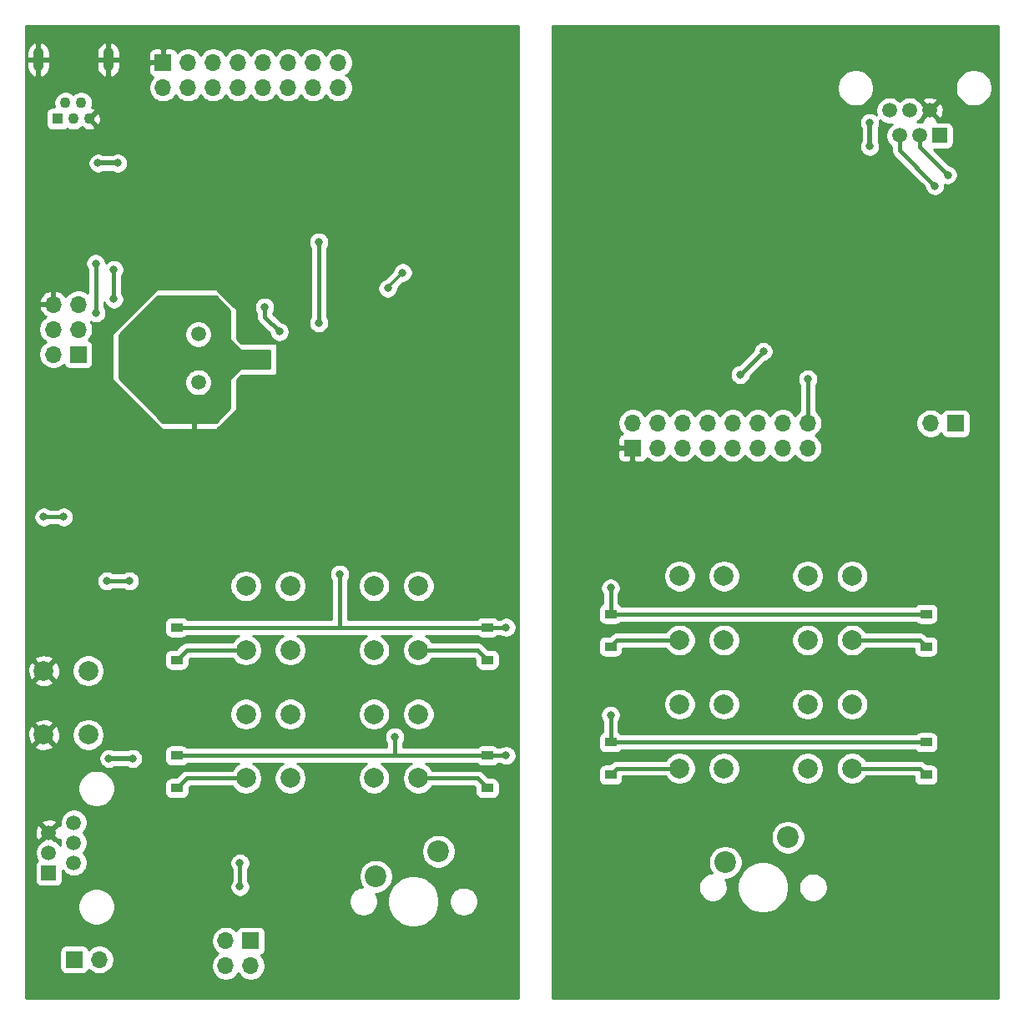
<source format=gbl>
%TF.GenerationSoftware,KiCad,Pcbnew,5.1.10-1.fc34*%
%TF.CreationDate,2021-06-27T19:23:10+03:00*%
%TF.ProjectId,poc,706f632e-6b69-4636-9164-5f7063625858,rev?*%
%TF.SameCoordinates,Original*%
%TF.FileFunction,Copper,L2,Bot*%
%TF.FilePolarity,Positive*%
%FSLAX46Y46*%
G04 Gerber Fmt 4.6, Leading zero omitted, Abs format (unit mm)*
G04 Created by KiCad (PCBNEW 5.1.10-1.fc34) date 2021-06-27 19:23:10*
%MOMM*%
%LPD*%
G01*
G04 APERTURE LIST*
%TA.AperFunction,ComponentPad*%
%ADD10O,1.700000X1.700000*%
%TD*%
%TA.AperFunction,ComponentPad*%
%ADD11R,1.700000X1.700000*%
%TD*%
%TA.AperFunction,ComponentPad*%
%ADD12C,2.000000*%
%TD*%
%TA.AperFunction,ComponentPad*%
%ADD13C,2.200000*%
%TD*%
%TA.AperFunction,ComponentPad*%
%ADD14C,1.520000*%
%TD*%
%TA.AperFunction,ComponentPad*%
%ADD15R,1.520000X1.520000*%
%TD*%
%TA.AperFunction,SMDPad,CuDef*%
%ADD16R,1.200000X0.900000*%
%TD*%
%TA.AperFunction,ComponentPad*%
%ADD17R,1.100000X1.100000*%
%TD*%
%TA.AperFunction,ComponentPad*%
%ADD18C,1.100000*%
%TD*%
%TA.AperFunction,ComponentPad*%
%ADD19O,1.100000X2.400000*%
%TD*%
%TA.AperFunction,ComponentPad*%
%ADD20C,1.500000*%
%TD*%
%TA.AperFunction,ViaPad*%
%ADD21C,0.800000*%
%TD*%
%TA.AperFunction,Conductor*%
%ADD22C,0.500000*%
%TD*%
%TA.AperFunction,Conductor*%
%ADD23C,0.400000*%
%TD*%
%TA.AperFunction,Conductor*%
%ADD24C,0.300000*%
%TD*%
%TA.AperFunction,Conductor*%
%ADD25C,0.254000*%
%TD*%
%TA.AperFunction,Conductor*%
%ADD26C,0.100000*%
%TD*%
G04 APERTURE END LIST*
D10*
X102380000Y-61940000D03*
X102380000Y-59400000D03*
X99840000Y-61940000D03*
X99840000Y-59400000D03*
X97300000Y-61940000D03*
X97300000Y-59400000D03*
X94760000Y-61940000D03*
X94760000Y-59400000D03*
X92220000Y-61940000D03*
X92220000Y-59400000D03*
X89680000Y-61940000D03*
X89680000Y-59400000D03*
X87140000Y-61940000D03*
X87140000Y-59400000D03*
X84600000Y-61940000D03*
D11*
X84600000Y-59400000D03*
D10*
X90960000Y-151040000D03*
X93500000Y-151040000D03*
X90960000Y-148500000D03*
D11*
X93500000Y-148500000D03*
D12*
X106000000Y-112500000D03*
X110500000Y-112500000D03*
X106000000Y-119000000D03*
X110500000Y-119000000D03*
D13*
X141650000Y-140540000D03*
X148000000Y-138000000D03*
D10*
X150000000Y-95960000D03*
X150000000Y-98500000D03*
X147460000Y-95960000D03*
X147460000Y-98500000D03*
X144920000Y-95960000D03*
X144920000Y-98500000D03*
X142380000Y-95960000D03*
X142380000Y-98500000D03*
X139840000Y-95960000D03*
X139840000Y-98500000D03*
X137300000Y-95960000D03*
X137300000Y-98500000D03*
X134760000Y-95960000D03*
X134760000Y-98500000D03*
X132220000Y-95960000D03*
D11*
X132220000Y-98500000D03*
D10*
X162460000Y-96000000D03*
D11*
X165000000Y-96000000D03*
D14*
X158300000Y-64260000D03*
X159320000Y-66800000D03*
X160340000Y-64260000D03*
X161360000Y-66800000D03*
X162380000Y-64260000D03*
D15*
X163400000Y-66800000D03*
D16*
X86000000Y-116700000D03*
X86000000Y-120000000D03*
X86000000Y-133000000D03*
X86000000Y-129700000D03*
X117500000Y-116700000D03*
X117500000Y-120000000D03*
X117500000Y-129700000D03*
X117500000Y-133000000D03*
X130000000Y-118650000D03*
X130000000Y-115350000D03*
X130000000Y-131650000D03*
X130000000Y-128350000D03*
X162000000Y-118650000D03*
X162000000Y-115350000D03*
X162000000Y-128350000D03*
X162000000Y-131650000D03*
D17*
X73900000Y-65100000D03*
D18*
X74700000Y-63500000D03*
X75500000Y-65100000D03*
X76300000Y-63500000D03*
X77100000Y-65100000D03*
D19*
X71950000Y-59100000D03*
X79050000Y-59100000D03*
D15*
X73000000Y-141600000D03*
D14*
X75540000Y-140580000D03*
X73000000Y-139560000D03*
X75540000Y-138540000D03*
X73000000Y-137520000D03*
X75540000Y-136500000D03*
D11*
X76000000Y-89000000D03*
D10*
X73460000Y-89000000D03*
X76000000Y-86460000D03*
X73460000Y-86460000D03*
X76000000Y-83920000D03*
X73460000Y-83920000D03*
D12*
X72500000Y-121100000D03*
X77000000Y-121100000D03*
X72500000Y-127600000D03*
X77000000Y-127600000D03*
X97500000Y-119000000D03*
X93000000Y-119000000D03*
X97500000Y-112500000D03*
X93000000Y-112500000D03*
X93000000Y-125500000D03*
X97500000Y-125500000D03*
X93000000Y-132000000D03*
X97500000Y-132000000D03*
X106000000Y-125500000D03*
X110500000Y-125500000D03*
X106000000Y-132000000D03*
X110500000Y-132000000D03*
X137000000Y-111500000D03*
X141500000Y-111500000D03*
X137000000Y-118000000D03*
X141500000Y-118000000D03*
X137000000Y-124500000D03*
X141500000Y-124500000D03*
X137000000Y-131000000D03*
X141500000Y-131000000D03*
X154500000Y-118000000D03*
X150000000Y-118000000D03*
X154500000Y-111500000D03*
X150000000Y-111500000D03*
X154500000Y-131000000D03*
X150000000Y-131000000D03*
X154500000Y-124500000D03*
X150000000Y-124500000D03*
D13*
X112540000Y-139420000D03*
X106190000Y-141960000D03*
D20*
X88190000Y-91840000D03*
X88190000Y-86960000D03*
D11*
X75600000Y-150400000D03*
D10*
X78140000Y-150400000D03*
D21*
X80000000Y-69600000D03*
X78000000Y-69600000D03*
X81500008Y-130000000D03*
X79100000Y-130000000D03*
X74500000Y-105500000D03*
X72500000Y-105500000D03*
X88600000Y-82100000D03*
X81400000Y-89400000D03*
X90800000Y-86700000D03*
X90500000Y-91500000D03*
X84000000Y-89400000D03*
X84000000Y-94200000D03*
X84000000Y-84600000D03*
X73200000Y-75600000D03*
X80000000Y-71800000D03*
X106700000Y-98300000D03*
X83499982Y-129000000D03*
X95000000Y-97600000D03*
X102950001Y-77449999D03*
X112300000Y-94500000D03*
X112499978Y-85400000D03*
X100400000Y-85800000D03*
X100400000Y-77600000D03*
X94900000Y-84200000D03*
X96400000Y-86700000D03*
X78900000Y-112000000D03*
X81199992Y-112000000D03*
X156300000Y-67900000D03*
X156300000Y-65500000D03*
X162900000Y-71900000D03*
X164200000Y-70800000D03*
X102500000Y-111300000D03*
X119400000Y-116700000D03*
X108100000Y-127800000D03*
X119400000Y-129700000D03*
X133000000Y-88900000D03*
X130900000Y-79700000D03*
X154100000Y-70600000D03*
X148800000Y-82000000D03*
X150300000Y-60500000D03*
X130000000Y-112700000D03*
X130000000Y-125600000D03*
X79600000Y-80400000D03*
X79600000Y-83400000D03*
X77769958Y-79769958D03*
X77800000Y-84800000D03*
X107400000Y-82300000D03*
X108900000Y-80700000D03*
X92400000Y-140600000D03*
X92400000Y-143000000D03*
X145500000Y-88700000D03*
X143150000Y-91050000D03*
X150000000Y-91500000D03*
D22*
X78000000Y-69600000D02*
X80000000Y-69600000D01*
X81500008Y-130000000D02*
X79100000Y-130000000D01*
D23*
X74500000Y-105500000D02*
X72500000Y-105500000D01*
X100400000Y-85800000D02*
X100400000Y-77600000D01*
X94900000Y-85200000D02*
X96400000Y-86700000D01*
X94900000Y-84200000D02*
X94900000Y-85200000D01*
X78900000Y-112000000D02*
X81199992Y-112000000D01*
D22*
X156300000Y-67900000D02*
X156300000Y-65500000D01*
D23*
X159320000Y-68320000D02*
X162900000Y-71900000D01*
X159320000Y-66800000D02*
X159320000Y-68320000D01*
X161360000Y-67960000D02*
X164200000Y-70800000D01*
X161360000Y-66800000D02*
X161360000Y-67960000D01*
X102500000Y-116700000D02*
X102500000Y-111300000D01*
X86000000Y-116700000D02*
X102500000Y-116700000D01*
X109200000Y-116700000D02*
X117500000Y-116700000D01*
X102500000Y-116700000D02*
X109200000Y-116700000D01*
X117500000Y-116700000D02*
X119400000Y-116700000D01*
X87000000Y-119000000D02*
X86000000Y-120000000D01*
X93000000Y-119000000D02*
X87000000Y-119000000D01*
X87000000Y-132000000D02*
X86000000Y-133000000D01*
X93000000Y-132000000D02*
X87000000Y-132000000D01*
X108100000Y-129700000D02*
X108100000Y-127800000D01*
X86000000Y-129700000D02*
X108100000Y-129700000D01*
X108100000Y-129700000D02*
X117500000Y-129700000D01*
X117500000Y-129700000D02*
X119400000Y-129700000D01*
X116500000Y-119000000D02*
X117500000Y-120000000D01*
X110500000Y-119000000D02*
X116500000Y-119000000D01*
X116500000Y-132000000D02*
X117500000Y-133000000D01*
X110500000Y-132000000D02*
X116500000Y-132000000D01*
X130650000Y-118000000D02*
X130000000Y-118650000D01*
X137000000Y-118000000D02*
X130650000Y-118000000D01*
X130000000Y-115350000D02*
X162000000Y-115350000D01*
X130000000Y-115350000D02*
X130000000Y-112700000D01*
X130650000Y-131000000D02*
X130000000Y-131650000D01*
X137000000Y-131000000D02*
X130650000Y-131000000D01*
X130000000Y-128350000D02*
X162000000Y-128350000D01*
X130000000Y-128350000D02*
X130000000Y-125600000D01*
X161350000Y-118000000D02*
X162000000Y-118650000D01*
X154500000Y-118000000D02*
X161350000Y-118000000D01*
X161350000Y-131000000D02*
X162000000Y-131650000D01*
X154500000Y-131000000D02*
X161350000Y-131000000D01*
X79600000Y-80400000D02*
X79600000Y-83400000D01*
X77769958Y-84769958D02*
X77800000Y-84800000D01*
X77769958Y-79769958D02*
X77769958Y-84769958D01*
D24*
X107400000Y-82200000D02*
X108900000Y-80700000D01*
X107400000Y-82300000D02*
X107400000Y-82200000D01*
D23*
X92400000Y-140600000D02*
X92400000Y-143000000D01*
X145500000Y-88700000D02*
X143150000Y-91050000D01*
X150000000Y-95960000D02*
X150000000Y-91500000D01*
D25*
X120673000Y-154340000D02*
X70660000Y-154340000D01*
X70660000Y-149550000D01*
X74111928Y-149550000D01*
X74111928Y-151250000D01*
X74124188Y-151374482D01*
X74160498Y-151494180D01*
X74219463Y-151604494D01*
X74298815Y-151701185D01*
X74395506Y-151780537D01*
X74505820Y-151839502D01*
X74625518Y-151875812D01*
X74750000Y-151888072D01*
X76450000Y-151888072D01*
X76574482Y-151875812D01*
X76694180Y-151839502D01*
X76804494Y-151780537D01*
X76901185Y-151701185D01*
X76980537Y-151604494D01*
X77039502Y-151494180D01*
X77061513Y-151421620D01*
X77193368Y-151553475D01*
X77436589Y-151715990D01*
X77706842Y-151827932D01*
X77993740Y-151885000D01*
X78286260Y-151885000D01*
X78573158Y-151827932D01*
X78843411Y-151715990D01*
X79086632Y-151553475D01*
X79293475Y-151346632D01*
X79455990Y-151103411D01*
X79567932Y-150833158D01*
X79625000Y-150546260D01*
X79625000Y-150253740D01*
X79567932Y-149966842D01*
X79455990Y-149696589D01*
X79293475Y-149453368D01*
X79086632Y-149246525D01*
X78843411Y-149084010D01*
X78573158Y-148972068D01*
X78286260Y-148915000D01*
X77993740Y-148915000D01*
X77706842Y-148972068D01*
X77436589Y-149084010D01*
X77193368Y-149246525D01*
X77061513Y-149378380D01*
X77039502Y-149305820D01*
X76980537Y-149195506D01*
X76901185Y-149098815D01*
X76804494Y-149019463D01*
X76694180Y-148960498D01*
X76574482Y-148924188D01*
X76450000Y-148911928D01*
X74750000Y-148911928D01*
X74625518Y-148924188D01*
X74505820Y-148960498D01*
X74395506Y-149019463D01*
X74298815Y-149098815D01*
X74219463Y-149195506D01*
X74160498Y-149305820D01*
X74124188Y-149425518D01*
X74111928Y-149550000D01*
X70660000Y-149550000D01*
X70660000Y-148353740D01*
X89475000Y-148353740D01*
X89475000Y-148646260D01*
X89532068Y-148933158D01*
X89644010Y-149203411D01*
X89806525Y-149446632D01*
X90013368Y-149653475D01*
X90187760Y-149770000D01*
X90013368Y-149886525D01*
X89806525Y-150093368D01*
X89644010Y-150336589D01*
X89532068Y-150606842D01*
X89475000Y-150893740D01*
X89475000Y-151186260D01*
X89532068Y-151473158D01*
X89644010Y-151743411D01*
X89806525Y-151986632D01*
X90013368Y-152193475D01*
X90256589Y-152355990D01*
X90526842Y-152467932D01*
X90813740Y-152525000D01*
X91106260Y-152525000D01*
X91393158Y-152467932D01*
X91663411Y-152355990D01*
X91906632Y-152193475D01*
X92113475Y-151986632D01*
X92230000Y-151812240D01*
X92346525Y-151986632D01*
X92553368Y-152193475D01*
X92796589Y-152355990D01*
X93066842Y-152467932D01*
X93353740Y-152525000D01*
X93646260Y-152525000D01*
X93933158Y-152467932D01*
X94203411Y-152355990D01*
X94446632Y-152193475D01*
X94653475Y-151986632D01*
X94815990Y-151743411D01*
X94927932Y-151473158D01*
X94985000Y-151186260D01*
X94985000Y-150893740D01*
X94927932Y-150606842D01*
X94815990Y-150336589D01*
X94653475Y-150093368D01*
X94521620Y-149961513D01*
X94594180Y-149939502D01*
X94704494Y-149880537D01*
X94801185Y-149801185D01*
X94880537Y-149704494D01*
X94939502Y-149594180D01*
X94975812Y-149474482D01*
X94988072Y-149350000D01*
X94988072Y-147650000D01*
X94975812Y-147525518D01*
X94939502Y-147405820D01*
X94880537Y-147295506D01*
X94801185Y-147198815D01*
X94704494Y-147119463D01*
X94594180Y-147060498D01*
X94474482Y-147024188D01*
X94350000Y-147011928D01*
X92650000Y-147011928D01*
X92525518Y-147024188D01*
X92405820Y-147060498D01*
X92295506Y-147119463D01*
X92198815Y-147198815D01*
X92119463Y-147295506D01*
X92060498Y-147405820D01*
X92038487Y-147478380D01*
X91906632Y-147346525D01*
X91663411Y-147184010D01*
X91393158Y-147072068D01*
X91106260Y-147015000D01*
X90813740Y-147015000D01*
X90526842Y-147072068D01*
X90256589Y-147184010D01*
X90013368Y-147346525D01*
X89806525Y-147553368D01*
X89644010Y-147796589D01*
X89532068Y-148066842D01*
X89475000Y-148353740D01*
X70660000Y-148353740D01*
X70660000Y-144864344D01*
X75955000Y-144864344D01*
X75955000Y-145235656D01*
X76027439Y-145599834D01*
X76169534Y-145942882D01*
X76375825Y-146251618D01*
X76638382Y-146514175D01*
X76947118Y-146720466D01*
X77290166Y-146862561D01*
X77654344Y-146935000D01*
X78025656Y-146935000D01*
X78389834Y-146862561D01*
X78732882Y-146720466D01*
X79041618Y-146514175D01*
X79304175Y-146251618D01*
X79510466Y-145942882D01*
X79652561Y-145599834D01*
X79725000Y-145235656D01*
X79725000Y-144864344D01*
X79652561Y-144500166D01*
X79591910Y-144353740D01*
X103435000Y-144353740D01*
X103435000Y-144646260D01*
X103492068Y-144933158D01*
X103604010Y-145203411D01*
X103766525Y-145446632D01*
X103973368Y-145653475D01*
X104216589Y-145815990D01*
X104486842Y-145927932D01*
X104773740Y-145985000D01*
X105066260Y-145985000D01*
X105353158Y-145927932D01*
X105623411Y-145815990D01*
X105866632Y-145653475D01*
X106073475Y-145446632D01*
X106235990Y-145203411D01*
X106347932Y-144933158D01*
X106405000Y-144646260D01*
X106405000Y-144353740D01*
X106382471Y-144240475D01*
X107365000Y-144240475D01*
X107365000Y-144759525D01*
X107466261Y-145268601D01*
X107664893Y-145748141D01*
X107953262Y-146179715D01*
X108320285Y-146546738D01*
X108751859Y-146835107D01*
X109231399Y-147033739D01*
X109740475Y-147135000D01*
X110259525Y-147135000D01*
X110768601Y-147033739D01*
X111248141Y-146835107D01*
X111679715Y-146546738D01*
X112046738Y-146179715D01*
X112335107Y-145748141D01*
X112533739Y-145268601D01*
X112635000Y-144759525D01*
X112635000Y-144353740D01*
X113595000Y-144353740D01*
X113595000Y-144646260D01*
X113652068Y-144933158D01*
X113764010Y-145203411D01*
X113926525Y-145446632D01*
X114133368Y-145653475D01*
X114376589Y-145815990D01*
X114646842Y-145927932D01*
X114933740Y-145985000D01*
X115226260Y-145985000D01*
X115513158Y-145927932D01*
X115783411Y-145815990D01*
X116026632Y-145653475D01*
X116233475Y-145446632D01*
X116395990Y-145203411D01*
X116507932Y-144933158D01*
X116565000Y-144646260D01*
X116565000Y-144353740D01*
X116507932Y-144066842D01*
X116395990Y-143796589D01*
X116233475Y-143553368D01*
X116026632Y-143346525D01*
X115783411Y-143184010D01*
X115513158Y-143072068D01*
X115226260Y-143015000D01*
X114933740Y-143015000D01*
X114646842Y-143072068D01*
X114376589Y-143184010D01*
X114133368Y-143346525D01*
X113926525Y-143553368D01*
X113764010Y-143796589D01*
X113652068Y-144066842D01*
X113595000Y-144353740D01*
X112635000Y-144353740D01*
X112635000Y-144240475D01*
X112533739Y-143731399D01*
X112335107Y-143251859D01*
X112046738Y-142820285D01*
X111679715Y-142453262D01*
X111248141Y-142164893D01*
X110768601Y-141966261D01*
X110259525Y-141865000D01*
X109740475Y-141865000D01*
X109231399Y-141966261D01*
X108751859Y-142164893D01*
X108320285Y-142453262D01*
X107953262Y-142820285D01*
X107664893Y-143251859D01*
X107466261Y-143731399D01*
X107365000Y-144240475D01*
X106382471Y-144240475D01*
X106347932Y-144066842D01*
X106235990Y-143796589D01*
X106168110Y-143695000D01*
X106360883Y-143695000D01*
X106696081Y-143628325D01*
X107011831Y-143497537D01*
X107295998Y-143307663D01*
X107537663Y-143065998D01*
X107727537Y-142781831D01*
X107858325Y-142466081D01*
X107925000Y-142130883D01*
X107925000Y-141789117D01*
X107858325Y-141453919D01*
X107727537Y-141138169D01*
X107537663Y-140854002D01*
X107295998Y-140612337D01*
X107011831Y-140422463D01*
X106696081Y-140291675D01*
X106360883Y-140225000D01*
X106019117Y-140225000D01*
X105683919Y-140291675D01*
X105368169Y-140422463D01*
X105084002Y-140612337D01*
X104842337Y-140854002D01*
X104652463Y-141138169D01*
X104521675Y-141453919D01*
X104455000Y-141789117D01*
X104455000Y-142130883D01*
X104521675Y-142466081D01*
X104652463Y-142781831D01*
X104808261Y-143015000D01*
X104773740Y-143015000D01*
X104486842Y-143072068D01*
X104216589Y-143184010D01*
X103973368Y-143346525D01*
X103766525Y-143553368D01*
X103604010Y-143796589D01*
X103492068Y-144066842D01*
X103435000Y-144353740D01*
X79591910Y-144353740D01*
X79510466Y-144157118D01*
X79304175Y-143848382D01*
X79041618Y-143585825D01*
X78732882Y-143379534D01*
X78389834Y-143237439D01*
X78025656Y-143165000D01*
X77654344Y-143165000D01*
X77290166Y-143237439D01*
X76947118Y-143379534D01*
X76638382Y-143585825D01*
X76375825Y-143848382D01*
X76169534Y-144157118D01*
X76027439Y-144500166D01*
X75955000Y-144864344D01*
X70660000Y-144864344D01*
X70660000Y-140840000D01*
X71601928Y-140840000D01*
X71601928Y-142360000D01*
X71614188Y-142484482D01*
X71650498Y-142604180D01*
X71709463Y-142714494D01*
X71788815Y-142811185D01*
X71885506Y-142890537D01*
X71995820Y-142949502D01*
X72115518Y-142985812D01*
X72240000Y-142998072D01*
X73760000Y-142998072D01*
X73884482Y-142985812D01*
X74004180Y-142949502D01*
X74114494Y-142890537D01*
X74211185Y-142811185D01*
X74290537Y-142714494D01*
X74349502Y-142604180D01*
X74385812Y-142484482D01*
X74398072Y-142360000D01*
X74398072Y-141381918D01*
X74456433Y-141469261D01*
X74650739Y-141663567D01*
X74879220Y-141816233D01*
X75133093Y-141921391D01*
X75402604Y-141975000D01*
X75677396Y-141975000D01*
X75946907Y-141921391D01*
X76200780Y-141816233D01*
X76429261Y-141663567D01*
X76623567Y-141469261D01*
X76776233Y-141240780D01*
X76881391Y-140986907D01*
X76935000Y-140717396D01*
X76935000Y-140498061D01*
X91365000Y-140498061D01*
X91365000Y-140701939D01*
X91404774Y-140901898D01*
X91482795Y-141090256D01*
X91565000Y-141213285D01*
X91565001Y-142386714D01*
X91482795Y-142509744D01*
X91404774Y-142698102D01*
X91365000Y-142898061D01*
X91365000Y-143101939D01*
X91404774Y-143301898D01*
X91482795Y-143490256D01*
X91596063Y-143659774D01*
X91740226Y-143803937D01*
X91909744Y-143917205D01*
X92098102Y-143995226D01*
X92298061Y-144035000D01*
X92501939Y-144035000D01*
X92701898Y-143995226D01*
X92890256Y-143917205D01*
X93059774Y-143803937D01*
X93203937Y-143659774D01*
X93317205Y-143490256D01*
X93395226Y-143301898D01*
X93435000Y-143101939D01*
X93435000Y-142898061D01*
X93395226Y-142698102D01*
X93317205Y-142509744D01*
X93235000Y-142386715D01*
X93235000Y-141213285D01*
X93317205Y-141090256D01*
X93395226Y-140901898D01*
X93435000Y-140701939D01*
X93435000Y-140498061D01*
X93395226Y-140298102D01*
X93317205Y-140109744D01*
X93203937Y-139940226D01*
X93059774Y-139796063D01*
X92890256Y-139682795D01*
X92701898Y-139604774D01*
X92501939Y-139565000D01*
X92298061Y-139565000D01*
X92098102Y-139604774D01*
X91909744Y-139682795D01*
X91740226Y-139796063D01*
X91596063Y-139940226D01*
X91482795Y-140109744D01*
X91404774Y-140298102D01*
X91365000Y-140498061D01*
X76935000Y-140498061D01*
X76935000Y-140442604D01*
X76881391Y-140173093D01*
X76776233Y-139919220D01*
X76623567Y-139690739D01*
X76492828Y-139560000D01*
X76623567Y-139429261D01*
X76743935Y-139249117D01*
X110805000Y-139249117D01*
X110805000Y-139590883D01*
X110871675Y-139926081D01*
X111002463Y-140241831D01*
X111192337Y-140525998D01*
X111434002Y-140767663D01*
X111718169Y-140957537D01*
X112033919Y-141088325D01*
X112369117Y-141155000D01*
X112710883Y-141155000D01*
X113046081Y-141088325D01*
X113361831Y-140957537D01*
X113645998Y-140767663D01*
X113887663Y-140525998D01*
X114077537Y-140241831D01*
X114208325Y-139926081D01*
X114275000Y-139590883D01*
X114275000Y-139249117D01*
X114208325Y-138913919D01*
X114077537Y-138598169D01*
X113887663Y-138314002D01*
X113645998Y-138072337D01*
X113361831Y-137882463D01*
X113046081Y-137751675D01*
X112710883Y-137685000D01*
X112369117Y-137685000D01*
X112033919Y-137751675D01*
X111718169Y-137882463D01*
X111434002Y-138072337D01*
X111192337Y-138314002D01*
X111002463Y-138598169D01*
X110871675Y-138913919D01*
X110805000Y-139249117D01*
X76743935Y-139249117D01*
X76776233Y-139200780D01*
X76881391Y-138946907D01*
X76935000Y-138677396D01*
X76935000Y-138402604D01*
X76881391Y-138133093D01*
X76776233Y-137879220D01*
X76623567Y-137650739D01*
X76492828Y-137520000D01*
X76623567Y-137389261D01*
X76776233Y-137160780D01*
X76881391Y-136906907D01*
X76935000Y-136637396D01*
X76935000Y-136362604D01*
X76881391Y-136093093D01*
X76776233Y-135839220D01*
X76623567Y-135610739D01*
X76429261Y-135416433D01*
X76200780Y-135263767D01*
X75946907Y-135158609D01*
X75677396Y-135105000D01*
X75402604Y-135105000D01*
X75133093Y-135158609D01*
X74879220Y-135263767D01*
X74650739Y-135416433D01*
X74456433Y-135610739D01*
X74303767Y-135839220D01*
X74198609Y-136093093D01*
X74145000Y-136362604D01*
X74145000Y-136637396D01*
X74176245Y-136794478D01*
X73964137Y-136735469D01*
X73179605Y-137520000D01*
X73964137Y-138304531D01*
X74176245Y-138245522D01*
X74145000Y-138402604D01*
X74145000Y-138677396D01*
X74169155Y-138798830D01*
X74083567Y-138670739D01*
X73889261Y-138476433D01*
X73660780Y-138323767D01*
X73598268Y-138297873D01*
X73000000Y-137699605D01*
X72401732Y-138297873D01*
X72339220Y-138323767D01*
X72110739Y-138476433D01*
X71916433Y-138670739D01*
X71763767Y-138899220D01*
X71658609Y-139153093D01*
X71605000Y-139422604D01*
X71605000Y-139697396D01*
X71658609Y-139966907D01*
X71763767Y-140220780D01*
X71845152Y-140342581D01*
X71788815Y-140388815D01*
X71709463Y-140485506D01*
X71650498Y-140595820D01*
X71614188Y-140715518D01*
X71601928Y-140840000D01*
X70660000Y-140840000D01*
X70660000Y-137592097D01*
X71600105Y-137592097D01*
X71641069Y-137863817D01*
X71734256Y-138122326D01*
X71795975Y-138237794D01*
X72035863Y-138304531D01*
X72820395Y-137520000D01*
X72035863Y-136735469D01*
X71795975Y-136802206D01*
X71679076Y-137050892D01*
X71612939Y-137317606D01*
X71600105Y-137592097D01*
X70660000Y-137592097D01*
X70660000Y-136555863D01*
X72215469Y-136555863D01*
X73000000Y-137340395D01*
X73784531Y-136555863D01*
X73717794Y-136315975D01*
X73469108Y-136199076D01*
X73202394Y-136132939D01*
X72927903Y-136120105D01*
X72656183Y-136161069D01*
X72397674Y-136254256D01*
X72282206Y-136315975D01*
X72215469Y-136555863D01*
X70660000Y-136555863D01*
X70660000Y-132864344D01*
X75955000Y-132864344D01*
X75955000Y-133235656D01*
X76027439Y-133599834D01*
X76169534Y-133942882D01*
X76375825Y-134251618D01*
X76638382Y-134514175D01*
X76947118Y-134720466D01*
X77290166Y-134862561D01*
X77654344Y-134935000D01*
X78025656Y-134935000D01*
X78389834Y-134862561D01*
X78732882Y-134720466D01*
X79041618Y-134514175D01*
X79304175Y-134251618D01*
X79510466Y-133942882D01*
X79652561Y-133599834D01*
X79725000Y-133235656D01*
X79725000Y-132864344D01*
X79652561Y-132500166D01*
X79510466Y-132157118D01*
X79304175Y-131848382D01*
X79041618Y-131585825D01*
X78732882Y-131379534D01*
X78389834Y-131237439D01*
X78025656Y-131165000D01*
X77654344Y-131165000D01*
X77290166Y-131237439D01*
X76947118Y-131379534D01*
X76638382Y-131585825D01*
X76375825Y-131848382D01*
X76169534Y-132157118D01*
X76027439Y-132500166D01*
X75955000Y-132864344D01*
X70660000Y-132864344D01*
X70660000Y-129898061D01*
X78065000Y-129898061D01*
X78065000Y-130101939D01*
X78104774Y-130301898D01*
X78182795Y-130490256D01*
X78296063Y-130659774D01*
X78440226Y-130803937D01*
X78609744Y-130917205D01*
X78798102Y-130995226D01*
X78998061Y-131035000D01*
X79201939Y-131035000D01*
X79401898Y-130995226D01*
X79590256Y-130917205D01*
X79638454Y-130885000D01*
X80961554Y-130885000D01*
X81009752Y-130917205D01*
X81198110Y-130995226D01*
X81398069Y-131035000D01*
X81601947Y-131035000D01*
X81801906Y-130995226D01*
X81990264Y-130917205D01*
X82159782Y-130803937D01*
X82303945Y-130659774D01*
X82417213Y-130490256D01*
X82495234Y-130301898D01*
X82535008Y-130101939D01*
X82535008Y-129898061D01*
X82495234Y-129698102D01*
X82417213Y-129509744D01*
X82303945Y-129340226D01*
X82213719Y-129250000D01*
X84761928Y-129250000D01*
X84761928Y-130150000D01*
X84774188Y-130274482D01*
X84810498Y-130394180D01*
X84869463Y-130504494D01*
X84948815Y-130601185D01*
X85045506Y-130680537D01*
X85155820Y-130739502D01*
X85275518Y-130775812D01*
X85400000Y-130788072D01*
X86600000Y-130788072D01*
X86724482Y-130775812D01*
X86844180Y-130739502D01*
X86954494Y-130680537D01*
X87051185Y-130601185D01*
X87105501Y-130535000D01*
X92264362Y-130535000D01*
X92225537Y-130551082D01*
X91957748Y-130730013D01*
X91730013Y-130957748D01*
X91591532Y-131165000D01*
X87041018Y-131165000D01*
X87000000Y-131160960D01*
X86958982Y-131165000D01*
X86958981Y-131165000D01*
X86836311Y-131177082D01*
X86678913Y-131224828D01*
X86533854Y-131302364D01*
X86470023Y-131354749D01*
X86439822Y-131379534D01*
X86406709Y-131406709D01*
X86380563Y-131438568D01*
X85907204Y-131911928D01*
X85400000Y-131911928D01*
X85275518Y-131924188D01*
X85155820Y-131960498D01*
X85045506Y-132019463D01*
X84948815Y-132098815D01*
X84869463Y-132195506D01*
X84810498Y-132305820D01*
X84774188Y-132425518D01*
X84761928Y-132550000D01*
X84761928Y-133450000D01*
X84774188Y-133574482D01*
X84810498Y-133694180D01*
X84869463Y-133804494D01*
X84948815Y-133901185D01*
X85045506Y-133980537D01*
X85155820Y-134039502D01*
X85275518Y-134075812D01*
X85400000Y-134088072D01*
X86600000Y-134088072D01*
X86724482Y-134075812D01*
X86844180Y-134039502D01*
X86954494Y-133980537D01*
X87051185Y-133901185D01*
X87130537Y-133804494D01*
X87189502Y-133694180D01*
X87225812Y-133574482D01*
X87238072Y-133450000D01*
X87238072Y-132942796D01*
X87345868Y-132835000D01*
X91591532Y-132835000D01*
X91730013Y-133042252D01*
X91957748Y-133269987D01*
X92225537Y-133448918D01*
X92523088Y-133572168D01*
X92838967Y-133635000D01*
X93161033Y-133635000D01*
X93476912Y-133572168D01*
X93774463Y-133448918D01*
X94042252Y-133269987D01*
X94269987Y-133042252D01*
X94448918Y-132774463D01*
X94572168Y-132476912D01*
X94635000Y-132161033D01*
X94635000Y-131838967D01*
X94572168Y-131523088D01*
X94448918Y-131225537D01*
X94269987Y-130957748D01*
X94042252Y-130730013D01*
X93774463Y-130551082D01*
X93735638Y-130535000D01*
X96764362Y-130535000D01*
X96725537Y-130551082D01*
X96457748Y-130730013D01*
X96230013Y-130957748D01*
X96051082Y-131225537D01*
X95927832Y-131523088D01*
X95865000Y-131838967D01*
X95865000Y-132161033D01*
X95927832Y-132476912D01*
X96051082Y-132774463D01*
X96230013Y-133042252D01*
X96457748Y-133269987D01*
X96725537Y-133448918D01*
X97023088Y-133572168D01*
X97338967Y-133635000D01*
X97661033Y-133635000D01*
X97976912Y-133572168D01*
X98274463Y-133448918D01*
X98542252Y-133269987D01*
X98769987Y-133042252D01*
X98948918Y-132774463D01*
X99072168Y-132476912D01*
X99135000Y-132161033D01*
X99135000Y-131838967D01*
X99072168Y-131523088D01*
X98948918Y-131225537D01*
X98769987Y-130957748D01*
X98542252Y-130730013D01*
X98274463Y-130551082D01*
X98235638Y-130535000D01*
X105264362Y-130535000D01*
X105225537Y-130551082D01*
X104957748Y-130730013D01*
X104730013Y-130957748D01*
X104551082Y-131225537D01*
X104427832Y-131523088D01*
X104365000Y-131838967D01*
X104365000Y-132161033D01*
X104427832Y-132476912D01*
X104551082Y-132774463D01*
X104730013Y-133042252D01*
X104957748Y-133269987D01*
X105225537Y-133448918D01*
X105523088Y-133572168D01*
X105838967Y-133635000D01*
X106161033Y-133635000D01*
X106476912Y-133572168D01*
X106774463Y-133448918D01*
X107042252Y-133269987D01*
X107269987Y-133042252D01*
X107448918Y-132774463D01*
X107572168Y-132476912D01*
X107635000Y-132161033D01*
X107635000Y-131838967D01*
X107572168Y-131523088D01*
X107448918Y-131225537D01*
X107269987Y-130957748D01*
X107042252Y-130730013D01*
X106774463Y-130551082D01*
X106735638Y-130535000D01*
X108058981Y-130535000D01*
X108100000Y-130539040D01*
X108141018Y-130535000D01*
X109764362Y-130535000D01*
X109725537Y-130551082D01*
X109457748Y-130730013D01*
X109230013Y-130957748D01*
X109051082Y-131225537D01*
X108927832Y-131523088D01*
X108865000Y-131838967D01*
X108865000Y-132161033D01*
X108927832Y-132476912D01*
X109051082Y-132774463D01*
X109230013Y-133042252D01*
X109457748Y-133269987D01*
X109725537Y-133448918D01*
X110023088Y-133572168D01*
X110338967Y-133635000D01*
X110661033Y-133635000D01*
X110976912Y-133572168D01*
X111274463Y-133448918D01*
X111542252Y-133269987D01*
X111769987Y-133042252D01*
X111908468Y-132835000D01*
X116154132Y-132835000D01*
X116261928Y-132942796D01*
X116261928Y-133450000D01*
X116274188Y-133574482D01*
X116310498Y-133694180D01*
X116369463Y-133804494D01*
X116448815Y-133901185D01*
X116545506Y-133980537D01*
X116655820Y-134039502D01*
X116775518Y-134075812D01*
X116900000Y-134088072D01*
X118100000Y-134088072D01*
X118224482Y-134075812D01*
X118344180Y-134039502D01*
X118454494Y-133980537D01*
X118551185Y-133901185D01*
X118630537Y-133804494D01*
X118689502Y-133694180D01*
X118725812Y-133574482D01*
X118738072Y-133450000D01*
X118738072Y-132550000D01*
X118725812Y-132425518D01*
X118689502Y-132305820D01*
X118630537Y-132195506D01*
X118551185Y-132098815D01*
X118454494Y-132019463D01*
X118344180Y-131960498D01*
X118224482Y-131924188D01*
X118100000Y-131911928D01*
X117592796Y-131911928D01*
X117119445Y-131438578D01*
X117093291Y-131406709D01*
X116966146Y-131302364D01*
X116821087Y-131224828D01*
X116663689Y-131177082D01*
X116541019Y-131165000D01*
X116541018Y-131165000D01*
X116500000Y-131160960D01*
X116458982Y-131165000D01*
X111908468Y-131165000D01*
X111769987Y-130957748D01*
X111542252Y-130730013D01*
X111274463Y-130551082D01*
X111235638Y-130535000D01*
X116394499Y-130535000D01*
X116448815Y-130601185D01*
X116545506Y-130680537D01*
X116655820Y-130739502D01*
X116775518Y-130775812D01*
X116900000Y-130788072D01*
X118100000Y-130788072D01*
X118224482Y-130775812D01*
X118344180Y-130739502D01*
X118454494Y-130680537D01*
X118551185Y-130601185D01*
X118605501Y-130535000D01*
X118786715Y-130535000D01*
X118909744Y-130617205D01*
X119098102Y-130695226D01*
X119298061Y-130735000D01*
X119501939Y-130735000D01*
X119701898Y-130695226D01*
X119890256Y-130617205D01*
X120059774Y-130503937D01*
X120203937Y-130359774D01*
X120317205Y-130190256D01*
X120395226Y-130001898D01*
X120435000Y-129801939D01*
X120435000Y-129598061D01*
X120395226Y-129398102D01*
X120317205Y-129209744D01*
X120203937Y-129040226D01*
X120059774Y-128896063D01*
X119890256Y-128782795D01*
X119701898Y-128704774D01*
X119501939Y-128665000D01*
X119298061Y-128665000D01*
X119098102Y-128704774D01*
X118909744Y-128782795D01*
X118786715Y-128865000D01*
X118605501Y-128865000D01*
X118551185Y-128798815D01*
X118454494Y-128719463D01*
X118344180Y-128660498D01*
X118224482Y-128624188D01*
X118100000Y-128611928D01*
X116900000Y-128611928D01*
X116775518Y-128624188D01*
X116655820Y-128660498D01*
X116545506Y-128719463D01*
X116448815Y-128798815D01*
X116394499Y-128865000D01*
X108935000Y-128865000D01*
X108935000Y-128413285D01*
X109017205Y-128290256D01*
X109095226Y-128101898D01*
X109135000Y-127901939D01*
X109135000Y-127698061D01*
X109095226Y-127498102D01*
X109017205Y-127309744D01*
X108903937Y-127140226D01*
X108759774Y-126996063D01*
X108590256Y-126882795D01*
X108401898Y-126804774D01*
X108201939Y-126765000D01*
X107998061Y-126765000D01*
X107798102Y-126804774D01*
X107609744Y-126882795D01*
X107440226Y-126996063D01*
X107296063Y-127140226D01*
X107182795Y-127309744D01*
X107104774Y-127498102D01*
X107065000Y-127698061D01*
X107065000Y-127901939D01*
X107104774Y-128101898D01*
X107182795Y-128290256D01*
X107265001Y-128413286D01*
X107265000Y-128865000D01*
X87105501Y-128865000D01*
X87051185Y-128798815D01*
X86954494Y-128719463D01*
X86844180Y-128660498D01*
X86724482Y-128624188D01*
X86600000Y-128611928D01*
X85400000Y-128611928D01*
X85275518Y-128624188D01*
X85155820Y-128660498D01*
X85045506Y-128719463D01*
X84948815Y-128798815D01*
X84869463Y-128895506D01*
X84810498Y-129005820D01*
X84774188Y-129125518D01*
X84761928Y-129250000D01*
X82213719Y-129250000D01*
X82159782Y-129196063D01*
X81990264Y-129082795D01*
X81801906Y-129004774D01*
X81601947Y-128965000D01*
X81398069Y-128965000D01*
X81198110Y-129004774D01*
X81009752Y-129082795D01*
X80961554Y-129115000D01*
X79638454Y-129115000D01*
X79590256Y-129082795D01*
X79401898Y-129004774D01*
X79201939Y-128965000D01*
X78998061Y-128965000D01*
X78798102Y-129004774D01*
X78609744Y-129082795D01*
X78440226Y-129196063D01*
X78296063Y-129340226D01*
X78182795Y-129509744D01*
X78104774Y-129698102D01*
X78065000Y-129898061D01*
X70660000Y-129898061D01*
X70660000Y-128735413D01*
X71544192Y-128735413D01*
X71639956Y-128999814D01*
X71929571Y-129140704D01*
X72241108Y-129222384D01*
X72562595Y-129241718D01*
X72881675Y-129197961D01*
X73186088Y-129092795D01*
X73360044Y-128999814D01*
X73455808Y-128735413D01*
X72500000Y-127779605D01*
X71544192Y-128735413D01*
X70660000Y-128735413D01*
X70660000Y-127662595D01*
X70858282Y-127662595D01*
X70902039Y-127981675D01*
X71007205Y-128286088D01*
X71100186Y-128460044D01*
X71364587Y-128555808D01*
X72320395Y-127600000D01*
X72679605Y-127600000D01*
X73635413Y-128555808D01*
X73899814Y-128460044D01*
X74040704Y-128170429D01*
X74122384Y-127858892D01*
X74141718Y-127537405D01*
X74128219Y-127438967D01*
X75365000Y-127438967D01*
X75365000Y-127761033D01*
X75427832Y-128076912D01*
X75551082Y-128374463D01*
X75730013Y-128642252D01*
X75957748Y-128869987D01*
X76225537Y-129048918D01*
X76523088Y-129172168D01*
X76838967Y-129235000D01*
X77161033Y-129235000D01*
X77476912Y-129172168D01*
X77774463Y-129048918D01*
X78042252Y-128869987D01*
X78269987Y-128642252D01*
X78448918Y-128374463D01*
X78572168Y-128076912D01*
X78635000Y-127761033D01*
X78635000Y-127438967D01*
X78572168Y-127123088D01*
X78448918Y-126825537D01*
X78269987Y-126557748D01*
X78042252Y-126330013D01*
X77774463Y-126151082D01*
X77476912Y-126027832D01*
X77161033Y-125965000D01*
X76838967Y-125965000D01*
X76523088Y-126027832D01*
X76225537Y-126151082D01*
X75957748Y-126330013D01*
X75730013Y-126557748D01*
X75551082Y-126825537D01*
X75427832Y-127123088D01*
X75365000Y-127438967D01*
X74128219Y-127438967D01*
X74097961Y-127218325D01*
X73992795Y-126913912D01*
X73899814Y-126739956D01*
X73635413Y-126644192D01*
X72679605Y-127600000D01*
X72320395Y-127600000D01*
X71364587Y-126644192D01*
X71100186Y-126739956D01*
X70959296Y-127029571D01*
X70877616Y-127341108D01*
X70858282Y-127662595D01*
X70660000Y-127662595D01*
X70660000Y-126464587D01*
X71544192Y-126464587D01*
X72500000Y-127420395D01*
X73455808Y-126464587D01*
X73360044Y-126200186D01*
X73070429Y-126059296D01*
X72758892Y-125977616D01*
X72437405Y-125958282D01*
X72118325Y-126002039D01*
X71813912Y-126107205D01*
X71639956Y-126200186D01*
X71544192Y-126464587D01*
X70660000Y-126464587D01*
X70660000Y-125338967D01*
X91365000Y-125338967D01*
X91365000Y-125661033D01*
X91427832Y-125976912D01*
X91551082Y-126274463D01*
X91730013Y-126542252D01*
X91957748Y-126769987D01*
X92225537Y-126948918D01*
X92523088Y-127072168D01*
X92838967Y-127135000D01*
X93161033Y-127135000D01*
X93476912Y-127072168D01*
X93774463Y-126948918D01*
X94042252Y-126769987D01*
X94269987Y-126542252D01*
X94448918Y-126274463D01*
X94572168Y-125976912D01*
X94635000Y-125661033D01*
X94635000Y-125338967D01*
X95865000Y-125338967D01*
X95865000Y-125661033D01*
X95927832Y-125976912D01*
X96051082Y-126274463D01*
X96230013Y-126542252D01*
X96457748Y-126769987D01*
X96725537Y-126948918D01*
X97023088Y-127072168D01*
X97338967Y-127135000D01*
X97661033Y-127135000D01*
X97976912Y-127072168D01*
X98274463Y-126948918D01*
X98542252Y-126769987D01*
X98769987Y-126542252D01*
X98948918Y-126274463D01*
X99072168Y-125976912D01*
X99135000Y-125661033D01*
X99135000Y-125338967D01*
X104365000Y-125338967D01*
X104365000Y-125661033D01*
X104427832Y-125976912D01*
X104551082Y-126274463D01*
X104730013Y-126542252D01*
X104957748Y-126769987D01*
X105225537Y-126948918D01*
X105523088Y-127072168D01*
X105838967Y-127135000D01*
X106161033Y-127135000D01*
X106476912Y-127072168D01*
X106774463Y-126948918D01*
X107042252Y-126769987D01*
X107269987Y-126542252D01*
X107448918Y-126274463D01*
X107572168Y-125976912D01*
X107635000Y-125661033D01*
X107635000Y-125338967D01*
X108865000Y-125338967D01*
X108865000Y-125661033D01*
X108927832Y-125976912D01*
X109051082Y-126274463D01*
X109230013Y-126542252D01*
X109457748Y-126769987D01*
X109725537Y-126948918D01*
X110023088Y-127072168D01*
X110338967Y-127135000D01*
X110661033Y-127135000D01*
X110976912Y-127072168D01*
X111274463Y-126948918D01*
X111542252Y-126769987D01*
X111769987Y-126542252D01*
X111948918Y-126274463D01*
X112072168Y-125976912D01*
X112135000Y-125661033D01*
X112135000Y-125338967D01*
X112072168Y-125023088D01*
X111948918Y-124725537D01*
X111769987Y-124457748D01*
X111542252Y-124230013D01*
X111274463Y-124051082D01*
X110976912Y-123927832D01*
X110661033Y-123865000D01*
X110338967Y-123865000D01*
X110023088Y-123927832D01*
X109725537Y-124051082D01*
X109457748Y-124230013D01*
X109230013Y-124457748D01*
X109051082Y-124725537D01*
X108927832Y-125023088D01*
X108865000Y-125338967D01*
X107635000Y-125338967D01*
X107572168Y-125023088D01*
X107448918Y-124725537D01*
X107269987Y-124457748D01*
X107042252Y-124230013D01*
X106774463Y-124051082D01*
X106476912Y-123927832D01*
X106161033Y-123865000D01*
X105838967Y-123865000D01*
X105523088Y-123927832D01*
X105225537Y-124051082D01*
X104957748Y-124230013D01*
X104730013Y-124457748D01*
X104551082Y-124725537D01*
X104427832Y-125023088D01*
X104365000Y-125338967D01*
X99135000Y-125338967D01*
X99072168Y-125023088D01*
X98948918Y-124725537D01*
X98769987Y-124457748D01*
X98542252Y-124230013D01*
X98274463Y-124051082D01*
X97976912Y-123927832D01*
X97661033Y-123865000D01*
X97338967Y-123865000D01*
X97023088Y-123927832D01*
X96725537Y-124051082D01*
X96457748Y-124230013D01*
X96230013Y-124457748D01*
X96051082Y-124725537D01*
X95927832Y-125023088D01*
X95865000Y-125338967D01*
X94635000Y-125338967D01*
X94572168Y-125023088D01*
X94448918Y-124725537D01*
X94269987Y-124457748D01*
X94042252Y-124230013D01*
X93774463Y-124051082D01*
X93476912Y-123927832D01*
X93161033Y-123865000D01*
X92838967Y-123865000D01*
X92523088Y-123927832D01*
X92225537Y-124051082D01*
X91957748Y-124230013D01*
X91730013Y-124457748D01*
X91551082Y-124725537D01*
X91427832Y-125023088D01*
X91365000Y-125338967D01*
X70660000Y-125338967D01*
X70660000Y-122235413D01*
X71544192Y-122235413D01*
X71639956Y-122499814D01*
X71929571Y-122640704D01*
X72241108Y-122722384D01*
X72562595Y-122741718D01*
X72881675Y-122697961D01*
X73186088Y-122592795D01*
X73360044Y-122499814D01*
X73455808Y-122235413D01*
X72500000Y-121279605D01*
X71544192Y-122235413D01*
X70660000Y-122235413D01*
X70660000Y-121162595D01*
X70858282Y-121162595D01*
X70902039Y-121481675D01*
X71007205Y-121786088D01*
X71100186Y-121960044D01*
X71364587Y-122055808D01*
X72320395Y-121100000D01*
X72679605Y-121100000D01*
X73635413Y-122055808D01*
X73899814Y-121960044D01*
X74040704Y-121670429D01*
X74122384Y-121358892D01*
X74141718Y-121037405D01*
X74128219Y-120938967D01*
X75365000Y-120938967D01*
X75365000Y-121261033D01*
X75427832Y-121576912D01*
X75551082Y-121874463D01*
X75730013Y-122142252D01*
X75957748Y-122369987D01*
X76225537Y-122548918D01*
X76523088Y-122672168D01*
X76838967Y-122735000D01*
X77161033Y-122735000D01*
X77476912Y-122672168D01*
X77774463Y-122548918D01*
X78042252Y-122369987D01*
X78269987Y-122142252D01*
X78448918Y-121874463D01*
X78572168Y-121576912D01*
X78635000Y-121261033D01*
X78635000Y-120938967D01*
X78572168Y-120623088D01*
X78448918Y-120325537D01*
X78269987Y-120057748D01*
X78042252Y-119830013D01*
X77774463Y-119651082D01*
X77476912Y-119527832D01*
X77161033Y-119465000D01*
X76838967Y-119465000D01*
X76523088Y-119527832D01*
X76225537Y-119651082D01*
X75957748Y-119830013D01*
X75730013Y-120057748D01*
X75551082Y-120325537D01*
X75427832Y-120623088D01*
X75365000Y-120938967D01*
X74128219Y-120938967D01*
X74097961Y-120718325D01*
X73992795Y-120413912D01*
X73899814Y-120239956D01*
X73635413Y-120144192D01*
X72679605Y-121100000D01*
X72320395Y-121100000D01*
X71364587Y-120144192D01*
X71100186Y-120239956D01*
X70959296Y-120529571D01*
X70877616Y-120841108D01*
X70858282Y-121162595D01*
X70660000Y-121162595D01*
X70660000Y-119964587D01*
X71544192Y-119964587D01*
X72500000Y-120920395D01*
X73455808Y-119964587D01*
X73360044Y-119700186D01*
X73070429Y-119559296D01*
X72758892Y-119477616D01*
X72437405Y-119458282D01*
X72118325Y-119502039D01*
X71813912Y-119607205D01*
X71639956Y-119700186D01*
X71544192Y-119964587D01*
X70660000Y-119964587D01*
X70660000Y-116250000D01*
X84761928Y-116250000D01*
X84761928Y-117150000D01*
X84774188Y-117274482D01*
X84810498Y-117394180D01*
X84869463Y-117504494D01*
X84948815Y-117601185D01*
X85045506Y-117680537D01*
X85155820Y-117739502D01*
X85275518Y-117775812D01*
X85400000Y-117788072D01*
X86600000Y-117788072D01*
X86724482Y-117775812D01*
X86844180Y-117739502D01*
X86954494Y-117680537D01*
X87051185Y-117601185D01*
X87105501Y-117535000D01*
X92264362Y-117535000D01*
X92225537Y-117551082D01*
X91957748Y-117730013D01*
X91730013Y-117957748D01*
X91591532Y-118165000D01*
X87041018Y-118165000D01*
X87000000Y-118160960D01*
X86958982Y-118165000D01*
X86958981Y-118165000D01*
X86836311Y-118177082D01*
X86678913Y-118224828D01*
X86533854Y-118302364D01*
X86406709Y-118406709D01*
X86380563Y-118438568D01*
X85907204Y-118911928D01*
X85400000Y-118911928D01*
X85275518Y-118924188D01*
X85155820Y-118960498D01*
X85045506Y-119019463D01*
X84948815Y-119098815D01*
X84869463Y-119195506D01*
X84810498Y-119305820D01*
X84774188Y-119425518D01*
X84761928Y-119550000D01*
X84761928Y-120450000D01*
X84774188Y-120574482D01*
X84810498Y-120694180D01*
X84869463Y-120804494D01*
X84948815Y-120901185D01*
X85045506Y-120980537D01*
X85155820Y-121039502D01*
X85275518Y-121075812D01*
X85400000Y-121088072D01*
X86600000Y-121088072D01*
X86724482Y-121075812D01*
X86844180Y-121039502D01*
X86954494Y-120980537D01*
X87051185Y-120901185D01*
X87130537Y-120804494D01*
X87189502Y-120694180D01*
X87225812Y-120574482D01*
X87238072Y-120450000D01*
X87238072Y-119942796D01*
X87345868Y-119835000D01*
X91591532Y-119835000D01*
X91730013Y-120042252D01*
X91957748Y-120269987D01*
X92225537Y-120448918D01*
X92523088Y-120572168D01*
X92838967Y-120635000D01*
X93161033Y-120635000D01*
X93476912Y-120572168D01*
X93774463Y-120448918D01*
X94042252Y-120269987D01*
X94269987Y-120042252D01*
X94448918Y-119774463D01*
X94572168Y-119476912D01*
X94635000Y-119161033D01*
X94635000Y-118838967D01*
X94572168Y-118523088D01*
X94448918Y-118225537D01*
X94269987Y-117957748D01*
X94042252Y-117730013D01*
X93774463Y-117551082D01*
X93735638Y-117535000D01*
X96764362Y-117535000D01*
X96725537Y-117551082D01*
X96457748Y-117730013D01*
X96230013Y-117957748D01*
X96051082Y-118225537D01*
X95927832Y-118523088D01*
X95865000Y-118838967D01*
X95865000Y-119161033D01*
X95927832Y-119476912D01*
X96051082Y-119774463D01*
X96230013Y-120042252D01*
X96457748Y-120269987D01*
X96725537Y-120448918D01*
X97023088Y-120572168D01*
X97338967Y-120635000D01*
X97661033Y-120635000D01*
X97976912Y-120572168D01*
X98274463Y-120448918D01*
X98542252Y-120269987D01*
X98769987Y-120042252D01*
X98948918Y-119774463D01*
X99072168Y-119476912D01*
X99135000Y-119161033D01*
X99135000Y-118838967D01*
X99072168Y-118523088D01*
X98948918Y-118225537D01*
X98769987Y-117957748D01*
X98542252Y-117730013D01*
X98274463Y-117551082D01*
X98235638Y-117535000D01*
X102458981Y-117535000D01*
X102500000Y-117539040D01*
X102541018Y-117535000D01*
X105264362Y-117535000D01*
X105225537Y-117551082D01*
X104957748Y-117730013D01*
X104730013Y-117957748D01*
X104551082Y-118225537D01*
X104427832Y-118523088D01*
X104365000Y-118838967D01*
X104365000Y-119161033D01*
X104427832Y-119476912D01*
X104551082Y-119774463D01*
X104730013Y-120042252D01*
X104957748Y-120269987D01*
X105225537Y-120448918D01*
X105523088Y-120572168D01*
X105838967Y-120635000D01*
X106161033Y-120635000D01*
X106476912Y-120572168D01*
X106774463Y-120448918D01*
X107042252Y-120269987D01*
X107269987Y-120042252D01*
X107448918Y-119774463D01*
X107572168Y-119476912D01*
X107635000Y-119161033D01*
X107635000Y-118838967D01*
X107572168Y-118523088D01*
X107448918Y-118225537D01*
X107269987Y-117957748D01*
X107042252Y-117730013D01*
X106774463Y-117551082D01*
X106735638Y-117535000D01*
X109764362Y-117535000D01*
X109725537Y-117551082D01*
X109457748Y-117730013D01*
X109230013Y-117957748D01*
X109051082Y-118225537D01*
X108927832Y-118523088D01*
X108865000Y-118838967D01*
X108865000Y-119161033D01*
X108927832Y-119476912D01*
X109051082Y-119774463D01*
X109230013Y-120042252D01*
X109457748Y-120269987D01*
X109725537Y-120448918D01*
X110023088Y-120572168D01*
X110338967Y-120635000D01*
X110661033Y-120635000D01*
X110976912Y-120572168D01*
X111274463Y-120448918D01*
X111542252Y-120269987D01*
X111769987Y-120042252D01*
X111908468Y-119835000D01*
X116154132Y-119835000D01*
X116261928Y-119942796D01*
X116261928Y-120450000D01*
X116274188Y-120574482D01*
X116310498Y-120694180D01*
X116369463Y-120804494D01*
X116448815Y-120901185D01*
X116545506Y-120980537D01*
X116655820Y-121039502D01*
X116775518Y-121075812D01*
X116900000Y-121088072D01*
X118100000Y-121088072D01*
X118224482Y-121075812D01*
X118344180Y-121039502D01*
X118454494Y-120980537D01*
X118551185Y-120901185D01*
X118630537Y-120804494D01*
X118689502Y-120694180D01*
X118725812Y-120574482D01*
X118738072Y-120450000D01*
X118738072Y-119550000D01*
X118725812Y-119425518D01*
X118689502Y-119305820D01*
X118630537Y-119195506D01*
X118551185Y-119098815D01*
X118454494Y-119019463D01*
X118344180Y-118960498D01*
X118224482Y-118924188D01*
X118100000Y-118911928D01*
X117592796Y-118911928D01*
X117119445Y-118438578D01*
X117093291Y-118406709D01*
X116966146Y-118302364D01*
X116821087Y-118224828D01*
X116663689Y-118177082D01*
X116541019Y-118165000D01*
X116541018Y-118165000D01*
X116500000Y-118160960D01*
X116458982Y-118165000D01*
X111908468Y-118165000D01*
X111769987Y-117957748D01*
X111542252Y-117730013D01*
X111274463Y-117551082D01*
X111235638Y-117535000D01*
X116394499Y-117535000D01*
X116448815Y-117601185D01*
X116545506Y-117680537D01*
X116655820Y-117739502D01*
X116775518Y-117775812D01*
X116900000Y-117788072D01*
X118100000Y-117788072D01*
X118224482Y-117775812D01*
X118344180Y-117739502D01*
X118454494Y-117680537D01*
X118551185Y-117601185D01*
X118605501Y-117535000D01*
X118786715Y-117535000D01*
X118909744Y-117617205D01*
X119098102Y-117695226D01*
X119298061Y-117735000D01*
X119501939Y-117735000D01*
X119701898Y-117695226D01*
X119890256Y-117617205D01*
X120059774Y-117503937D01*
X120203937Y-117359774D01*
X120317205Y-117190256D01*
X120395226Y-117001898D01*
X120435000Y-116801939D01*
X120435000Y-116598061D01*
X120395226Y-116398102D01*
X120317205Y-116209744D01*
X120203937Y-116040226D01*
X120059774Y-115896063D01*
X119890256Y-115782795D01*
X119701898Y-115704774D01*
X119501939Y-115665000D01*
X119298061Y-115665000D01*
X119098102Y-115704774D01*
X118909744Y-115782795D01*
X118786715Y-115865000D01*
X118605501Y-115865000D01*
X118551185Y-115798815D01*
X118454494Y-115719463D01*
X118344180Y-115660498D01*
X118224482Y-115624188D01*
X118100000Y-115611928D01*
X116900000Y-115611928D01*
X116775518Y-115624188D01*
X116655820Y-115660498D01*
X116545506Y-115719463D01*
X116448815Y-115798815D01*
X116394499Y-115865000D01*
X103335000Y-115865000D01*
X103335000Y-112338967D01*
X104365000Y-112338967D01*
X104365000Y-112661033D01*
X104427832Y-112976912D01*
X104551082Y-113274463D01*
X104730013Y-113542252D01*
X104957748Y-113769987D01*
X105225537Y-113948918D01*
X105523088Y-114072168D01*
X105838967Y-114135000D01*
X106161033Y-114135000D01*
X106476912Y-114072168D01*
X106774463Y-113948918D01*
X107042252Y-113769987D01*
X107269987Y-113542252D01*
X107448918Y-113274463D01*
X107572168Y-112976912D01*
X107635000Y-112661033D01*
X107635000Y-112338967D01*
X108865000Y-112338967D01*
X108865000Y-112661033D01*
X108927832Y-112976912D01*
X109051082Y-113274463D01*
X109230013Y-113542252D01*
X109457748Y-113769987D01*
X109725537Y-113948918D01*
X110023088Y-114072168D01*
X110338967Y-114135000D01*
X110661033Y-114135000D01*
X110976912Y-114072168D01*
X111274463Y-113948918D01*
X111542252Y-113769987D01*
X111769987Y-113542252D01*
X111948918Y-113274463D01*
X112072168Y-112976912D01*
X112135000Y-112661033D01*
X112135000Y-112338967D01*
X112072168Y-112023088D01*
X111948918Y-111725537D01*
X111769987Y-111457748D01*
X111542252Y-111230013D01*
X111274463Y-111051082D01*
X110976912Y-110927832D01*
X110661033Y-110865000D01*
X110338967Y-110865000D01*
X110023088Y-110927832D01*
X109725537Y-111051082D01*
X109457748Y-111230013D01*
X109230013Y-111457748D01*
X109051082Y-111725537D01*
X108927832Y-112023088D01*
X108865000Y-112338967D01*
X107635000Y-112338967D01*
X107572168Y-112023088D01*
X107448918Y-111725537D01*
X107269987Y-111457748D01*
X107042252Y-111230013D01*
X106774463Y-111051082D01*
X106476912Y-110927832D01*
X106161033Y-110865000D01*
X105838967Y-110865000D01*
X105523088Y-110927832D01*
X105225537Y-111051082D01*
X104957748Y-111230013D01*
X104730013Y-111457748D01*
X104551082Y-111725537D01*
X104427832Y-112023088D01*
X104365000Y-112338967D01*
X103335000Y-112338967D01*
X103335000Y-111913285D01*
X103417205Y-111790256D01*
X103495226Y-111601898D01*
X103535000Y-111401939D01*
X103535000Y-111198061D01*
X103495226Y-110998102D01*
X103417205Y-110809744D01*
X103303937Y-110640226D01*
X103159774Y-110496063D01*
X102990256Y-110382795D01*
X102801898Y-110304774D01*
X102601939Y-110265000D01*
X102398061Y-110265000D01*
X102198102Y-110304774D01*
X102009744Y-110382795D01*
X101840226Y-110496063D01*
X101696063Y-110640226D01*
X101582795Y-110809744D01*
X101504774Y-110998102D01*
X101465000Y-111198061D01*
X101465000Y-111401939D01*
X101504774Y-111601898D01*
X101582795Y-111790256D01*
X101665001Y-111913286D01*
X101665000Y-115865000D01*
X87105501Y-115865000D01*
X87051185Y-115798815D01*
X86954494Y-115719463D01*
X86844180Y-115660498D01*
X86724482Y-115624188D01*
X86600000Y-115611928D01*
X85400000Y-115611928D01*
X85275518Y-115624188D01*
X85155820Y-115660498D01*
X85045506Y-115719463D01*
X84948815Y-115798815D01*
X84869463Y-115895506D01*
X84810498Y-116005820D01*
X84774188Y-116125518D01*
X84761928Y-116250000D01*
X70660000Y-116250000D01*
X70660000Y-111898061D01*
X77865000Y-111898061D01*
X77865000Y-112101939D01*
X77904774Y-112301898D01*
X77982795Y-112490256D01*
X78096063Y-112659774D01*
X78240226Y-112803937D01*
X78409744Y-112917205D01*
X78598102Y-112995226D01*
X78798061Y-113035000D01*
X79001939Y-113035000D01*
X79201898Y-112995226D01*
X79390256Y-112917205D01*
X79513285Y-112835000D01*
X80586707Y-112835000D01*
X80709736Y-112917205D01*
X80898094Y-112995226D01*
X81098053Y-113035000D01*
X81301931Y-113035000D01*
X81501890Y-112995226D01*
X81690248Y-112917205D01*
X81859766Y-112803937D01*
X82003929Y-112659774D01*
X82117197Y-112490256D01*
X82179863Y-112338967D01*
X91365000Y-112338967D01*
X91365000Y-112661033D01*
X91427832Y-112976912D01*
X91551082Y-113274463D01*
X91730013Y-113542252D01*
X91957748Y-113769987D01*
X92225537Y-113948918D01*
X92523088Y-114072168D01*
X92838967Y-114135000D01*
X93161033Y-114135000D01*
X93476912Y-114072168D01*
X93774463Y-113948918D01*
X94042252Y-113769987D01*
X94269987Y-113542252D01*
X94448918Y-113274463D01*
X94572168Y-112976912D01*
X94635000Y-112661033D01*
X94635000Y-112338967D01*
X95865000Y-112338967D01*
X95865000Y-112661033D01*
X95927832Y-112976912D01*
X96051082Y-113274463D01*
X96230013Y-113542252D01*
X96457748Y-113769987D01*
X96725537Y-113948918D01*
X97023088Y-114072168D01*
X97338967Y-114135000D01*
X97661033Y-114135000D01*
X97976912Y-114072168D01*
X98274463Y-113948918D01*
X98542252Y-113769987D01*
X98769987Y-113542252D01*
X98948918Y-113274463D01*
X99072168Y-112976912D01*
X99135000Y-112661033D01*
X99135000Y-112338967D01*
X99072168Y-112023088D01*
X98948918Y-111725537D01*
X98769987Y-111457748D01*
X98542252Y-111230013D01*
X98274463Y-111051082D01*
X97976912Y-110927832D01*
X97661033Y-110865000D01*
X97338967Y-110865000D01*
X97023088Y-110927832D01*
X96725537Y-111051082D01*
X96457748Y-111230013D01*
X96230013Y-111457748D01*
X96051082Y-111725537D01*
X95927832Y-112023088D01*
X95865000Y-112338967D01*
X94635000Y-112338967D01*
X94572168Y-112023088D01*
X94448918Y-111725537D01*
X94269987Y-111457748D01*
X94042252Y-111230013D01*
X93774463Y-111051082D01*
X93476912Y-110927832D01*
X93161033Y-110865000D01*
X92838967Y-110865000D01*
X92523088Y-110927832D01*
X92225537Y-111051082D01*
X91957748Y-111230013D01*
X91730013Y-111457748D01*
X91551082Y-111725537D01*
X91427832Y-112023088D01*
X91365000Y-112338967D01*
X82179863Y-112338967D01*
X82195218Y-112301898D01*
X82234992Y-112101939D01*
X82234992Y-111898061D01*
X82195218Y-111698102D01*
X82117197Y-111509744D01*
X82003929Y-111340226D01*
X81859766Y-111196063D01*
X81690248Y-111082795D01*
X81501890Y-111004774D01*
X81301931Y-110965000D01*
X81098053Y-110965000D01*
X80898094Y-111004774D01*
X80709736Y-111082795D01*
X80586707Y-111165000D01*
X79513285Y-111165000D01*
X79390256Y-111082795D01*
X79201898Y-111004774D01*
X79001939Y-110965000D01*
X78798061Y-110965000D01*
X78598102Y-111004774D01*
X78409744Y-111082795D01*
X78240226Y-111196063D01*
X78096063Y-111340226D01*
X77982795Y-111509744D01*
X77904774Y-111698102D01*
X77865000Y-111898061D01*
X70660000Y-111898061D01*
X70660000Y-105398061D01*
X71465000Y-105398061D01*
X71465000Y-105601939D01*
X71504774Y-105801898D01*
X71582795Y-105990256D01*
X71696063Y-106159774D01*
X71840226Y-106303937D01*
X72009744Y-106417205D01*
X72198102Y-106495226D01*
X72398061Y-106535000D01*
X72601939Y-106535000D01*
X72801898Y-106495226D01*
X72990256Y-106417205D01*
X73113285Y-106335000D01*
X73886715Y-106335000D01*
X74009744Y-106417205D01*
X74198102Y-106495226D01*
X74398061Y-106535000D01*
X74601939Y-106535000D01*
X74801898Y-106495226D01*
X74990256Y-106417205D01*
X75159774Y-106303937D01*
X75303937Y-106159774D01*
X75417205Y-105990256D01*
X75495226Y-105801898D01*
X75535000Y-105601939D01*
X75535000Y-105398061D01*
X75495226Y-105198102D01*
X75417205Y-105009744D01*
X75303937Y-104840226D01*
X75159774Y-104696063D01*
X74990256Y-104582795D01*
X74801898Y-104504774D01*
X74601939Y-104465000D01*
X74398061Y-104465000D01*
X74198102Y-104504774D01*
X74009744Y-104582795D01*
X73886715Y-104665000D01*
X73113285Y-104665000D01*
X72990256Y-104582795D01*
X72801898Y-104504774D01*
X72601939Y-104465000D01*
X72398061Y-104465000D01*
X72198102Y-104504774D01*
X72009744Y-104582795D01*
X71840226Y-104696063D01*
X71696063Y-104840226D01*
X71582795Y-105009744D01*
X71504774Y-105198102D01*
X71465000Y-105398061D01*
X70660000Y-105398061D01*
X70660000Y-86313740D01*
X71975000Y-86313740D01*
X71975000Y-86606260D01*
X72032068Y-86893158D01*
X72144010Y-87163411D01*
X72306525Y-87406632D01*
X72513368Y-87613475D01*
X72687760Y-87730000D01*
X72513368Y-87846525D01*
X72306525Y-88053368D01*
X72144010Y-88296589D01*
X72032068Y-88566842D01*
X71975000Y-88853740D01*
X71975000Y-89146260D01*
X72032068Y-89433158D01*
X72144010Y-89703411D01*
X72306525Y-89946632D01*
X72513368Y-90153475D01*
X72756589Y-90315990D01*
X73026842Y-90427932D01*
X73313740Y-90485000D01*
X73606260Y-90485000D01*
X73893158Y-90427932D01*
X74163411Y-90315990D01*
X74406632Y-90153475D01*
X74538487Y-90021620D01*
X74560498Y-90094180D01*
X74619463Y-90204494D01*
X74698815Y-90301185D01*
X74795506Y-90380537D01*
X74905820Y-90439502D01*
X75025518Y-90475812D01*
X75150000Y-90488072D01*
X76850000Y-90488072D01*
X76974482Y-90475812D01*
X77094180Y-90439502D01*
X77204494Y-90380537D01*
X77301185Y-90301185D01*
X77380537Y-90204494D01*
X77439502Y-90094180D01*
X77475812Y-89974482D01*
X77488072Y-89850000D01*
X77488072Y-88150000D01*
X77475812Y-88025518D01*
X77439502Y-87905820D01*
X77380537Y-87795506D01*
X77301185Y-87698815D01*
X77204494Y-87619463D01*
X77094180Y-87560498D01*
X77021620Y-87538487D01*
X77153475Y-87406632D01*
X77315990Y-87163411D01*
X77383676Y-87000000D01*
X79373000Y-87000000D01*
X79373000Y-91500000D01*
X79375440Y-91524776D01*
X79382667Y-91548601D01*
X79394403Y-91570557D01*
X79410197Y-91589803D01*
X84410197Y-96589803D01*
X84429443Y-96605597D01*
X84451399Y-96617333D01*
X84475224Y-96624560D01*
X84500000Y-96627000D01*
X87500000Y-96627000D01*
X87524776Y-96624560D01*
X87548601Y-96617333D01*
X87570557Y-96605597D01*
X87589803Y-96589803D01*
X87605597Y-96570557D01*
X87617333Y-96548601D01*
X87624560Y-96524776D01*
X87627000Y-96500000D01*
X87627000Y-96000000D01*
X87624560Y-95975224D01*
X87617333Y-95951399D01*
X87605597Y-95929443D01*
X87589803Y-95910197D01*
X87570557Y-95894403D01*
X87548601Y-95882667D01*
X87524776Y-95875440D01*
X87500000Y-95873000D01*
X84552606Y-95873000D01*
X80383195Y-91703589D01*
X86805000Y-91703589D01*
X86805000Y-91976411D01*
X86858225Y-92243989D01*
X86962629Y-92496043D01*
X87114201Y-92722886D01*
X87307114Y-92915799D01*
X87533957Y-93067371D01*
X87786011Y-93171775D01*
X88053589Y-93225000D01*
X88326411Y-93225000D01*
X88593989Y-93171775D01*
X88846043Y-93067371D01*
X89072886Y-92915799D01*
X89265799Y-92722886D01*
X89417371Y-92496043D01*
X89521775Y-92243989D01*
X89575000Y-91976411D01*
X89575000Y-91703589D01*
X89521775Y-91436011D01*
X89417371Y-91183957D01*
X89265799Y-90957114D01*
X89072886Y-90764201D01*
X88846043Y-90612629D01*
X88593989Y-90508225D01*
X88326411Y-90455000D01*
X88053589Y-90455000D01*
X87786011Y-90508225D01*
X87533957Y-90612629D01*
X87307114Y-90764201D01*
X87114201Y-90957114D01*
X86962629Y-91183957D01*
X86858225Y-91436011D01*
X86805000Y-91703589D01*
X80383195Y-91703589D01*
X80127000Y-91447394D01*
X80127000Y-87052606D01*
X80356017Y-86823589D01*
X86805000Y-86823589D01*
X86805000Y-87096411D01*
X86858225Y-87363989D01*
X86962629Y-87616043D01*
X87114201Y-87842886D01*
X87307114Y-88035799D01*
X87533957Y-88187371D01*
X87786011Y-88291775D01*
X88053589Y-88345000D01*
X88326411Y-88345000D01*
X88593989Y-88291775D01*
X88846043Y-88187371D01*
X89072886Y-88035799D01*
X89265799Y-87842886D01*
X89417371Y-87616043D01*
X89521775Y-87363989D01*
X89575000Y-87096411D01*
X89575000Y-86823589D01*
X89521775Y-86556011D01*
X89417371Y-86303957D01*
X89265799Y-86077114D01*
X89072886Y-85884201D01*
X88846043Y-85732629D01*
X88593989Y-85628225D01*
X88326411Y-85575000D01*
X88053589Y-85575000D01*
X87786011Y-85628225D01*
X87533957Y-85732629D01*
X87307114Y-85884201D01*
X87114201Y-86077114D01*
X86962629Y-86303957D01*
X86858225Y-86556011D01*
X86805000Y-86823589D01*
X80356017Y-86823589D01*
X84052606Y-83127000D01*
X89947394Y-83127000D01*
X91373000Y-84552606D01*
X91373000Y-87500000D01*
X91375440Y-87524776D01*
X91382667Y-87548601D01*
X91394403Y-87570557D01*
X91410197Y-87589803D01*
X92410197Y-88589803D01*
X92429443Y-88605597D01*
X92451399Y-88617333D01*
X92475224Y-88624560D01*
X92500000Y-88627000D01*
X95373000Y-88627000D01*
X95373000Y-90373000D01*
X92500000Y-90373000D01*
X92475224Y-90375440D01*
X92451399Y-90382667D01*
X92429443Y-90394403D01*
X92410197Y-90410197D01*
X91410197Y-91410197D01*
X91394403Y-91429443D01*
X91382667Y-91451399D01*
X91375440Y-91475224D01*
X91373000Y-91500000D01*
X91373000Y-94447394D01*
X89947394Y-95873000D01*
X88000000Y-95873000D01*
X87975224Y-95875440D01*
X87951399Y-95882667D01*
X87929443Y-95894403D01*
X87910197Y-95910197D01*
X87894403Y-95929443D01*
X87882667Y-95951399D01*
X87875440Y-95975224D01*
X87873000Y-96000000D01*
X87873000Y-96500000D01*
X87875440Y-96524776D01*
X87882667Y-96548601D01*
X87894403Y-96570557D01*
X87910197Y-96589803D01*
X87929443Y-96605597D01*
X87951399Y-96617333D01*
X87975224Y-96624560D01*
X88000000Y-96627000D01*
X90000000Y-96627000D01*
X90024776Y-96624560D01*
X90048601Y-96617333D01*
X90070557Y-96605597D01*
X90089803Y-96589803D01*
X92089803Y-94589803D01*
X92105597Y-94570557D01*
X92117333Y-94548601D01*
X92124560Y-94524776D01*
X92127000Y-94500000D01*
X92127000Y-91552606D01*
X92552606Y-91127000D01*
X96000000Y-91127000D01*
X96024776Y-91124560D01*
X96048601Y-91117333D01*
X96070557Y-91105597D01*
X96089803Y-91089803D01*
X96105597Y-91070557D01*
X96117333Y-91048601D01*
X96124560Y-91024776D01*
X96127000Y-91000000D01*
X96127000Y-88000000D01*
X96124560Y-87975224D01*
X96117333Y-87951399D01*
X96105597Y-87929443D01*
X96089803Y-87910197D01*
X96070557Y-87894403D01*
X96048601Y-87882667D01*
X96024776Y-87875440D01*
X96000000Y-87873000D01*
X92552606Y-87873000D01*
X92127000Y-87447394D01*
X92127000Y-84500000D01*
X92124560Y-84475224D01*
X92117333Y-84451399D01*
X92105597Y-84429443D01*
X92089803Y-84410197D01*
X91777667Y-84098061D01*
X93865000Y-84098061D01*
X93865000Y-84301939D01*
X93904774Y-84501898D01*
X93982795Y-84690256D01*
X94065001Y-84813286D01*
X94065001Y-85158972D01*
X94060960Y-85200000D01*
X94077082Y-85363688D01*
X94124828Y-85521086D01*
X94187876Y-85639040D01*
X94202365Y-85666146D01*
X94306710Y-85793291D01*
X94338574Y-85819441D01*
X95375908Y-86856775D01*
X95404774Y-87001898D01*
X95482795Y-87190256D01*
X95596063Y-87359774D01*
X95740226Y-87503937D01*
X95909744Y-87617205D01*
X96098102Y-87695226D01*
X96298061Y-87735000D01*
X96501939Y-87735000D01*
X96701898Y-87695226D01*
X96890256Y-87617205D01*
X97059774Y-87503937D01*
X97203937Y-87359774D01*
X97317205Y-87190256D01*
X97395226Y-87001898D01*
X97435000Y-86801939D01*
X97435000Y-86598061D01*
X97395226Y-86398102D01*
X97317205Y-86209744D01*
X97203937Y-86040226D01*
X97059774Y-85896063D01*
X96890256Y-85782795D01*
X96701898Y-85704774D01*
X96556775Y-85675908D01*
X95735000Y-84854133D01*
X95735000Y-84813285D01*
X95817205Y-84690256D01*
X95895226Y-84501898D01*
X95935000Y-84301939D01*
X95935000Y-84098061D01*
X95895226Y-83898102D01*
X95817205Y-83709744D01*
X95703937Y-83540226D01*
X95559774Y-83396063D01*
X95390256Y-83282795D01*
X95201898Y-83204774D01*
X95001939Y-83165000D01*
X94798061Y-83165000D01*
X94598102Y-83204774D01*
X94409744Y-83282795D01*
X94240226Y-83396063D01*
X94096063Y-83540226D01*
X93982795Y-83709744D01*
X93904774Y-83898102D01*
X93865000Y-84098061D01*
X91777667Y-84098061D01*
X90089803Y-82410197D01*
X90070557Y-82394403D01*
X90048601Y-82382667D01*
X90024776Y-82375440D01*
X90000000Y-82373000D01*
X84000000Y-82373000D01*
X83975224Y-82375440D01*
X83951399Y-82382667D01*
X83929443Y-82394403D01*
X83910197Y-82410197D01*
X79410197Y-86910197D01*
X79394403Y-86929443D01*
X79382667Y-86951399D01*
X79375440Y-86975224D01*
X79373000Y-87000000D01*
X77383676Y-87000000D01*
X77427932Y-86893158D01*
X77485000Y-86606260D01*
X77485000Y-86313740D01*
X77427932Y-86026842D01*
X77315990Y-85756589D01*
X77273487Y-85692979D01*
X77309744Y-85717205D01*
X77498102Y-85795226D01*
X77698061Y-85835000D01*
X77901939Y-85835000D01*
X78101898Y-85795226D01*
X78290256Y-85717205D01*
X78459774Y-85603937D01*
X78603937Y-85459774D01*
X78717205Y-85290256D01*
X78795226Y-85101898D01*
X78835000Y-84901939D01*
X78835000Y-84698061D01*
X78795226Y-84498102D01*
X78717205Y-84309744D01*
X78604958Y-84141754D01*
X78604958Y-83702342D01*
X78682795Y-83890256D01*
X78796063Y-84059774D01*
X78940226Y-84203937D01*
X79109744Y-84317205D01*
X79298102Y-84395226D01*
X79498061Y-84435000D01*
X79701939Y-84435000D01*
X79901898Y-84395226D01*
X80090256Y-84317205D01*
X80259774Y-84203937D01*
X80403937Y-84059774D01*
X80517205Y-83890256D01*
X80595226Y-83701898D01*
X80635000Y-83501939D01*
X80635000Y-83298061D01*
X80595226Y-83098102D01*
X80517205Y-82909744D01*
X80435000Y-82786715D01*
X80435000Y-81013285D01*
X80517205Y-80890256D01*
X80595226Y-80701898D01*
X80635000Y-80501939D01*
X80635000Y-80298061D01*
X80595226Y-80098102D01*
X80517205Y-79909744D01*
X80403937Y-79740226D01*
X80259774Y-79596063D01*
X80090256Y-79482795D01*
X79901898Y-79404774D01*
X79701939Y-79365000D01*
X79498061Y-79365000D01*
X79298102Y-79404774D01*
X79109744Y-79482795D01*
X78940226Y-79596063D01*
X78804958Y-79731331D01*
X78804958Y-79668019D01*
X78765184Y-79468060D01*
X78687163Y-79279702D01*
X78573895Y-79110184D01*
X78429732Y-78966021D01*
X78260214Y-78852753D01*
X78071856Y-78774732D01*
X77871897Y-78734958D01*
X77668019Y-78734958D01*
X77468060Y-78774732D01*
X77279702Y-78852753D01*
X77110184Y-78966021D01*
X76966021Y-79110184D01*
X76852753Y-79279702D01*
X76774732Y-79468060D01*
X76734958Y-79668019D01*
X76734958Y-79871897D01*
X76774732Y-80071856D01*
X76852753Y-80260214D01*
X76934958Y-80383243D01*
X76934959Y-82758725D01*
X76703411Y-82604010D01*
X76433158Y-82492068D01*
X76146260Y-82435000D01*
X75853740Y-82435000D01*
X75566842Y-82492068D01*
X75296589Y-82604010D01*
X75053368Y-82766525D01*
X74846525Y-82973368D01*
X74728900Y-83149406D01*
X74557588Y-82919731D01*
X74341355Y-82724822D01*
X74091252Y-82575843D01*
X73816891Y-82478519D01*
X73587000Y-82599186D01*
X73587000Y-83793000D01*
X73607000Y-83793000D01*
X73607000Y-84047000D01*
X73587000Y-84047000D01*
X73587000Y-84067000D01*
X73333000Y-84067000D01*
X73333000Y-84047000D01*
X72139845Y-84047000D01*
X72018524Y-84276890D01*
X72063175Y-84424099D01*
X72188359Y-84686920D01*
X72362412Y-84920269D01*
X72578645Y-85115178D01*
X72695534Y-85184805D01*
X72513368Y-85306525D01*
X72306525Y-85513368D01*
X72144010Y-85756589D01*
X72032068Y-86026842D01*
X71975000Y-86313740D01*
X70660000Y-86313740D01*
X70660000Y-83563110D01*
X72018524Y-83563110D01*
X72139845Y-83793000D01*
X73333000Y-83793000D01*
X73333000Y-82599186D01*
X73103109Y-82478519D01*
X72828748Y-82575843D01*
X72578645Y-82724822D01*
X72362412Y-82919731D01*
X72188359Y-83153080D01*
X72063175Y-83415901D01*
X72018524Y-83563110D01*
X70660000Y-83563110D01*
X70660000Y-77498061D01*
X99365000Y-77498061D01*
X99365000Y-77701939D01*
X99404774Y-77901898D01*
X99482795Y-78090256D01*
X99565001Y-78213286D01*
X99565000Y-85186715D01*
X99482795Y-85309744D01*
X99404774Y-85498102D01*
X99365000Y-85698061D01*
X99365000Y-85901939D01*
X99404774Y-86101898D01*
X99482795Y-86290256D01*
X99596063Y-86459774D01*
X99740226Y-86603937D01*
X99909744Y-86717205D01*
X100098102Y-86795226D01*
X100298061Y-86835000D01*
X100501939Y-86835000D01*
X100701898Y-86795226D01*
X100890256Y-86717205D01*
X101059774Y-86603937D01*
X101203937Y-86459774D01*
X101317205Y-86290256D01*
X101395226Y-86101898D01*
X101435000Y-85901939D01*
X101435000Y-85698061D01*
X101395226Y-85498102D01*
X101317205Y-85309744D01*
X101235000Y-85186715D01*
X101235000Y-82198061D01*
X106365000Y-82198061D01*
X106365000Y-82401939D01*
X106404774Y-82601898D01*
X106482795Y-82790256D01*
X106596063Y-82959774D01*
X106740226Y-83103937D01*
X106909744Y-83217205D01*
X107098102Y-83295226D01*
X107298061Y-83335000D01*
X107501939Y-83335000D01*
X107701898Y-83295226D01*
X107890256Y-83217205D01*
X108059774Y-83103937D01*
X108203937Y-82959774D01*
X108317205Y-82790256D01*
X108395226Y-82601898D01*
X108435000Y-82401939D01*
X108435000Y-82275157D01*
X108975158Y-81735000D01*
X109001939Y-81735000D01*
X109201898Y-81695226D01*
X109390256Y-81617205D01*
X109559774Y-81503937D01*
X109703937Y-81359774D01*
X109817205Y-81190256D01*
X109895226Y-81001898D01*
X109935000Y-80801939D01*
X109935000Y-80598061D01*
X109895226Y-80398102D01*
X109817205Y-80209744D01*
X109703937Y-80040226D01*
X109559774Y-79896063D01*
X109390256Y-79782795D01*
X109201898Y-79704774D01*
X109001939Y-79665000D01*
X108798061Y-79665000D01*
X108598102Y-79704774D01*
X108409744Y-79782795D01*
X108240226Y-79896063D01*
X108096063Y-80040226D01*
X107982795Y-80209744D01*
X107904774Y-80398102D01*
X107865000Y-80598061D01*
X107865000Y-80624842D01*
X107206663Y-81283180D01*
X107098102Y-81304774D01*
X106909744Y-81382795D01*
X106740226Y-81496063D01*
X106596063Y-81640226D01*
X106482795Y-81809744D01*
X106404774Y-81998102D01*
X106365000Y-82198061D01*
X101235000Y-82198061D01*
X101235000Y-78213285D01*
X101317205Y-78090256D01*
X101395226Y-77901898D01*
X101435000Y-77701939D01*
X101435000Y-77498061D01*
X101395226Y-77298102D01*
X101317205Y-77109744D01*
X101203937Y-76940226D01*
X101059774Y-76796063D01*
X100890256Y-76682795D01*
X100701898Y-76604774D01*
X100501939Y-76565000D01*
X100298061Y-76565000D01*
X100098102Y-76604774D01*
X99909744Y-76682795D01*
X99740226Y-76796063D01*
X99596063Y-76940226D01*
X99482795Y-77109744D01*
X99404774Y-77298102D01*
X99365000Y-77498061D01*
X70660000Y-77498061D01*
X70660000Y-69498061D01*
X76965000Y-69498061D01*
X76965000Y-69701939D01*
X77004774Y-69901898D01*
X77082795Y-70090256D01*
X77196063Y-70259774D01*
X77340226Y-70403937D01*
X77509744Y-70517205D01*
X77698102Y-70595226D01*
X77898061Y-70635000D01*
X78101939Y-70635000D01*
X78301898Y-70595226D01*
X78490256Y-70517205D01*
X78538454Y-70485000D01*
X79461546Y-70485000D01*
X79509744Y-70517205D01*
X79698102Y-70595226D01*
X79898061Y-70635000D01*
X80101939Y-70635000D01*
X80301898Y-70595226D01*
X80490256Y-70517205D01*
X80659774Y-70403937D01*
X80803937Y-70259774D01*
X80917205Y-70090256D01*
X80995226Y-69901898D01*
X81035000Y-69701939D01*
X81035000Y-69498061D01*
X80995226Y-69298102D01*
X80917205Y-69109744D01*
X80803937Y-68940226D01*
X80659774Y-68796063D01*
X80490256Y-68682795D01*
X80301898Y-68604774D01*
X80101939Y-68565000D01*
X79898061Y-68565000D01*
X79698102Y-68604774D01*
X79509744Y-68682795D01*
X79461546Y-68715000D01*
X78538454Y-68715000D01*
X78490256Y-68682795D01*
X78301898Y-68604774D01*
X78101939Y-68565000D01*
X77898061Y-68565000D01*
X77698102Y-68604774D01*
X77509744Y-68682795D01*
X77340226Y-68796063D01*
X77196063Y-68940226D01*
X77082795Y-69109744D01*
X77004774Y-69298102D01*
X76965000Y-69498061D01*
X70660000Y-69498061D01*
X70660000Y-64550000D01*
X72711928Y-64550000D01*
X72711928Y-65650000D01*
X72724188Y-65774482D01*
X72760498Y-65894180D01*
X72819463Y-66004494D01*
X72898815Y-66101185D01*
X72995506Y-66180537D01*
X73105820Y-66239502D01*
X73225518Y-66275812D01*
X73350000Y-66288072D01*
X74450000Y-66288072D01*
X74574482Y-66275812D01*
X74694180Y-66239502D01*
X74804494Y-66180537D01*
X74885141Y-66114352D01*
X74938692Y-66150134D01*
X75154348Y-66239461D01*
X75383288Y-66285000D01*
X75616712Y-66285000D01*
X75845652Y-66239461D01*
X76061308Y-66150134D01*
X76255394Y-66020450D01*
X76296381Y-65979463D01*
X76348263Y-66031345D01*
X76465626Y-65913982D01*
X76506841Y-66132478D01*
X76719665Y-66228359D01*
X76947105Y-66280878D01*
X77180421Y-66288016D01*
X77410646Y-66249500D01*
X77628934Y-66166808D01*
X77693159Y-66132478D01*
X77734374Y-65913979D01*
X77100000Y-65279605D01*
X77085858Y-65293748D01*
X76906253Y-65114143D01*
X76920395Y-65100000D01*
X77279605Y-65100000D01*
X77913979Y-65734374D01*
X78132478Y-65693159D01*
X78228359Y-65480335D01*
X78280878Y-65252895D01*
X78288016Y-65019579D01*
X78249500Y-64789354D01*
X78166808Y-64571066D01*
X78132478Y-64506841D01*
X77913979Y-64465626D01*
X77279605Y-65100000D01*
X76920395Y-65100000D01*
X76906253Y-65085858D01*
X77085858Y-64906253D01*
X77100000Y-64920395D01*
X77734374Y-64286021D01*
X77693159Y-64067522D01*
X77480335Y-63971641D01*
X77395399Y-63952028D01*
X77439461Y-63845652D01*
X77485000Y-63616712D01*
X77485000Y-63383288D01*
X77439461Y-63154348D01*
X77350134Y-62938692D01*
X77220450Y-62744606D01*
X77055394Y-62579550D01*
X76861308Y-62449866D01*
X76645652Y-62360539D01*
X76416712Y-62315000D01*
X76183288Y-62315000D01*
X75954348Y-62360539D01*
X75738692Y-62449866D01*
X75544606Y-62579550D01*
X75500000Y-62624156D01*
X75455394Y-62579550D01*
X75261308Y-62449866D01*
X75045652Y-62360539D01*
X74816712Y-62315000D01*
X74583288Y-62315000D01*
X74354348Y-62360539D01*
X74138692Y-62449866D01*
X73944606Y-62579550D01*
X73779550Y-62744606D01*
X73649866Y-62938692D01*
X73560539Y-63154348D01*
X73515000Y-63383288D01*
X73515000Y-63616712D01*
X73560539Y-63845652D01*
X73587991Y-63911928D01*
X73350000Y-63911928D01*
X73225518Y-63924188D01*
X73105820Y-63960498D01*
X72995506Y-64019463D01*
X72898815Y-64098815D01*
X72819463Y-64195506D01*
X72760498Y-64305820D01*
X72724188Y-64425518D01*
X72711928Y-64550000D01*
X70660000Y-64550000D01*
X70660000Y-59227000D01*
X70765000Y-59227000D01*
X70765000Y-59877000D01*
X70812546Y-60105742D01*
X70903804Y-60320813D01*
X71035266Y-60513948D01*
X71201881Y-60677725D01*
X71397246Y-60805850D01*
X71613853Y-60893399D01*
X71640256Y-60893803D01*
X71823000Y-60768361D01*
X71823000Y-59227000D01*
X72077000Y-59227000D01*
X72077000Y-60768361D01*
X72259744Y-60893803D01*
X72286147Y-60893399D01*
X72502754Y-60805850D01*
X72698119Y-60677725D01*
X72864734Y-60513948D01*
X72996196Y-60320813D01*
X73087454Y-60105742D01*
X73135000Y-59877000D01*
X73135000Y-59227000D01*
X77865000Y-59227000D01*
X77865000Y-59877000D01*
X77912546Y-60105742D01*
X78003804Y-60320813D01*
X78135266Y-60513948D01*
X78301881Y-60677725D01*
X78497246Y-60805850D01*
X78713853Y-60893399D01*
X78740256Y-60893803D01*
X78923000Y-60768361D01*
X78923000Y-59227000D01*
X79177000Y-59227000D01*
X79177000Y-60768361D01*
X79359744Y-60893803D01*
X79386147Y-60893399D01*
X79602754Y-60805850D01*
X79798119Y-60677725D01*
X79964734Y-60513948D01*
X80096196Y-60320813D01*
X80126243Y-60250000D01*
X83111928Y-60250000D01*
X83124188Y-60374482D01*
X83160498Y-60494180D01*
X83219463Y-60604494D01*
X83298815Y-60701185D01*
X83395506Y-60780537D01*
X83505820Y-60839502D01*
X83578380Y-60861513D01*
X83446525Y-60993368D01*
X83284010Y-61236589D01*
X83172068Y-61506842D01*
X83115000Y-61793740D01*
X83115000Y-62086260D01*
X83172068Y-62373158D01*
X83284010Y-62643411D01*
X83446525Y-62886632D01*
X83653368Y-63093475D01*
X83896589Y-63255990D01*
X84166842Y-63367932D01*
X84453740Y-63425000D01*
X84746260Y-63425000D01*
X85033158Y-63367932D01*
X85303411Y-63255990D01*
X85546632Y-63093475D01*
X85753475Y-62886632D01*
X85870000Y-62712240D01*
X85986525Y-62886632D01*
X86193368Y-63093475D01*
X86436589Y-63255990D01*
X86706842Y-63367932D01*
X86993740Y-63425000D01*
X87286260Y-63425000D01*
X87573158Y-63367932D01*
X87843411Y-63255990D01*
X88086632Y-63093475D01*
X88293475Y-62886632D01*
X88410000Y-62712240D01*
X88526525Y-62886632D01*
X88733368Y-63093475D01*
X88976589Y-63255990D01*
X89246842Y-63367932D01*
X89533740Y-63425000D01*
X89826260Y-63425000D01*
X90113158Y-63367932D01*
X90383411Y-63255990D01*
X90626632Y-63093475D01*
X90833475Y-62886632D01*
X90950000Y-62712240D01*
X91066525Y-62886632D01*
X91273368Y-63093475D01*
X91516589Y-63255990D01*
X91786842Y-63367932D01*
X92073740Y-63425000D01*
X92366260Y-63425000D01*
X92653158Y-63367932D01*
X92923411Y-63255990D01*
X93166632Y-63093475D01*
X93373475Y-62886632D01*
X93490000Y-62712240D01*
X93606525Y-62886632D01*
X93813368Y-63093475D01*
X94056589Y-63255990D01*
X94326842Y-63367932D01*
X94613740Y-63425000D01*
X94906260Y-63425000D01*
X95193158Y-63367932D01*
X95463411Y-63255990D01*
X95706632Y-63093475D01*
X95913475Y-62886632D01*
X96030000Y-62712240D01*
X96146525Y-62886632D01*
X96353368Y-63093475D01*
X96596589Y-63255990D01*
X96866842Y-63367932D01*
X97153740Y-63425000D01*
X97446260Y-63425000D01*
X97733158Y-63367932D01*
X98003411Y-63255990D01*
X98246632Y-63093475D01*
X98453475Y-62886632D01*
X98570000Y-62712240D01*
X98686525Y-62886632D01*
X98893368Y-63093475D01*
X99136589Y-63255990D01*
X99406842Y-63367932D01*
X99693740Y-63425000D01*
X99986260Y-63425000D01*
X100273158Y-63367932D01*
X100543411Y-63255990D01*
X100786632Y-63093475D01*
X100993475Y-62886632D01*
X101110000Y-62712240D01*
X101226525Y-62886632D01*
X101433368Y-63093475D01*
X101676589Y-63255990D01*
X101946842Y-63367932D01*
X102233740Y-63425000D01*
X102526260Y-63425000D01*
X102813158Y-63367932D01*
X103083411Y-63255990D01*
X103326632Y-63093475D01*
X103533475Y-62886632D01*
X103695990Y-62643411D01*
X103807932Y-62373158D01*
X103865000Y-62086260D01*
X103865000Y-61793740D01*
X103807932Y-61506842D01*
X103695990Y-61236589D01*
X103533475Y-60993368D01*
X103326632Y-60786525D01*
X103152240Y-60670000D01*
X103326632Y-60553475D01*
X103533475Y-60346632D01*
X103695990Y-60103411D01*
X103807932Y-59833158D01*
X103865000Y-59546260D01*
X103865000Y-59253740D01*
X103807932Y-58966842D01*
X103695990Y-58696589D01*
X103533475Y-58453368D01*
X103326632Y-58246525D01*
X103083411Y-58084010D01*
X102813158Y-57972068D01*
X102526260Y-57915000D01*
X102233740Y-57915000D01*
X101946842Y-57972068D01*
X101676589Y-58084010D01*
X101433368Y-58246525D01*
X101226525Y-58453368D01*
X101110000Y-58627760D01*
X100993475Y-58453368D01*
X100786632Y-58246525D01*
X100543411Y-58084010D01*
X100273158Y-57972068D01*
X99986260Y-57915000D01*
X99693740Y-57915000D01*
X99406842Y-57972068D01*
X99136589Y-58084010D01*
X98893368Y-58246525D01*
X98686525Y-58453368D01*
X98570000Y-58627760D01*
X98453475Y-58453368D01*
X98246632Y-58246525D01*
X98003411Y-58084010D01*
X97733158Y-57972068D01*
X97446260Y-57915000D01*
X97153740Y-57915000D01*
X96866842Y-57972068D01*
X96596589Y-58084010D01*
X96353368Y-58246525D01*
X96146525Y-58453368D01*
X96030000Y-58627760D01*
X95913475Y-58453368D01*
X95706632Y-58246525D01*
X95463411Y-58084010D01*
X95193158Y-57972068D01*
X94906260Y-57915000D01*
X94613740Y-57915000D01*
X94326842Y-57972068D01*
X94056589Y-58084010D01*
X93813368Y-58246525D01*
X93606525Y-58453368D01*
X93490000Y-58627760D01*
X93373475Y-58453368D01*
X93166632Y-58246525D01*
X92923411Y-58084010D01*
X92653158Y-57972068D01*
X92366260Y-57915000D01*
X92073740Y-57915000D01*
X91786842Y-57972068D01*
X91516589Y-58084010D01*
X91273368Y-58246525D01*
X91066525Y-58453368D01*
X90950000Y-58627760D01*
X90833475Y-58453368D01*
X90626632Y-58246525D01*
X90383411Y-58084010D01*
X90113158Y-57972068D01*
X89826260Y-57915000D01*
X89533740Y-57915000D01*
X89246842Y-57972068D01*
X88976589Y-58084010D01*
X88733368Y-58246525D01*
X88526525Y-58453368D01*
X88410000Y-58627760D01*
X88293475Y-58453368D01*
X88086632Y-58246525D01*
X87843411Y-58084010D01*
X87573158Y-57972068D01*
X87286260Y-57915000D01*
X86993740Y-57915000D01*
X86706842Y-57972068D01*
X86436589Y-58084010D01*
X86193368Y-58246525D01*
X86061513Y-58378380D01*
X86039502Y-58305820D01*
X85980537Y-58195506D01*
X85901185Y-58098815D01*
X85804494Y-58019463D01*
X85694180Y-57960498D01*
X85574482Y-57924188D01*
X85450000Y-57911928D01*
X84885750Y-57915000D01*
X84727000Y-58073750D01*
X84727000Y-59273000D01*
X84747000Y-59273000D01*
X84747000Y-59527000D01*
X84727000Y-59527000D01*
X84727000Y-59547000D01*
X84473000Y-59547000D01*
X84473000Y-59527000D01*
X83273750Y-59527000D01*
X83115000Y-59685750D01*
X83111928Y-60250000D01*
X80126243Y-60250000D01*
X80187454Y-60105742D01*
X80235000Y-59877000D01*
X80235000Y-59227000D01*
X79177000Y-59227000D01*
X78923000Y-59227000D01*
X77865000Y-59227000D01*
X73135000Y-59227000D01*
X72077000Y-59227000D01*
X71823000Y-59227000D01*
X70765000Y-59227000D01*
X70660000Y-59227000D01*
X70660000Y-58323000D01*
X70765000Y-58323000D01*
X70765000Y-58973000D01*
X71823000Y-58973000D01*
X71823000Y-57431639D01*
X72077000Y-57431639D01*
X72077000Y-58973000D01*
X73135000Y-58973000D01*
X73135000Y-58323000D01*
X77865000Y-58323000D01*
X77865000Y-58973000D01*
X78923000Y-58973000D01*
X78923000Y-57431639D01*
X79177000Y-57431639D01*
X79177000Y-58973000D01*
X80235000Y-58973000D01*
X80235000Y-58550000D01*
X83111928Y-58550000D01*
X83115000Y-59114250D01*
X83273750Y-59273000D01*
X84473000Y-59273000D01*
X84473000Y-58073750D01*
X84314250Y-57915000D01*
X83750000Y-57911928D01*
X83625518Y-57924188D01*
X83505820Y-57960498D01*
X83395506Y-58019463D01*
X83298815Y-58098815D01*
X83219463Y-58195506D01*
X83160498Y-58305820D01*
X83124188Y-58425518D01*
X83111928Y-58550000D01*
X80235000Y-58550000D01*
X80235000Y-58323000D01*
X80187454Y-58094258D01*
X80096196Y-57879187D01*
X79964734Y-57686052D01*
X79798119Y-57522275D01*
X79602754Y-57394150D01*
X79386147Y-57306601D01*
X79359744Y-57306197D01*
X79177000Y-57431639D01*
X78923000Y-57431639D01*
X78740256Y-57306197D01*
X78713853Y-57306601D01*
X78497246Y-57394150D01*
X78301881Y-57522275D01*
X78135266Y-57686052D01*
X78003804Y-57879187D01*
X77912546Y-58094258D01*
X77865000Y-58323000D01*
X73135000Y-58323000D01*
X73087454Y-58094258D01*
X72996196Y-57879187D01*
X72864734Y-57686052D01*
X72698119Y-57522275D01*
X72502754Y-57394150D01*
X72286147Y-57306601D01*
X72259744Y-57306197D01*
X72077000Y-57431639D01*
X71823000Y-57431639D01*
X71640256Y-57306197D01*
X71613853Y-57306601D01*
X71397246Y-57394150D01*
X71201881Y-57522275D01*
X71035266Y-57686052D01*
X70903804Y-57879187D01*
X70812546Y-58094258D01*
X70765000Y-58323000D01*
X70660000Y-58323000D01*
X70660000Y-55660000D01*
X120673000Y-55660000D01*
X120673000Y-154340000D01*
%TA.AperFunction,Conductor*%
D26*
G36*
X120673000Y-154340000D02*
G01*
X70660000Y-154340000D01*
X70660000Y-149550000D01*
X74111928Y-149550000D01*
X74111928Y-151250000D01*
X74124188Y-151374482D01*
X74160498Y-151494180D01*
X74219463Y-151604494D01*
X74298815Y-151701185D01*
X74395506Y-151780537D01*
X74505820Y-151839502D01*
X74625518Y-151875812D01*
X74750000Y-151888072D01*
X76450000Y-151888072D01*
X76574482Y-151875812D01*
X76694180Y-151839502D01*
X76804494Y-151780537D01*
X76901185Y-151701185D01*
X76980537Y-151604494D01*
X77039502Y-151494180D01*
X77061513Y-151421620D01*
X77193368Y-151553475D01*
X77436589Y-151715990D01*
X77706842Y-151827932D01*
X77993740Y-151885000D01*
X78286260Y-151885000D01*
X78573158Y-151827932D01*
X78843411Y-151715990D01*
X79086632Y-151553475D01*
X79293475Y-151346632D01*
X79455990Y-151103411D01*
X79567932Y-150833158D01*
X79625000Y-150546260D01*
X79625000Y-150253740D01*
X79567932Y-149966842D01*
X79455990Y-149696589D01*
X79293475Y-149453368D01*
X79086632Y-149246525D01*
X78843411Y-149084010D01*
X78573158Y-148972068D01*
X78286260Y-148915000D01*
X77993740Y-148915000D01*
X77706842Y-148972068D01*
X77436589Y-149084010D01*
X77193368Y-149246525D01*
X77061513Y-149378380D01*
X77039502Y-149305820D01*
X76980537Y-149195506D01*
X76901185Y-149098815D01*
X76804494Y-149019463D01*
X76694180Y-148960498D01*
X76574482Y-148924188D01*
X76450000Y-148911928D01*
X74750000Y-148911928D01*
X74625518Y-148924188D01*
X74505820Y-148960498D01*
X74395506Y-149019463D01*
X74298815Y-149098815D01*
X74219463Y-149195506D01*
X74160498Y-149305820D01*
X74124188Y-149425518D01*
X74111928Y-149550000D01*
X70660000Y-149550000D01*
X70660000Y-148353740D01*
X89475000Y-148353740D01*
X89475000Y-148646260D01*
X89532068Y-148933158D01*
X89644010Y-149203411D01*
X89806525Y-149446632D01*
X90013368Y-149653475D01*
X90187760Y-149770000D01*
X90013368Y-149886525D01*
X89806525Y-150093368D01*
X89644010Y-150336589D01*
X89532068Y-150606842D01*
X89475000Y-150893740D01*
X89475000Y-151186260D01*
X89532068Y-151473158D01*
X89644010Y-151743411D01*
X89806525Y-151986632D01*
X90013368Y-152193475D01*
X90256589Y-152355990D01*
X90526842Y-152467932D01*
X90813740Y-152525000D01*
X91106260Y-152525000D01*
X91393158Y-152467932D01*
X91663411Y-152355990D01*
X91906632Y-152193475D01*
X92113475Y-151986632D01*
X92230000Y-151812240D01*
X92346525Y-151986632D01*
X92553368Y-152193475D01*
X92796589Y-152355990D01*
X93066842Y-152467932D01*
X93353740Y-152525000D01*
X93646260Y-152525000D01*
X93933158Y-152467932D01*
X94203411Y-152355990D01*
X94446632Y-152193475D01*
X94653475Y-151986632D01*
X94815990Y-151743411D01*
X94927932Y-151473158D01*
X94985000Y-151186260D01*
X94985000Y-150893740D01*
X94927932Y-150606842D01*
X94815990Y-150336589D01*
X94653475Y-150093368D01*
X94521620Y-149961513D01*
X94594180Y-149939502D01*
X94704494Y-149880537D01*
X94801185Y-149801185D01*
X94880537Y-149704494D01*
X94939502Y-149594180D01*
X94975812Y-149474482D01*
X94988072Y-149350000D01*
X94988072Y-147650000D01*
X94975812Y-147525518D01*
X94939502Y-147405820D01*
X94880537Y-147295506D01*
X94801185Y-147198815D01*
X94704494Y-147119463D01*
X94594180Y-147060498D01*
X94474482Y-147024188D01*
X94350000Y-147011928D01*
X92650000Y-147011928D01*
X92525518Y-147024188D01*
X92405820Y-147060498D01*
X92295506Y-147119463D01*
X92198815Y-147198815D01*
X92119463Y-147295506D01*
X92060498Y-147405820D01*
X92038487Y-147478380D01*
X91906632Y-147346525D01*
X91663411Y-147184010D01*
X91393158Y-147072068D01*
X91106260Y-147015000D01*
X90813740Y-147015000D01*
X90526842Y-147072068D01*
X90256589Y-147184010D01*
X90013368Y-147346525D01*
X89806525Y-147553368D01*
X89644010Y-147796589D01*
X89532068Y-148066842D01*
X89475000Y-148353740D01*
X70660000Y-148353740D01*
X70660000Y-144864344D01*
X75955000Y-144864344D01*
X75955000Y-145235656D01*
X76027439Y-145599834D01*
X76169534Y-145942882D01*
X76375825Y-146251618D01*
X76638382Y-146514175D01*
X76947118Y-146720466D01*
X77290166Y-146862561D01*
X77654344Y-146935000D01*
X78025656Y-146935000D01*
X78389834Y-146862561D01*
X78732882Y-146720466D01*
X79041618Y-146514175D01*
X79304175Y-146251618D01*
X79510466Y-145942882D01*
X79652561Y-145599834D01*
X79725000Y-145235656D01*
X79725000Y-144864344D01*
X79652561Y-144500166D01*
X79591910Y-144353740D01*
X103435000Y-144353740D01*
X103435000Y-144646260D01*
X103492068Y-144933158D01*
X103604010Y-145203411D01*
X103766525Y-145446632D01*
X103973368Y-145653475D01*
X104216589Y-145815990D01*
X104486842Y-145927932D01*
X104773740Y-145985000D01*
X105066260Y-145985000D01*
X105353158Y-145927932D01*
X105623411Y-145815990D01*
X105866632Y-145653475D01*
X106073475Y-145446632D01*
X106235990Y-145203411D01*
X106347932Y-144933158D01*
X106405000Y-144646260D01*
X106405000Y-144353740D01*
X106382471Y-144240475D01*
X107365000Y-144240475D01*
X107365000Y-144759525D01*
X107466261Y-145268601D01*
X107664893Y-145748141D01*
X107953262Y-146179715D01*
X108320285Y-146546738D01*
X108751859Y-146835107D01*
X109231399Y-147033739D01*
X109740475Y-147135000D01*
X110259525Y-147135000D01*
X110768601Y-147033739D01*
X111248141Y-146835107D01*
X111679715Y-146546738D01*
X112046738Y-146179715D01*
X112335107Y-145748141D01*
X112533739Y-145268601D01*
X112635000Y-144759525D01*
X112635000Y-144353740D01*
X113595000Y-144353740D01*
X113595000Y-144646260D01*
X113652068Y-144933158D01*
X113764010Y-145203411D01*
X113926525Y-145446632D01*
X114133368Y-145653475D01*
X114376589Y-145815990D01*
X114646842Y-145927932D01*
X114933740Y-145985000D01*
X115226260Y-145985000D01*
X115513158Y-145927932D01*
X115783411Y-145815990D01*
X116026632Y-145653475D01*
X116233475Y-145446632D01*
X116395990Y-145203411D01*
X116507932Y-144933158D01*
X116565000Y-144646260D01*
X116565000Y-144353740D01*
X116507932Y-144066842D01*
X116395990Y-143796589D01*
X116233475Y-143553368D01*
X116026632Y-143346525D01*
X115783411Y-143184010D01*
X115513158Y-143072068D01*
X115226260Y-143015000D01*
X114933740Y-143015000D01*
X114646842Y-143072068D01*
X114376589Y-143184010D01*
X114133368Y-143346525D01*
X113926525Y-143553368D01*
X113764010Y-143796589D01*
X113652068Y-144066842D01*
X113595000Y-144353740D01*
X112635000Y-144353740D01*
X112635000Y-144240475D01*
X112533739Y-143731399D01*
X112335107Y-143251859D01*
X112046738Y-142820285D01*
X111679715Y-142453262D01*
X111248141Y-142164893D01*
X110768601Y-141966261D01*
X110259525Y-141865000D01*
X109740475Y-141865000D01*
X109231399Y-141966261D01*
X108751859Y-142164893D01*
X108320285Y-142453262D01*
X107953262Y-142820285D01*
X107664893Y-143251859D01*
X107466261Y-143731399D01*
X107365000Y-144240475D01*
X106382471Y-144240475D01*
X106347932Y-144066842D01*
X106235990Y-143796589D01*
X106168110Y-143695000D01*
X106360883Y-143695000D01*
X106696081Y-143628325D01*
X107011831Y-143497537D01*
X107295998Y-143307663D01*
X107537663Y-143065998D01*
X107727537Y-142781831D01*
X107858325Y-142466081D01*
X107925000Y-142130883D01*
X107925000Y-141789117D01*
X107858325Y-141453919D01*
X107727537Y-141138169D01*
X107537663Y-140854002D01*
X107295998Y-140612337D01*
X107011831Y-140422463D01*
X106696081Y-140291675D01*
X106360883Y-140225000D01*
X106019117Y-140225000D01*
X105683919Y-140291675D01*
X105368169Y-140422463D01*
X105084002Y-140612337D01*
X104842337Y-140854002D01*
X104652463Y-141138169D01*
X104521675Y-141453919D01*
X104455000Y-141789117D01*
X104455000Y-142130883D01*
X104521675Y-142466081D01*
X104652463Y-142781831D01*
X104808261Y-143015000D01*
X104773740Y-143015000D01*
X104486842Y-143072068D01*
X104216589Y-143184010D01*
X103973368Y-143346525D01*
X103766525Y-143553368D01*
X103604010Y-143796589D01*
X103492068Y-144066842D01*
X103435000Y-144353740D01*
X79591910Y-144353740D01*
X79510466Y-144157118D01*
X79304175Y-143848382D01*
X79041618Y-143585825D01*
X78732882Y-143379534D01*
X78389834Y-143237439D01*
X78025656Y-143165000D01*
X77654344Y-143165000D01*
X77290166Y-143237439D01*
X76947118Y-143379534D01*
X76638382Y-143585825D01*
X76375825Y-143848382D01*
X76169534Y-144157118D01*
X76027439Y-144500166D01*
X75955000Y-144864344D01*
X70660000Y-144864344D01*
X70660000Y-140840000D01*
X71601928Y-140840000D01*
X71601928Y-142360000D01*
X71614188Y-142484482D01*
X71650498Y-142604180D01*
X71709463Y-142714494D01*
X71788815Y-142811185D01*
X71885506Y-142890537D01*
X71995820Y-142949502D01*
X72115518Y-142985812D01*
X72240000Y-142998072D01*
X73760000Y-142998072D01*
X73884482Y-142985812D01*
X74004180Y-142949502D01*
X74114494Y-142890537D01*
X74211185Y-142811185D01*
X74290537Y-142714494D01*
X74349502Y-142604180D01*
X74385812Y-142484482D01*
X74398072Y-142360000D01*
X74398072Y-141381918D01*
X74456433Y-141469261D01*
X74650739Y-141663567D01*
X74879220Y-141816233D01*
X75133093Y-141921391D01*
X75402604Y-141975000D01*
X75677396Y-141975000D01*
X75946907Y-141921391D01*
X76200780Y-141816233D01*
X76429261Y-141663567D01*
X76623567Y-141469261D01*
X76776233Y-141240780D01*
X76881391Y-140986907D01*
X76935000Y-140717396D01*
X76935000Y-140498061D01*
X91365000Y-140498061D01*
X91365000Y-140701939D01*
X91404774Y-140901898D01*
X91482795Y-141090256D01*
X91565000Y-141213285D01*
X91565001Y-142386714D01*
X91482795Y-142509744D01*
X91404774Y-142698102D01*
X91365000Y-142898061D01*
X91365000Y-143101939D01*
X91404774Y-143301898D01*
X91482795Y-143490256D01*
X91596063Y-143659774D01*
X91740226Y-143803937D01*
X91909744Y-143917205D01*
X92098102Y-143995226D01*
X92298061Y-144035000D01*
X92501939Y-144035000D01*
X92701898Y-143995226D01*
X92890256Y-143917205D01*
X93059774Y-143803937D01*
X93203937Y-143659774D01*
X93317205Y-143490256D01*
X93395226Y-143301898D01*
X93435000Y-143101939D01*
X93435000Y-142898061D01*
X93395226Y-142698102D01*
X93317205Y-142509744D01*
X93235000Y-142386715D01*
X93235000Y-141213285D01*
X93317205Y-141090256D01*
X93395226Y-140901898D01*
X93435000Y-140701939D01*
X93435000Y-140498061D01*
X93395226Y-140298102D01*
X93317205Y-140109744D01*
X93203937Y-139940226D01*
X93059774Y-139796063D01*
X92890256Y-139682795D01*
X92701898Y-139604774D01*
X92501939Y-139565000D01*
X92298061Y-139565000D01*
X92098102Y-139604774D01*
X91909744Y-139682795D01*
X91740226Y-139796063D01*
X91596063Y-139940226D01*
X91482795Y-140109744D01*
X91404774Y-140298102D01*
X91365000Y-140498061D01*
X76935000Y-140498061D01*
X76935000Y-140442604D01*
X76881391Y-140173093D01*
X76776233Y-139919220D01*
X76623567Y-139690739D01*
X76492828Y-139560000D01*
X76623567Y-139429261D01*
X76743935Y-139249117D01*
X110805000Y-139249117D01*
X110805000Y-139590883D01*
X110871675Y-139926081D01*
X111002463Y-140241831D01*
X111192337Y-140525998D01*
X111434002Y-140767663D01*
X111718169Y-140957537D01*
X112033919Y-141088325D01*
X112369117Y-141155000D01*
X112710883Y-141155000D01*
X113046081Y-141088325D01*
X113361831Y-140957537D01*
X113645998Y-140767663D01*
X113887663Y-140525998D01*
X114077537Y-140241831D01*
X114208325Y-139926081D01*
X114275000Y-139590883D01*
X114275000Y-139249117D01*
X114208325Y-138913919D01*
X114077537Y-138598169D01*
X113887663Y-138314002D01*
X113645998Y-138072337D01*
X113361831Y-137882463D01*
X113046081Y-137751675D01*
X112710883Y-137685000D01*
X112369117Y-137685000D01*
X112033919Y-137751675D01*
X111718169Y-137882463D01*
X111434002Y-138072337D01*
X111192337Y-138314002D01*
X111002463Y-138598169D01*
X110871675Y-138913919D01*
X110805000Y-139249117D01*
X76743935Y-139249117D01*
X76776233Y-139200780D01*
X76881391Y-138946907D01*
X76935000Y-138677396D01*
X76935000Y-138402604D01*
X76881391Y-138133093D01*
X76776233Y-137879220D01*
X76623567Y-137650739D01*
X76492828Y-137520000D01*
X76623567Y-137389261D01*
X76776233Y-137160780D01*
X76881391Y-136906907D01*
X76935000Y-136637396D01*
X76935000Y-136362604D01*
X76881391Y-136093093D01*
X76776233Y-135839220D01*
X76623567Y-135610739D01*
X76429261Y-135416433D01*
X76200780Y-135263767D01*
X75946907Y-135158609D01*
X75677396Y-135105000D01*
X75402604Y-135105000D01*
X75133093Y-135158609D01*
X74879220Y-135263767D01*
X74650739Y-135416433D01*
X74456433Y-135610739D01*
X74303767Y-135839220D01*
X74198609Y-136093093D01*
X74145000Y-136362604D01*
X74145000Y-136637396D01*
X74176245Y-136794478D01*
X73964137Y-136735469D01*
X73179605Y-137520000D01*
X73964137Y-138304531D01*
X74176245Y-138245522D01*
X74145000Y-138402604D01*
X74145000Y-138677396D01*
X74169155Y-138798830D01*
X74083567Y-138670739D01*
X73889261Y-138476433D01*
X73660780Y-138323767D01*
X73598268Y-138297873D01*
X73000000Y-137699605D01*
X72401732Y-138297873D01*
X72339220Y-138323767D01*
X72110739Y-138476433D01*
X71916433Y-138670739D01*
X71763767Y-138899220D01*
X71658609Y-139153093D01*
X71605000Y-139422604D01*
X71605000Y-139697396D01*
X71658609Y-139966907D01*
X71763767Y-140220780D01*
X71845152Y-140342581D01*
X71788815Y-140388815D01*
X71709463Y-140485506D01*
X71650498Y-140595820D01*
X71614188Y-140715518D01*
X71601928Y-140840000D01*
X70660000Y-140840000D01*
X70660000Y-137592097D01*
X71600105Y-137592097D01*
X71641069Y-137863817D01*
X71734256Y-138122326D01*
X71795975Y-138237794D01*
X72035863Y-138304531D01*
X72820395Y-137520000D01*
X72035863Y-136735469D01*
X71795975Y-136802206D01*
X71679076Y-137050892D01*
X71612939Y-137317606D01*
X71600105Y-137592097D01*
X70660000Y-137592097D01*
X70660000Y-136555863D01*
X72215469Y-136555863D01*
X73000000Y-137340395D01*
X73784531Y-136555863D01*
X73717794Y-136315975D01*
X73469108Y-136199076D01*
X73202394Y-136132939D01*
X72927903Y-136120105D01*
X72656183Y-136161069D01*
X72397674Y-136254256D01*
X72282206Y-136315975D01*
X72215469Y-136555863D01*
X70660000Y-136555863D01*
X70660000Y-132864344D01*
X75955000Y-132864344D01*
X75955000Y-133235656D01*
X76027439Y-133599834D01*
X76169534Y-133942882D01*
X76375825Y-134251618D01*
X76638382Y-134514175D01*
X76947118Y-134720466D01*
X77290166Y-134862561D01*
X77654344Y-134935000D01*
X78025656Y-134935000D01*
X78389834Y-134862561D01*
X78732882Y-134720466D01*
X79041618Y-134514175D01*
X79304175Y-134251618D01*
X79510466Y-133942882D01*
X79652561Y-133599834D01*
X79725000Y-133235656D01*
X79725000Y-132864344D01*
X79652561Y-132500166D01*
X79510466Y-132157118D01*
X79304175Y-131848382D01*
X79041618Y-131585825D01*
X78732882Y-131379534D01*
X78389834Y-131237439D01*
X78025656Y-131165000D01*
X77654344Y-131165000D01*
X77290166Y-131237439D01*
X76947118Y-131379534D01*
X76638382Y-131585825D01*
X76375825Y-131848382D01*
X76169534Y-132157118D01*
X76027439Y-132500166D01*
X75955000Y-132864344D01*
X70660000Y-132864344D01*
X70660000Y-129898061D01*
X78065000Y-129898061D01*
X78065000Y-130101939D01*
X78104774Y-130301898D01*
X78182795Y-130490256D01*
X78296063Y-130659774D01*
X78440226Y-130803937D01*
X78609744Y-130917205D01*
X78798102Y-130995226D01*
X78998061Y-131035000D01*
X79201939Y-131035000D01*
X79401898Y-130995226D01*
X79590256Y-130917205D01*
X79638454Y-130885000D01*
X80961554Y-130885000D01*
X81009752Y-130917205D01*
X81198110Y-130995226D01*
X81398069Y-131035000D01*
X81601947Y-131035000D01*
X81801906Y-130995226D01*
X81990264Y-130917205D01*
X82159782Y-130803937D01*
X82303945Y-130659774D01*
X82417213Y-130490256D01*
X82495234Y-130301898D01*
X82535008Y-130101939D01*
X82535008Y-129898061D01*
X82495234Y-129698102D01*
X82417213Y-129509744D01*
X82303945Y-129340226D01*
X82213719Y-129250000D01*
X84761928Y-129250000D01*
X84761928Y-130150000D01*
X84774188Y-130274482D01*
X84810498Y-130394180D01*
X84869463Y-130504494D01*
X84948815Y-130601185D01*
X85045506Y-130680537D01*
X85155820Y-130739502D01*
X85275518Y-130775812D01*
X85400000Y-130788072D01*
X86600000Y-130788072D01*
X86724482Y-130775812D01*
X86844180Y-130739502D01*
X86954494Y-130680537D01*
X87051185Y-130601185D01*
X87105501Y-130535000D01*
X92264362Y-130535000D01*
X92225537Y-130551082D01*
X91957748Y-130730013D01*
X91730013Y-130957748D01*
X91591532Y-131165000D01*
X87041018Y-131165000D01*
X87000000Y-131160960D01*
X86958982Y-131165000D01*
X86958981Y-131165000D01*
X86836311Y-131177082D01*
X86678913Y-131224828D01*
X86533854Y-131302364D01*
X86470023Y-131354749D01*
X86439822Y-131379534D01*
X86406709Y-131406709D01*
X86380563Y-131438568D01*
X85907204Y-131911928D01*
X85400000Y-131911928D01*
X85275518Y-131924188D01*
X85155820Y-131960498D01*
X85045506Y-132019463D01*
X84948815Y-132098815D01*
X84869463Y-132195506D01*
X84810498Y-132305820D01*
X84774188Y-132425518D01*
X84761928Y-132550000D01*
X84761928Y-133450000D01*
X84774188Y-133574482D01*
X84810498Y-133694180D01*
X84869463Y-133804494D01*
X84948815Y-133901185D01*
X85045506Y-133980537D01*
X85155820Y-134039502D01*
X85275518Y-134075812D01*
X85400000Y-134088072D01*
X86600000Y-134088072D01*
X86724482Y-134075812D01*
X86844180Y-134039502D01*
X86954494Y-133980537D01*
X87051185Y-133901185D01*
X87130537Y-133804494D01*
X87189502Y-133694180D01*
X87225812Y-133574482D01*
X87238072Y-133450000D01*
X87238072Y-132942796D01*
X87345868Y-132835000D01*
X91591532Y-132835000D01*
X91730013Y-133042252D01*
X91957748Y-133269987D01*
X92225537Y-133448918D01*
X92523088Y-133572168D01*
X92838967Y-133635000D01*
X93161033Y-133635000D01*
X93476912Y-133572168D01*
X93774463Y-133448918D01*
X94042252Y-133269987D01*
X94269987Y-133042252D01*
X94448918Y-132774463D01*
X94572168Y-132476912D01*
X94635000Y-132161033D01*
X94635000Y-131838967D01*
X94572168Y-131523088D01*
X94448918Y-131225537D01*
X94269987Y-130957748D01*
X94042252Y-130730013D01*
X93774463Y-130551082D01*
X93735638Y-130535000D01*
X96764362Y-130535000D01*
X96725537Y-130551082D01*
X96457748Y-130730013D01*
X96230013Y-130957748D01*
X96051082Y-131225537D01*
X95927832Y-131523088D01*
X95865000Y-131838967D01*
X95865000Y-132161033D01*
X95927832Y-132476912D01*
X96051082Y-132774463D01*
X96230013Y-133042252D01*
X96457748Y-133269987D01*
X96725537Y-133448918D01*
X97023088Y-133572168D01*
X97338967Y-133635000D01*
X97661033Y-133635000D01*
X97976912Y-133572168D01*
X98274463Y-133448918D01*
X98542252Y-133269987D01*
X98769987Y-133042252D01*
X98948918Y-132774463D01*
X99072168Y-132476912D01*
X99135000Y-132161033D01*
X99135000Y-131838967D01*
X99072168Y-131523088D01*
X98948918Y-131225537D01*
X98769987Y-130957748D01*
X98542252Y-130730013D01*
X98274463Y-130551082D01*
X98235638Y-130535000D01*
X105264362Y-130535000D01*
X105225537Y-130551082D01*
X104957748Y-130730013D01*
X104730013Y-130957748D01*
X104551082Y-131225537D01*
X104427832Y-131523088D01*
X104365000Y-131838967D01*
X104365000Y-132161033D01*
X104427832Y-132476912D01*
X104551082Y-132774463D01*
X104730013Y-133042252D01*
X104957748Y-133269987D01*
X105225537Y-133448918D01*
X105523088Y-133572168D01*
X105838967Y-133635000D01*
X106161033Y-133635000D01*
X106476912Y-133572168D01*
X106774463Y-133448918D01*
X107042252Y-133269987D01*
X107269987Y-133042252D01*
X107448918Y-132774463D01*
X107572168Y-132476912D01*
X107635000Y-132161033D01*
X107635000Y-131838967D01*
X107572168Y-131523088D01*
X107448918Y-131225537D01*
X107269987Y-130957748D01*
X107042252Y-130730013D01*
X106774463Y-130551082D01*
X106735638Y-130535000D01*
X108058981Y-130535000D01*
X108100000Y-130539040D01*
X108141018Y-130535000D01*
X109764362Y-130535000D01*
X109725537Y-130551082D01*
X109457748Y-130730013D01*
X109230013Y-130957748D01*
X109051082Y-131225537D01*
X108927832Y-131523088D01*
X108865000Y-131838967D01*
X108865000Y-132161033D01*
X108927832Y-132476912D01*
X109051082Y-132774463D01*
X109230013Y-133042252D01*
X109457748Y-133269987D01*
X109725537Y-133448918D01*
X110023088Y-133572168D01*
X110338967Y-133635000D01*
X110661033Y-133635000D01*
X110976912Y-133572168D01*
X111274463Y-133448918D01*
X111542252Y-133269987D01*
X111769987Y-133042252D01*
X111908468Y-132835000D01*
X116154132Y-132835000D01*
X116261928Y-132942796D01*
X116261928Y-133450000D01*
X116274188Y-133574482D01*
X116310498Y-133694180D01*
X116369463Y-133804494D01*
X116448815Y-133901185D01*
X116545506Y-133980537D01*
X116655820Y-134039502D01*
X116775518Y-134075812D01*
X116900000Y-134088072D01*
X118100000Y-134088072D01*
X118224482Y-134075812D01*
X118344180Y-134039502D01*
X118454494Y-133980537D01*
X118551185Y-133901185D01*
X118630537Y-133804494D01*
X118689502Y-133694180D01*
X118725812Y-133574482D01*
X118738072Y-133450000D01*
X118738072Y-132550000D01*
X118725812Y-132425518D01*
X118689502Y-132305820D01*
X118630537Y-132195506D01*
X118551185Y-132098815D01*
X118454494Y-132019463D01*
X118344180Y-131960498D01*
X118224482Y-131924188D01*
X118100000Y-131911928D01*
X117592796Y-131911928D01*
X117119445Y-131438578D01*
X117093291Y-131406709D01*
X116966146Y-131302364D01*
X116821087Y-131224828D01*
X116663689Y-131177082D01*
X116541019Y-131165000D01*
X116541018Y-131165000D01*
X116500000Y-131160960D01*
X116458982Y-131165000D01*
X111908468Y-131165000D01*
X111769987Y-130957748D01*
X111542252Y-130730013D01*
X111274463Y-130551082D01*
X111235638Y-130535000D01*
X116394499Y-130535000D01*
X116448815Y-130601185D01*
X116545506Y-130680537D01*
X116655820Y-130739502D01*
X116775518Y-130775812D01*
X116900000Y-130788072D01*
X118100000Y-130788072D01*
X118224482Y-130775812D01*
X118344180Y-130739502D01*
X118454494Y-130680537D01*
X118551185Y-130601185D01*
X118605501Y-130535000D01*
X118786715Y-130535000D01*
X118909744Y-130617205D01*
X119098102Y-130695226D01*
X119298061Y-130735000D01*
X119501939Y-130735000D01*
X119701898Y-130695226D01*
X119890256Y-130617205D01*
X120059774Y-130503937D01*
X120203937Y-130359774D01*
X120317205Y-130190256D01*
X120395226Y-130001898D01*
X120435000Y-129801939D01*
X120435000Y-129598061D01*
X120395226Y-129398102D01*
X120317205Y-129209744D01*
X120203937Y-129040226D01*
X120059774Y-128896063D01*
X119890256Y-128782795D01*
X119701898Y-128704774D01*
X119501939Y-128665000D01*
X119298061Y-128665000D01*
X119098102Y-128704774D01*
X118909744Y-128782795D01*
X118786715Y-128865000D01*
X118605501Y-128865000D01*
X118551185Y-128798815D01*
X118454494Y-128719463D01*
X118344180Y-128660498D01*
X118224482Y-128624188D01*
X118100000Y-128611928D01*
X116900000Y-128611928D01*
X116775518Y-128624188D01*
X116655820Y-128660498D01*
X116545506Y-128719463D01*
X116448815Y-128798815D01*
X116394499Y-128865000D01*
X108935000Y-128865000D01*
X108935000Y-128413285D01*
X109017205Y-128290256D01*
X109095226Y-128101898D01*
X109135000Y-127901939D01*
X109135000Y-127698061D01*
X109095226Y-127498102D01*
X109017205Y-127309744D01*
X108903937Y-127140226D01*
X108759774Y-126996063D01*
X108590256Y-126882795D01*
X108401898Y-126804774D01*
X108201939Y-126765000D01*
X107998061Y-126765000D01*
X107798102Y-126804774D01*
X107609744Y-126882795D01*
X107440226Y-126996063D01*
X107296063Y-127140226D01*
X107182795Y-127309744D01*
X107104774Y-127498102D01*
X107065000Y-127698061D01*
X107065000Y-127901939D01*
X107104774Y-128101898D01*
X107182795Y-128290256D01*
X107265001Y-128413286D01*
X107265000Y-128865000D01*
X87105501Y-128865000D01*
X87051185Y-128798815D01*
X86954494Y-128719463D01*
X86844180Y-128660498D01*
X86724482Y-128624188D01*
X86600000Y-128611928D01*
X85400000Y-128611928D01*
X85275518Y-128624188D01*
X85155820Y-128660498D01*
X85045506Y-128719463D01*
X84948815Y-128798815D01*
X84869463Y-128895506D01*
X84810498Y-129005820D01*
X84774188Y-129125518D01*
X84761928Y-129250000D01*
X82213719Y-129250000D01*
X82159782Y-129196063D01*
X81990264Y-129082795D01*
X81801906Y-129004774D01*
X81601947Y-128965000D01*
X81398069Y-128965000D01*
X81198110Y-129004774D01*
X81009752Y-129082795D01*
X80961554Y-129115000D01*
X79638454Y-129115000D01*
X79590256Y-129082795D01*
X79401898Y-129004774D01*
X79201939Y-128965000D01*
X78998061Y-128965000D01*
X78798102Y-129004774D01*
X78609744Y-129082795D01*
X78440226Y-129196063D01*
X78296063Y-129340226D01*
X78182795Y-129509744D01*
X78104774Y-129698102D01*
X78065000Y-129898061D01*
X70660000Y-129898061D01*
X70660000Y-128735413D01*
X71544192Y-128735413D01*
X71639956Y-128999814D01*
X71929571Y-129140704D01*
X72241108Y-129222384D01*
X72562595Y-129241718D01*
X72881675Y-129197961D01*
X73186088Y-129092795D01*
X73360044Y-128999814D01*
X73455808Y-128735413D01*
X72500000Y-127779605D01*
X71544192Y-128735413D01*
X70660000Y-128735413D01*
X70660000Y-127662595D01*
X70858282Y-127662595D01*
X70902039Y-127981675D01*
X71007205Y-128286088D01*
X71100186Y-128460044D01*
X71364587Y-128555808D01*
X72320395Y-127600000D01*
X72679605Y-127600000D01*
X73635413Y-128555808D01*
X73899814Y-128460044D01*
X74040704Y-128170429D01*
X74122384Y-127858892D01*
X74141718Y-127537405D01*
X74128219Y-127438967D01*
X75365000Y-127438967D01*
X75365000Y-127761033D01*
X75427832Y-128076912D01*
X75551082Y-128374463D01*
X75730013Y-128642252D01*
X75957748Y-128869987D01*
X76225537Y-129048918D01*
X76523088Y-129172168D01*
X76838967Y-129235000D01*
X77161033Y-129235000D01*
X77476912Y-129172168D01*
X77774463Y-129048918D01*
X78042252Y-128869987D01*
X78269987Y-128642252D01*
X78448918Y-128374463D01*
X78572168Y-128076912D01*
X78635000Y-127761033D01*
X78635000Y-127438967D01*
X78572168Y-127123088D01*
X78448918Y-126825537D01*
X78269987Y-126557748D01*
X78042252Y-126330013D01*
X77774463Y-126151082D01*
X77476912Y-126027832D01*
X77161033Y-125965000D01*
X76838967Y-125965000D01*
X76523088Y-126027832D01*
X76225537Y-126151082D01*
X75957748Y-126330013D01*
X75730013Y-126557748D01*
X75551082Y-126825537D01*
X75427832Y-127123088D01*
X75365000Y-127438967D01*
X74128219Y-127438967D01*
X74097961Y-127218325D01*
X73992795Y-126913912D01*
X73899814Y-126739956D01*
X73635413Y-126644192D01*
X72679605Y-127600000D01*
X72320395Y-127600000D01*
X71364587Y-126644192D01*
X71100186Y-126739956D01*
X70959296Y-127029571D01*
X70877616Y-127341108D01*
X70858282Y-127662595D01*
X70660000Y-127662595D01*
X70660000Y-126464587D01*
X71544192Y-126464587D01*
X72500000Y-127420395D01*
X73455808Y-126464587D01*
X73360044Y-126200186D01*
X73070429Y-126059296D01*
X72758892Y-125977616D01*
X72437405Y-125958282D01*
X72118325Y-126002039D01*
X71813912Y-126107205D01*
X71639956Y-126200186D01*
X71544192Y-126464587D01*
X70660000Y-126464587D01*
X70660000Y-125338967D01*
X91365000Y-125338967D01*
X91365000Y-125661033D01*
X91427832Y-125976912D01*
X91551082Y-126274463D01*
X91730013Y-126542252D01*
X91957748Y-126769987D01*
X92225537Y-126948918D01*
X92523088Y-127072168D01*
X92838967Y-127135000D01*
X93161033Y-127135000D01*
X93476912Y-127072168D01*
X93774463Y-126948918D01*
X94042252Y-126769987D01*
X94269987Y-126542252D01*
X94448918Y-126274463D01*
X94572168Y-125976912D01*
X94635000Y-125661033D01*
X94635000Y-125338967D01*
X95865000Y-125338967D01*
X95865000Y-125661033D01*
X95927832Y-125976912D01*
X96051082Y-126274463D01*
X96230013Y-126542252D01*
X96457748Y-126769987D01*
X96725537Y-126948918D01*
X97023088Y-127072168D01*
X97338967Y-127135000D01*
X97661033Y-127135000D01*
X97976912Y-127072168D01*
X98274463Y-126948918D01*
X98542252Y-126769987D01*
X98769987Y-126542252D01*
X98948918Y-126274463D01*
X99072168Y-125976912D01*
X99135000Y-125661033D01*
X99135000Y-125338967D01*
X104365000Y-125338967D01*
X104365000Y-125661033D01*
X104427832Y-125976912D01*
X104551082Y-126274463D01*
X104730013Y-126542252D01*
X104957748Y-126769987D01*
X105225537Y-126948918D01*
X105523088Y-127072168D01*
X105838967Y-127135000D01*
X106161033Y-127135000D01*
X106476912Y-127072168D01*
X106774463Y-126948918D01*
X107042252Y-126769987D01*
X107269987Y-126542252D01*
X107448918Y-126274463D01*
X107572168Y-125976912D01*
X107635000Y-125661033D01*
X107635000Y-125338967D01*
X108865000Y-125338967D01*
X108865000Y-125661033D01*
X108927832Y-125976912D01*
X109051082Y-126274463D01*
X109230013Y-126542252D01*
X109457748Y-126769987D01*
X109725537Y-126948918D01*
X110023088Y-127072168D01*
X110338967Y-127135000D01*
X110661033Y-127135000D01*
X110976912Y-127072168D01*
X111274463Y-126948918D01*
X111542252Y-126769987D01*
X111769987Y-126542252D01*
X111948918Y-126274463D01*
X112072168Y-125976912D01*
X112135000Y-125661033D01*
X112135000Y-125338967D01*
X112072168Y-125023088D01*
X111948918Y-124725537D01*
X111769987Y-124457748D01*
X111542252Y-124230013D01*
X111274463Y-124051082D01*
X110976912Y-123927832D01*
X110661033Y-123865000D01*
X110338967Y-123865000D01*
X110023088Y-123927832D01*
X109725537Y-124051082D01*
X109457748Y-124230013D01*
X109230013Y-124457748D01*
X109051082Y-124725537D01*
X108927832Y-125023088D01*
X108865000Y-125338967D01*
X107635000Y-125338967D01*
X107572168Y-125023088D01*
X107448918Y-124725537D01*
X107269987Y-124457748D01*
X107042252Y-124230013D01*
X106774463Y-124051082D01*
X106476912Y-123927832D01*
X106161033Y-123865000D01*
X105838967Y-123865000D01*
X105523088Y-123927832D01*
X105225537Y-124051082D01*
X104957748Y-124230013D01*
X104730013Y-124457748D01*
X104551082Y-124725537D01*
X104427832Y-125023088D01*
X104365000Y-125338967D01*
X99135000Y-125338967D01*
X99072168Y-125023088D01*
X98948918Y-124725537D01*
X98769987Y-124457748D01*
X98542252Y-124230013D01*
X98274463Y-124051082D01*
X97976912Y-123927832D01*
X97661033Y-123865000D01*
X97338967Y-123865000D01*
X97023088Y-123927832D01*
X96725537Y-124051082D01*
X96457748Y-124230013D01*
X96230013Y-124457748D01*
X96051082Y-124725537D01*
X95927832Y-125023088D01*
X95865000Y-125338967D01*
X94635000Y-125338967D01*
X94572168Y-125023088D01*
X94448918Y-124725537D01*
X94269987Y-124457748D01*
X94042252Y-124230013D01*
X93774463Y-124051082D01*
X93476912Y-123927832D01*
X93161033Y-123865000D01*
X92838967Y-123865000D01*
X92523088Y-123927832D01*
X92225537Y-124051082D01*
X91957748Y-124230013D01*
X91730013Y-124457748D01*
X91551082Y-124725537D01*
X91427832Y-125023088D01*
X91365000Y-125338967D01*
X70660000Y-125338967D01*
X70660000Y-122235413D01*
X71544192Y-122235413D01*
X71639956Y-122499814D01*
X71929571Y-122640704D01*
X72241108Y-122722384D01*
X72562595Y-122741718D01*
X72881675Y-122697961D01*
X73186088Y-122592795D01*
X73360044Y-122499814D01*
X73455808Y-122235413D01*
X72500000Y-121279605D01*
X71544192Y-122235413D01*
X70660000Y-122235413D01*
X70660000Y-121162595D01*
X70858282Y-121162595D01*
X70902039Y-121481675D01*
X71007205Y-121786088D01*
X71100186Y-121960044D01*
X71364587Y-122055808D01*
X72320395Y-121100000D01*
X72679605Y-121100000D01*
X73635413Y-122055808D01*
X73899814Y-121960044D01*
X74040704Y-121670429D01*
X74122384Y-121358892D01*
X74141718Y-121037405D01*
X74128219Y-120938967D01*
X75365000Y-120938967D01*
X75365000Y-121261033D01*
X75427832Y-121576912D01*
X75551082Y-121874463D01*
X75730013Y-122142252D01*
X75957748Y-122369987D01*
X76225537Y-122548918D01*
X76523088Y-122672168D01*
X76838967Y-122735000D01*
X77161033Y-122735000D01*
X77476912Y-122672168D01*
X77774463Y-122548918D01*
X78042252Y-122369987D01*
X78269987Y-122142252D01*
X78448918Y-121874463D01*
X78572168Y-121576912D01*
X78635000Y-121261033D01*
X78635000Y-120938967D01*
X78572168Y-120623088D01*
X78448918Y-120325537D01*
X78269987Y-120057748D01*
X78042252Y-119830013D01*
X77774463Y-119651082D01*
X77476912Y-119527832D01*
X77161033Y-119465000D01*
X76838967Y-119465000D01*
X76523088Y-119527832D01*
X76225537Y-119651082D01*
X75957748Y-119830013D01*
X75730013Y-120057748D01*
X75551082Y-120325537D01*
X75427832Y-120623088D01*
X75365000Y-120938967D01*
X74128219Y-120938967D01*
X74097961Y-120718325D01*
X73992795Y-120413912D01*
X73899814Y-120239956D01*
X73635413Y-120144192D01*
X72679605Y-121100000D01*
X72320395Y-121100000D01*
X71364587Y-120144192D01*
X71100186Y-120239956D01*
X70959296Y-120529571D01*
X70877616Y-120841108D01*
X70858282Y-121162595D01*
X70660000Y-121162595D01*
X70660000Y-119964587D01*
X71544192Y-119964587D01*
X72500000Y-120920395D01*
X73455808Y-119964587D01*
X73360044Y-119700186D01*
X73070429Y-119559296D01*
X72758892Y-119477616D01*
X72437405Y-119458282D01*
X72118325Y-119502039D01*
X71813912Y-119607205D01*
X71639956Y-119700186D01*
X71544192Y-119964587D01*
X70660000Y-119964587D01*
X70660000Y-116250000D01*
X84761928Y-116250000D01*
X84761928Y-117150000D01*
X84774188Y-117274482D01*
X84810498Y-117394180D01*
X84869463Y-117504494D01*
X84948815Y-117601185D01*
X85045506Y-117680537D01*
X85155820Y-117739502D01*
X85275518Y-117775812D01*
X85400000Y-117788072D01*
X86600000Y-117788072D01*
X86724482Y-117775812D01*
X86844180Y-117739502D01*
X86954494Y-117680537D01*
X87051185Y-117601185D01*
X87105501Y-117535000D01*
X92264362Y-117535000D01*
X92225537Y-117551082D01*
X91957748Y-117730013D01*
X91730013Y-117957748D01*
X91591532Y-118165000D01*
X87041018Y-118165000D01*
X87000000Y-118160960D01*
X86958982Y-118165000D01*
X86958981Y-118165000D01*
X86836311Y-118177082D01*
X86678913Y-118224828D01*
X86533854Y-118302364D01*
X86406709Y-118406709D01*
X86380563Y-118438568D01*
X85907204Y-118911928D01*
X85400000Y-118911928D01*
X85275518Y-118924188D01*
X85155820Y-118960498D01*
X85045506Y-119019463D01*
X84948815Y-119098815D01*
X84869463Y-119195506D01*
X84810498Y-119305820D01*
X84774188Y-119425518D01*
X84761928Y-119550000D01*
X84761928Y-120450000D01*
X84774188Y-120574482D01*
X84810498Y-120694180D01*
X84869463Y-120804494D01*
X84948815Y-120901185D01*
X85045506Y-120980537D01*
X85155820Y-121039502D01*
X85275518Y-121075812D01*
X85400000Y-121088072D01*
X86600000Y-121088072D01*
X86724482Y-121075812D01*
X86844180Y-121039502D01*
X86954494Y-120980537D01*
X87051185Y-120901185D01*
X87130537Y-120804494D01*
X87189502Y-120694180D01*
X87225812Y-120574482D01*
X87238072Y-120450000D01*
X87238072Y-119942796D01*
X87345868Y-119835000D01*
X91591532Y-119835000D01*
X91730013Y-120042252D01*
X91957748Y-120269987D01*
X92225537Y-120448918D01*
X92523088Y-120572168D01*
X92838967Y-120635000D01*
X93161033Y-120635000D01*
X93476912Y-120572168D01*
X93774463Y-120448918D01*
X94042252Y-120269987D01*
X94269987Y-120042252D01*
X94448918Y-119774463D01*
X94572168Y-119476912D01*
X94635000Y-119161033D01*
X94635000Y-118838967D01*
X94572168Y-118523088D01*
X94448918Y-118225537D01*
X94269987Y-117957748D01*
X94042252Y-117730013D01*
X93774463Y-117551082D01*
X93735638Y-117535000D01*
X96764362Y-117535000D01*
X96725537Y-117551082D01*
X96457748Y-117730013D01*
X96230013Y-117957748D01*
X96051082Y-118225537D01*
X95927832Y-118523088D01*
X95865000Y-118838967D01*
X95865000Y-119161033D01*
X95927832Y-119476912D01*
X96051082Y-119774463D01*
X96230013Y-120042252D01*
X96457748Y-120269987D01*
X96725537Y-120448918D01*
X97023088Y-120572168D01*
X97338967Y-120635000D01*
X97661033Y-120635000D01*
X97976912Y-120572168D01*
X98274463Y-120448918D01*
X98542252Y-120269987D01*
X98769987Y-120042252D01*
X98948918Y-119774463D01*
X99072168Y-119476912D01*
X99135000Y-119161033D01*
X99135000Y-118838967D01*
X99072168Y-118523088D01*
X98948918Y-118225537D01*
X98769987Y-117957748D01*
X98542252Y-117730013D01*
X98274463Y-117551082D01*
X98235638Y-117535000D01*
X102458981Y-117535000D01*
X102500000Y-117539040D01*
X102541018Y-117535000D01*
X105264362Y-117535000D01*
X105225537Y-117551082D01*
X104957748Y-117730013D01*
X104730013Y-117957748D01*
X104551082Y-118225537D01*
X104427832Y-118523088D01*
X104365000Y-118838967D01*
X104365000Y-119161033D01*
X104427832Y-119476912D01*
X104551082Y-119774463D01*
X104730013Y-120042252D01*
X104957748Y-120269987D01*
X105225537Y-120448918D01*
X105523088Y-120572168D01*
X105838967Y-120635000D01*
X106161033Y-120635000D01*
X106476912Y-120572168D01*
X106774463Y-120448918D01*
X107042252Y-120269987D01*
X107269987Y-120042252D01*
X107448918Y-119774463D01*
X107572168Y-119476912D01*
X107635000Y-119161033D01*
X107635000Y-118838967D01*
X107572168Y-118523088D01*
X107448918Y-118225537D01*
X107269987Y-117957748D01*
X107042252Y-117730013D01*
X106774463Y-117551082D01*
X106735638Y-117535000D01*
X109764362Y-117535000D01*
X109725537Y-117551082D01*
X109457748Y-117730013D01*
X109230013Y-117957748D01*
X109051082Y-118225537D01*
X108927832Y-118523088D01*
X108865000Y-118838967D01*
X108865000Y-119161033D01*
X108927832Y-119476912D01*
X109051082Y-119774463D01*
X109230013Y-120042252D01*
X109457748Y-120269987D01*
X109725537Y-120448918D01*
X110023088Y-120572168D01*
X110338967Y-120635000D01*
X110661033Y-120635000D01*
X110976912Y-120572168D01*
X111274463Y-120448918D01*
X111542252Y-120269987D01*
X111769987Y-120042252D01*
X111908468Y-119835000D01*
X116154132Y-119835000D01*
X116261928Y-119942796D01*
X116261928Y-120450000D01*
X116274188Y-120574482D01*
X116310498Y-120694180D01*
X116369463Y-120804494D01*
X116448815Y-120901185D01*
X116545506Y-120980537D01*
X116655820Y-121039502D01*
X116775518Y-121075812D01*
X116900000Y-121088072D01*
X118100000Y-121088072D01*
X118224482Y-121075812D01*
X118344180Y-121039502D01*
X118454494Y-120980537D01*
X118551185Y-120901185D01*
X118630537Y-120804494D01*
X118689502Y-120694180D01*
X118725812Y-120574482D01*
X118738072Y-120450000D01*
X118738072Y-119550000D01*
X118725812Y-119425518D01*
X118689502Y-119305820D01*
X118630537Y-119195506D01*
X118551185Y-119098815D01*
X118454494Y-119019463D01*
X118344180Y-118960498D01*
X118224482Y-118924188D01*
X118100000Y-118911928D01*
X117592796Y-118911928D01*
X117119445Y-118438578D01*
X117093291Y-118406709D01*
X116966146Y-118302364D01*
X116821087Y-118224828D01*
X116663689Y-118177082D01*
X116541019Y-118165000D01*
X116541018Y-118165000D01*
X116500000Y-118160960D01*
X116458982Y-118165000D01*
X111908468Y-118165000D01*
X111769987Y-117957748D01*
X111542252Y-117730013D01*
X111274463Y-117551082D01*
X111235638Y-117535000D01*
X116394499Y-117535000D01*
X116448815Y-117601185D01*
X116545506Y-117680537D01*
X116655820Y-117739502D01*
X116775518Y-117775812D01*
X116900000Y-117788072D01*
X118100000Y-117788072D01*
X118224482Y-117775812D01*
X118344180Y-117739502D01*
X118454494Y-117680537D01*
X118551185Y-117601185D01*
X118605501Y-117535000D01*
X118786715Y-117535000D01*
X118909744Y-117617205D01*
X119098102Y-117695226D01*
X119298061Y-117735000D01*
X119501939Y-117735000D01*
X119701898Y-117695226D01*
X119890256Y-117617205D01*
X120059774Y-117503937D01*
X120203937Y-117359774D01*
X120317205Y-117190256D01*
X120395226Y-117001898D01*
X120435000Y-116801939D01*
X120435000Y-116598061D01*
X120395226Y-116398102D01*
X120317205Y-116209744D01*
X120203937Y-116040226D01*
X120059774Y-115896063D01*
X119890256Y-115782795D01*
X119701898Y-115704774D01*
X119501939Y-115665000D01*
X119298061Y-115665000D01*
X119098102Y-115704774D01*
X118909744Y-115782795D01*
X118786715Y-115865000D01*
X118605501Y-115865000D01*
X118551185Y-115798815D01*
X118454494Y-115719463D01*
X118344180Y-115660498D01*
X118224482Y-115624188D01*
X118100000Y-115611928D01*
X116900000Y-115611928D01*
X116775518Y-115624188D01*
X116655820Y-115660498D01*
X116545506Y-115719463D01*
X116448815Y-115798815D01*
X116394499Y-115865000D01*
X103335000Y-115865000D01*
X103335000Y-112338967D01*
X104365000Y-112338967D01*
X104365000Y-112661033D01*
X104427832Y-112976912D01*
X104551082Y-113274463D01*
X104730013Y-113542252D01*
X104957748Y-113769987D01*
X105225537Y-113948918D01*
X105523088Y-114072168D01*
X105838967Y-114135000D01*
X106161033Y-114135000D01*
X106476912Y-114072168D01*
X106774463Y-113948918D01*
X107042252Y-113769987D01*
X107269987Y-113542252D01*
X107448918Y-113274463D01*
X107572168Y-112976912D01*
X107635000Y-112661033D01*
X107635000Y-112338967D01*
X108865000Y-112338967D01*
X108865000Y-112661033D01*
X108927832Y-112976912D01*
X109051082Y-113274463D01*
X109230013Y-113542252D01*
X109457748Y-113769987D01*
X109725537Y-113948918D01*
X110023088Y-114072168D01*
X110338967Y-114135000D01*
X110661033Y-114135000D01*
X110976912Y-114072168D01*
X111274463Y-113948918D01*
X111542252Y-113769987D01*
X111769987Y-113542252D01*
X111948918Y-113274463D01*
X112072168Y-112976912D01*
X112135000Y-112661033D01*
X112135000Y-112338967D01*
X112072168Y-112023088D01*
X111948918Y-111725537D01*
X111769987Y-111457748D01*
X111542252Y-111230013D01*
X111274463Y-111051082D01*
X110976912Y-110927832D01*
X110661033Y-110865000D01*
X110338967Y-110865000D01*
X110023088Y-110927832D01*
X109725537Y-111051082D01*
X109457748Y-111230013D01*
X109230013Y-111457748D01*
X109051082Y-111725537D01*
X108927832Y-112023088D01*
X108865000Y-112338967D01*
X107635000Y-112338967D01*
X107572168Y-112023088D01*
X107448918Y-111725537D01*
X107269987Y-111457748D01*
X107042252Y-111230013D01*
X106774463Y-111051082D01*
X106476912Y-110927832D01*
X106161033Y-110865000D01*
X105838967Y-110865000D01*
X105523088Y-110927832D01*
X105225537Y-111051082D01*
X104957748Y-111230013D01*
X104730013Y-111457748D01*
X104551082Y-111725537D01*
X104427832Y-112023088D01*
X104365000Y-112338967D01*
X103335000Y-112338967D01*
X103335000Y-111913285D01*
X103417205Y-111790256D01*
X103495226Y-111601898D01*
X103535000Y-111401939D01*
X103535000Y-111198061D01*
X103495226Y-110998102D01*
X103417205Y-110809744D01*
X103303937Y-110640226D01*
X103159774Y-110496063D01*
X102990256Y-110382795D01*
X102801898Y-110304774D01*
X102601939Y-110265000D01*
X102398061Y-110265000D01*
X102198102Y-110304774D01*
X102009744Y-110382795D01*
X101840226Y-110496063D01*
X101696063Y-110640226D01*
X101582795Y-110809744D01*
X101504774Y-110998102D01*
X101465000Y-111198061D01*
X101465000Y-111401939D01*
X101504774Y-111601898D01*
X101582795Y-111790256D01*
X101665001Y-111913286D01*
X101665000Y-115865000D01*
X87105501Y-115865000D01*
X87051185Y-115798815D01*
X86954494Y-115719463D01*
X86844180Y-115660498D01*
X86724482Y-115624188D01*
X86600000Y-115611928D01*
X85400000Y-115611928D01*
X85275518Y-115624188D01*
X85155820Y-115660498D01*
X85045506Y-115719463D01*
X84948815Y-115798815D01*
X84869463Y-115895506D01*
X84810498Y-116005820D01*
X84774188Y-116125518D01*
X84761928Y-116250000D01*
X70660000Y-116250000D01*
X70660000Y-111898061D01*
X77865000Y-111898061D01*
X77865000Y-112101939D01*
X77904774Y-112301898D01*
X77982795Y-112490256D01*
X78096063Y-112659774D01*
X78240226Y-112803937D01*
X78409744Y-112917205D01*
X78598102Y-112995226D01*
X78798061Y-113035000D01*
X79001939Y-113035000D01*
X79201898Y-112995226D01*
X79390256Y-112917205D01*
X79513285Y-112835000D01*
X80586707Y-112835000D01*
X80709736Y-112917205D01*
X80898094Y-112995226D01*
X81098053Y-113035000D01*
X81301931Y-113035000D01*
X81501890Y-112995226D01*
X81690248Y-112917205D01*
X81859766Y-112803937D01*
X82003929Y-112659774D01*
X82117197Y-112490256D01*
X82179863Y-112338967D01*
X91365000Y-112338967D01*
X91365000Y-112661033D01*
X91427832Y-112976912D01*
X91551082Y-113274463D01*
X91730013Y-113542252D01*
X91957748Y-113769987D01*
X92225537Y-113948918D01*
X92523088Y-114072168D01*
X92838967Y-114135000D01*
X93161033Y-114135000D01*
X93476912Y-114072168D01*
X93774463Y-113948918D01*
X94042252Y-113769987D01*
X94269987Y-113542252D01*
X94448918Y-113274463D01*
X94572168Y-112976912D01*
X94635000Y-112661033D01*
X94635000Y-112338967D01*
X95865000Y-112338967D01*
X95865000Y-112661033D01*
X95927832Y-112976912D01*
X96051082Y-113274463D01*
X96230013Y-113542252D01*
X96457748Y-113769987D01*
X96725537Y-113948918D01*
X97023088Y-114072168D01*
X97338967Y-114135000D01*
X97661033Y-114135000D01*
X97976912Y-114072168D01*
X98274463Y-113948918D01*
X98542252Y-113769987D01*
X98769987Y-113542252D01*
X98948918Y-113274463D01*
X99072168Y-112976912D01*
X99135000Y-112661033D01*
X99135000Y-112338967D01*
X99072168Y-112023088D01*
X98948918Y-111725537D01*
X98769987Y-111457748D01*
X98542252Y-111230013D01*
X98274463Y-111051082D01*
X97976912Y-110927832D01*
X97661033Y-110865000D01*
X97338967Y-110865000D01*
X97023088Y-110927832D01*
X96725537Y-111051082D01*
X96457748Y-111230013D01*
X96230013Y-111457748D01*
X96051082Y-111725537D01*
X95927832Y-112023088D01*
X95865000Y-112338967D01*
X94635000Y-112338967D01*
X94572168Y-112023088D01*
X94448918Y-111725537D01*
X94269987Y-111457748D01*
X94042252Y-111230013D01*
X93774463Y-111051082D01*
X93476912Y-110927832D01*
X93161033Y-110865000D01*
X92838967Y-110865000D01*
X92523088Y-110927832D01*
X92225537Y-111051082D01*
X91957748Y-111230013D01*
X91730013Y-111457748D01*
X91551082Y-111725537D01*
X91427832Y-112023088D01*
X91365000Y-112338967D01*
X82179863Y-112338967D01*
X82195218Y-112301898D01*
X82234992Y-112101939D01*
X82234992Y-111898061D01*
X82195218Y-111698102D01*
X82117197Y-111509744D01*
X82003929Y-111340226D01*
X81859766Y-111196063D01*
X81690248Y-111082795D01*
X81501890Y-111004774D01*
X81301931Y-110965000D01*
X81098053Y-110965000D01*
X80898094Y-111004774D01*
X80709736Y-111082795D01*
X80586707Y-111165000D01*
X79513285Y-111165000D01*
X79390256Y-111082795D01*
X79201898Y-111004774D01*
X79001939Y-110965000D01*
X78798061Y-110965000D01*
X78598102Y-111004774D01*
X78409744Y-111082795D01*
X78240226Y-111196063D01*
X78096063Y-111340226D01*
X77982795Y-111509744D01*
X77904774Y-111698102D01*
X77865000Y-111898061D01*
X70660000Y-111898061D01*
X70660000Y-105398061D01*
X71465000Y-105398061D01*
X71465000Y-105601939D01*
X71504774Y-105801898D01*
X71582795Y-105990256D01*
X71696063Y-106159774D01*
X71840226Y-106303937D01*
X72009744Y-106417205D01*
X72198102Y-106495226D01*
X72398061Y-106535000D01*
X72601939Y-106535000D01*
X72801898Y-106495226D01*
X72990256Y-106417205D01*
X73113285Y-106335000D01*
X73886715Y-106335000D01*
X74009744Y-106417205D01*
X74198102Y-106495226D01*
X74398061Y-106535000D01*
X74601939Y-106535000D01*
X74801898Y-106495226D01*
X74990256Y-106417205D01*
X75159774Y-106303937D01*
X75303937Y-106159774D01*
X75417205Y-105990256D01*
X75495226Y-105801898D01*
X75535000Y-105601939D01*
X75535000Y-105398061D01*
X75495226Y-105198102D01*
X75417205Y-105009744D01*
X75303937Y-104840226D01*
X75159774Y-104696063D01*
X74990256Y-104582795D01*
X74801898Y-104504774D01*
X74601939Y-104465000D01*
X74398061Y-104465000D01*
X74198102Y-104504774D01*
X74009744Y-104582795D01*
X73886715Y-104665000D01*
X73113285Y-104665000D01*
X72990256Y-104582795D01*
X72801898Y-104504774D01*
X72601939Y-104465000D01*
X72398061Y-104465000D01*
X72198102Y-104504774D01*
X72009744Y-104582795D01*
X71840226Y-104696063D01*
X71696063Y-104840226D01*
X71582795Y-105009744D01*
X71504774Y-105198102D01*
X71465000Y-105398061D01*
X70660000Y-105398061D01*
X70660000Y-86313740D01*
X71975000Y-86313740D01*
X71975000Y-86606260D01*
X72032068Y-86893158D01*
X72144010Y-87163411D01*
X72306525Y-87406632D01*
X72513368Y-87613475D01*
X72687760Y-87730000D01*
X72513368Y-87846525D01*
X72306525Y-88053368D01*
X72144010Y-88296589D01*
X72032068Y-88566842D01*
X71975000Y-88853740D01*
X71975000Y-89146260D01*
X72032068Y-89433158D01*
X72144010Y-89703411D01*
X72306525Y-89946632D01*
X72513368Y-90153475D01*
X72756589Y-90315990D01*
X73026842Y-90427932D01*
X73313740Y-90485000D01*
X73606260Y-90485000D01*
X73893158Y-90427932D01*
X74163411Y-90315990D01*
X74406632Y-90153475D01*
X74538487Y-90021620D01*
X74560498Y-90094180D01*
X74619463Y-90204494D01*
X74698815Y-90301185D01*
X74795506Y-90380537D01*
X74905820Y-90439502D01*
X75025518Y-90475812D01*
X75150000Y-90488072D01*
X76850000Y-90488072D01*
X76974482Y-90475812D01*
X77094180Y-90439502D01*
X77204494Y-90380537D01*
X77301185Y-90301185D01*
X77380537Y-90204494D01*
X77439502Y-90094180D01*
X77475812Y-89974482D01*
X77488072Y-89850000D01*
X77488072Y-88150000D01*
X77475812Y-88025518D01*
X77439502Y-87905820D01*
X77380537Y-87795506D01*
X77301185Y-87698815D01*
X77204494Y-87619463D01*
X77094180Y-87560498D01*
X77021620Y-87538487D01*
X77153475Y-87406632D01*
X77315990Y-87163411D01*
X77383676Y-87000000D01*
X79373000Y-87000000D01*
X79373000Y-91500000D01*
X79375440Y-91524776D01*
X79382667Y-91548601D01*
X79394403Y-91570557D01*
X79410197Y-91589803D01*
X84410197Y-96589803D01*
X84429443Y-96605597D01*
X84451399Y-96617333D01*
X84475224Y-96624560D01*
X84500000Y-96627000D01*
X87500000Y-96627000D01*
X87524776Y-96624560D01*
X87548601Y-96617333D01*
X87570557Y-96605597D01*
X87589803Y-96589803D01*
X87605597Y-96570557D01*
X87617333Y-96548601D01*
X87624560Y-96524776D01*
X87627000Y-96500000D01*
X87627000Y-96000000D01*
X87624560Y-95975224D01*
X87617333Y-95951399D01*
X87605597Y-95929443D01*
X87589803Y-95910197D01*
X87570557Y-95894403D01*
X87548601Y-95882667D01*
X87524776Y-95875440D01*
X87500000Y-95873000D01*
X84552606Y-95873000D01*
X80383195Y-91703589D01*
X86805000Y-91703589D01*
X86805000Y-91976411D01*
X86858225Y-92243989D01*
X86962629Y-92496043D01*
X87114201Y-92722886D01*
X87307114Y-92915799D01*
X87533957Y-93067371D01*
X87786011Y-93171775D01*
X88053589Y-93225000D01*
X88326411Y-93225000D01*
X88593989Y-93171775D01*
X88846043Y-93067371D01*
X89072886Y-92915799D01*
X89265799Y-92722886D01*
X89417371Y-92496043D01*
X89521775Y-92243989D01*
X89575000Y-91976411D01*
X89575000Y-91703589D01*
X89521775Y-91436011D01*
X89417371Y-91183957D01*
X89265799Y-90957114D01*
X89072886Y-90764201D01*
X88846043Y-90612629D01*
X88593989Y-90508225D01*
X88326411Y-90455000D01*
X88053589Y-90455000D01*
X87786011Y-90508225D01*
X87533957Y-90612629D01*
X87307114Y-90764201D01*
X87114201Y-90957114D01*
X86962629Y-91183957D01*
X86858225Y-91436011D01*
X86805000Y-91703589D01*
X80383195Y-91703589D01*
X80127000Y-91447394D01*
X80127000Y-87052606D01*
X80356017Y-86823589D01*
X86805000Y-86823589D01*
X86805000Y-87096411D01*
X86858225Y-87363989D01*
X86962629Y-87616043D01*
X87114201Y-87842886D01*
X87307114Y-88035799D01*
X87533957Y-88187371D01*
X87786011Y-88291775D01*
X88053589Y-88345000D01*
X88326411Y-88345000D01*
X88593989Y-88291775D01*
X88846043Y-88187371D01*
X89072886Y-88035799D01*
X89265799Y-87842886D01*
X89417371Y-87616043D01*
X89521775Y-87363989D01*
X89575000Y-87096411D01*
X89575000Y-86823589D01*
X89521775Y-86556011D01*
X89417371Y-86303957D01*
X89265799Y-86077114D01*
X89072886Y-85884201D01*
X88846043Y-85732629D01*
X88593989Y-85628225D01*
X88326411Y-85575000D01*
X88053589Y-85575000D01*
X87786011Y-85628225D01*
X87533957Y-85732629D01*
X87307114Y-85884201D01*
X87114201Y-86077114D01*
X86962629Y-86303957D01*
X86858225Y-86556011D01*
X86805000Y-86823589D01*
X80356017Y-86823589D01*
X84052606Y-83127000D01*
X89947394Y-83127000D01*
X91373000Y-84552606D01*
X91373000Y-87500000D01*
X91375440Y-87524776D01*
X91382667Y-87548601D01*
X91394403Y-87570557D01*
X91410197Y-87589803D01*
X92410197Y-88589803D01*
X92429443Y-88605597D01*
X92451399Y-88617333D01*
X92475224Y-88624560D01*
X92500000Y-88627000D01*
X95373000Y-88627000D01*
X95373000Y-90373000D01*
X92500000Y-90373000D01*
X92475224Y-90375440D01*
X92451399Y-90382667D01*
X92429443Y-90394403D01*
X92410197Y-90410197D01*
X91410197Y-91410197D01*
X91394403Y-91429443D01*
X91382667Y-91451399D01*
X91375440Y-91475224D01*
X91373000Y-91500000D01*
X91373000Y-94447394D01*
X89947394Y-95873000D01*
X88000000Y-95873000D01*
X87975224Y-95875440D01*
X87951399Y-95882667D01*
X87929443Y-95894403D01*
X87910197Y-95910197D01*
X87894403Y-95929443D01*
X87882667Y-95951399D01*
X87875440Y-95975224D01*
X87873000Y-96000000D01*
X87873000Y-96500000D01*
X87875440Y-96524776D01*
X87882667Y-96548601D01*
X87894403Y-96570557D01*
X87910197Y-96589803D01*
X87929443Y-96605597D01*
X87951399Y-96617333D01*
X87975224Y-96624560D01*
X88000000Y-96627000D01*
X90000000Y-96627000D01*
X90024776Y-96624560D01*
X90048601Y-96617333D01*
X90070557Y-96605597D01*
X90089803Y-96589803D01*
X92089803Y-94589803D01*
X92105597Y-94570557D01*
X92117333Y-94548601D01*
X92124560Y-94524776D01*
X92127000Y-94500000D01*
X92127000Y-91552606D01*
X92552606Y-91127000D01*
X96000000Y-91127000D01*
X96024776Y-91124560D01*
X96048601Y-91117333D01*
X96070557Y-91105597D01*
X96089803Y-91089803D01*
X96105597Y-91070557D01*
X96117333Y-91048601D01*
X96124560Y-91024776D01*
X96127000Y-91000000D01*
X96127000Y-88000000D01*
X96124560Y-87975224D01*
X96117333Y-87951399D01*
X96105597Y-87929443D01*
X96089803Y-87910197D01*
X96070557Y-87894403D01*
X96048601Y-87882667D01*
X96024776Y-87875440D01*
X96000000Y-87873000D01*
X92552606Y-87873000D01*
X92127000Y-87447394D01*
X92127000Y-84500000D01*
X92124560Y-84475224D01*
X92117333Y-84451399D01*
X92105597Y-84429443D01*
X92089803Y-84410197D01*
X91777667Y-84098061D01*
X93865000Y-84098061D01*
X93865000Y-84301939D01*
X93904774Y-84501898D01*
X93982795Y-84690256D01*
X94065001Y-84813286D01*
X94065001Y-85158972D01*
X94060960Y-85200000D01*
X94077082Y-85363688D01*
X94124828Y-85521086D01*
X94187876Y-85639040D01*
X94202365Y-85666146D01*
X94306710Y-85793291D01*
X94338574Y-85819441D01*
X95375908Y-86856775D01*
X95404774Y-87001898D01*
X95482795Y-87190256D01*
X95596063Y-87359774D01*
X95740226Y-87503937D01*
X95909744Y-87617205D01*
X96098102Y-87695226D01*
X96298061Y-87735000D01*
X96501939Y-87735000D01*
X96701898Y-87695226D01*
X96890256Y-87617205D01*
X97059774Y-87503937D01*
X97203937Y-87359774D01*
X97317205Y-87190256D01*
X97395226Y-87001898D01*
X97435000Y-86801939D01*
X97435000Y-86598061D01*
X97395226Y-86398102D01*
X97317205Y-86209744D01*
X97203937Y-86040226D01*
X97059774Y-85896063D01*
X96890256Y-85782795D01*
X96701898Y-85704774D01*
X96556775Y-85675908D01*
X95735000Y-84854133D01*
X95735000Y-84813285D01*
X95817205Y-84690256D01*
X95895226Y-84501898D01*
X95935000Y-84301939D01*
X95935000Y-84098061D01*
X95895226Y-83898102D01*
X95817205Y-83709744D01*
X95703937Y-83540226D01*
X95559774Y-83396063D01*
X95390256Y-83282795D01*
X95201898Y-83204774D01*
X95001939Y-83165000D01*
X94798061Y-83165000D01*
X94598102Y-83204774D01*
X94409744Y-83282795D01*
X94240226Y-83396063D01*
X94096063Y-83540226D01*
X93982795Y-83709744D01*
X93904774Y-83898102D01*
X93865000Y-84098061D01*
X91777667Y-84098061D01*
X90089803Y-82410197D01*
X90070557Y-82394403D01*
X90048601Y-82382667D01*
X90024776Y-82375440D01*
X90000000Y-82373000D01*
X84000000Y-82373000D01*
X83975224Y-82375440D01*
X83951399Y-82382667D01*
X83929443Y-82394403D01*
X83910197Y-82410197D01*
X79410197Y-86910197D01*
X79394403Y-86929443D01*
X79382667Y-86951399D01*
X79375440Y-86975224D01*
X79373000Y-87000000D01*
X77383676Y-87000000D01*
X77427932Y-86893158D01*
X77485000Y-86606260D01*
X77485000Y-86313740D01*
X77427932Y-86026842D01*
X77315990Y-85756589D01*
X77273487Y-85692979D01*
X77309744Y-85717205D01*
X77498102Y-85795226D01*
X77698061Y-85835000D01*
X77901939Y-85835000D01*
X78101898Y-85795226D01*
X78290256Y-85717205D01*
X78459774Y-85603937D01*
X78603937Y-85459774D01*
X78717205Y-85290256D01*
X78795226Y-85101898D01*
X78835000Y-84901939D01*
X78835000Y-84698061D01*
X78795226Y-84498102D01*
X78717205Y-84309744D01*
X78604958Y-84141754D01*
X78604958Y-83702342D01*
X78682795Y-83890256D01*
X78796063Y-84059774D01*
X78940226Y-84203937D01*
X79109744Y-84317205D01*
X79298102Y-84395226D01*
X79498061Y-84435000D01*
X79701939Y-84435000D01*
X79901898Y-84395226D01*
X80090256Y-84317205D01*
X80259774Y-84203937D01*
X80403937Y-84059774D01*
X80517205Y-83890256D01*
X80595226Y-83701898D01*
X80635000Y-83501939D01*
X80635000Y-83298061D01*
X80595226Y-83098102D01*
X80517205Y-82909744D01*
X80435000Y-82786715D01*
X80435000Y-81013285D01*
X80517205Y-80890256D01*
X80595226Y-80701898D01*
X80635000Y-80501939D01*
X80635000Y-80298061D01*
X80595226Y-80098102D01*
X80517205Y-79909744D01*
X80403937Y-79740226D01*
X80259774Y-79596063D01*
X80090256Y-79482795D01*
X79901898Y-79404774D01*
X79701939Y-79365000D01*
X79498061Y-79365000D01*
X79298102Y-79404774D01*
X79109744Y-79482795D01*
X78940226Y-79596063D01*
X78804958Y-79731331D01*
X78804958Y-79668019D01*
X78765184Y-79468060D01*
X78687163Y-79279702D01*
X78573895Y-79110184D01*
X78429732Y-78966021D01*
X78260214Y-78852753D01*
X78071856Y-78774732D01*
X77871897Y-78734958D01*
X77668019Y-78734958D01*
X77468060Y-78774732D01*
X77279702Y-78852753D01*
X77110184Y-78966021D01*
X76966021Y-79110184D01*
X76852753Y-79279702D01*
X76774732Y-79468060D01*
X76734958Y-79668019D01*
X76734958Y-79871897D01*
X76774732Y-80071856D01*
X76852753Y-80260214D01*
X76934958Y-80383243D01*
X76934959Y-82758725D01*
X76703411Y-82604010D01*
X76433158Y-82492068D01*
X76146260Y-82435000D01*
X75853740Y-82435000D01*
X75566842Y-82492068D01*
X75296589Y-82604010D01*
X75053368Y-82766525D01*
X74846525Y-82973368D01*
X74728900Y-83149406D01*
X74557588Y-82919731D01*
X74341355Y-82724822D01*
X74091252Y-82575843D01*
X73816891Y-82478519D01*
X73587000Y-82599186D01*
X73587000Y-83793000D01*
X73607000Y-83793000D01*
X73607000Y-84047000D01*
X73587000Y-84047000D01*
X73587000Y-84067000D01*
X73333000Y-84067000D01*
X73333000Y-84047000D01*
X72139845Y-84047000D01*
X72018524Y-84276890D01*
X72063175Y-84424099D01*
X72188359Y-84686920D01*
X72362412Y-84920269D01*
X72578645Y-85115178D01*
X72695534Y-85184805D01*
X72513368Y-85306525D01*
X72306525Y-85513368D01*
X72144010Y-85756589D01*
X72032068Y-86026842D01*
X71975000Y-86313740D01*
X70660000Y-86313740D01*
X70660000Y-83563110D01*
X72018524Y-83563110D01*
X72139845Y-83793000D01*
X73333000Y-83793000D01*
X73333000Y-82599186D01*
X73103109Y-82478519D01*
X72828748Y-82575843D01*
X72578645Y-82724822D01*
X72362412Y-82919731D01*
X72188359Y-83153080D01*
X72063175Y-83415901D01*
X72018524Y-83563110D01*
X70660000Y-83563110D01*
X70660000Y-77498061D01*
X99365000Y-77498061D01*
X99365000Y-77701939D01*
X99404774Y-77901898D01*
X99482795Y-78090256D01*
X99565001Y-78213286D01*
X99565000Y-85186715D01*
X99482795Y-85309744D01*
X99404774Y-85498102D01*
X99365000Y-85698061D01*
X99365000Y-85901939D01*
X99404774Y-86101898D01*
X99482795Y-86290256D01*
X99596063Y-86459774D01*
X99740226Y-86603937D01*
X99909744Y-86717205D01*
X100098102Y-86795226D01*
X100298061Y-86835000D01*
X100501939Y-86835000D01*
X100701898Y-86795226D01*
X100890256Y-86717205D01*
X101059774Y-86603937D01*
X101203937Y-86459774D01*
X101317205Y-86290256D01*
X101395226Y-86101898D01*
X101435000Y-85901939D01*
X101435000Y-85698061D01*
X101395226Y-85498102D01*
X101317205Y-85309744D01*
X101235000Y-85186715D01*
X101235000Y-82198061D01*
X106365000Y-82198061D01*
X106365000Y-82401939D01*
X106404774Y-82601898D01*
X106482795Y-82790256D01*
X106596063Y-82959774D01*
X106740226Y-83103937D01*
X106909744Y-83217205D01*
X107098102Y-83295226D01*
X107298061Y-83335000D01*
X107501939Y-83335000D01*
X107701898Y-83295226D01*
X107890256Y-83217205D01*
X108059774Y-83103937D01*
X108203937Y-82959774D01*
X108317205Y-82790256D01*
X108395226Y-82601898D01*
X108435000Y-82401939D01*
X108435000Y-82275157D01*
X108975158Y-81735000D01*
X109001939Y-81735000D01*
X109201898Y-81695226D01*
X109390256Y-81617205D01*
X109559774Y-81503937D01*
X109703937Y-81359774D01*
X109817205Y-81190256D01*
X109895226Y-81001898D01*
X109935000Y-80801939D01*
X109935000Y-80598061D01*
X109895226Y-80398102D01*
X109817205Y-80209744D01*
X109703937Y-80040226D01*
X109559774Y-79896063D01*
X109390256Y-79782795D01*
X109201898Y-79704774D01*
X109001939Y-79665000D01*
X108798061Y-79665000D01*
X108598102Y-79704774D01*
X108409744Y-79782795D01*
X108240226Y-79896063D01*
X108096063Y-80040226D01*
X107982795Y-80209744D01*
X107904774Y-80398102D01*
X107865000Y-80598061D01*
X107865000Y-80624842D01*
X107206663Y-81283180D01*
X107098102Y-81304774D01*
X106909744Y-81382795D01*
X106740226Y-81496063D01*
X106596063Y-81640226D01*
X106482795Y-81809744D01*
X106404774Y-81998102D01*
X106365000Y-82198061D01*
X101235000Y-82198061D01*
X101235000Y-78213285D01*
X101317205Y-78090256D01*
X101395226Y-77901898D01*
X101435000Y-77701939D01*
X101435000Y-77498061D01*
X101395226Y-77298102D01*
X101317205Y-77109744D01*
X101203937Y-76940226D01*
X101059774Y-76796063D01*
X100890256Y-76682795D01*
X100701898Y-76604774D01*
X100501939Y-76565000D01*
X100298061Y-76565000D01*
X100098102Y-76604774D01*
X99909744Y-76682795D01*
X99740226Y-76796063D01*
X99596063Y-76940226D01*
X99482795Y-77109744D01*
X99404774Y-77298102D01*
X99365000Y-77498061D01*
X70660000Y-77498061D01*
X70660000Y-69498061D01*
X76965000Y-69498061D01*
X76965000Y-69701939D01*
X77004774Y-69901898D01*
X77082795Y-70090256D01*
X77196063Y-70259774D01*
X77340226Y-70403937D01*
X77509744Y-70517205D01*
X77698102Y-70595226D01*
X77898061Y-70635000D01*
X78101939Y-70635000D01*
X78301898Y-70595226D01*
X78490256Y-70517205D01*
X78538454Y-70485000D01*
X79461546Y-70485000D01*
X79509744Y-70517205D01*
X79698102Y-70595226D01*
X79898061Y-70635000D01*
X80101939Y-70635000D01*
X80301898Y-70595226D01*
X80490256Y-70517205D01*
X80659774Y-70403937D01*
X80803937Y-70259774D01*
X80917205Y-70090256D01*
X80995226Y-69901898D01*
X81035000Y-69701939D01*
X81035000Y-69498061D01*
X80995226Y-69298102D01*
X80917205Y-69109744D01*
X80803937Y-68940226D01*
X80659774Y-68796063D01*
X80490256Y-68682795D01*
X80301898Y-68604774D01*
X80101939Y-68565000D01*
X79898061Y-68565000D01*
X79698102Y-68604774D01*
X79509744Y-68682795D01*
X79461546Y-68715000D01*
X78538454Y-68715000D01*
X78490256Y-68682795D01*
X78301898Y-68604774D01*
X78101939Y-68565000D01*
X77898061Y-68565000D01*
X77698102Y-68604774D01*
X77509744Y-68682795D01*
X77340226Y-68796063D01*
X77196063Y-68940226D01*
X77082795Y-69109744D01*
X77004774Y-69298102D01*
X76965000Y-69498061D01*
X70660000Y-69498061D01*
X70660000Y-64550000D01*
X72711928Y-64550000D01*
X72711928Y-65650000D01*
X72724188Y-65774482D01*
X72760498Y-65894180D01*
X72819463Y-66004494D01*
X72898815Y-66101185D01*
X72995506Y-66180537D01*
X73105820Y-66239502D01*
X73225518Y-66275812D01*
X73350000Y-66288072D01*
X74450000Y-66288072D01*
X74574482Y-66275812D01*
X74694180Y-66239502D01*
X74804494Y-66180537D01*
X74885141Y-66114352D01*
X74938692Y-66150134D01*
X75154348Y-66239461D01*
X75383288Y-66285000D01*
X75616712Y-66285000D01*
X75845652Y-66239461D01*
X76061308Y-66150134D01*
X76255394Y-66020450D01*
X76296381Y-65979463D01*
X76348263Y-66031345D01*
X76465626Y-65913982D01*
X76506841Y-66132478D01*
X76719665Y-66228359D01*
X76947105Y-66280878D01*
X77180421Y-66288016D01*
X77410646Y-66249500D01*
X77628934Y-66166808D01*
X77693159Y-66132478D01*
X77734374Y-65913979D01*
X77100000Y-65279605D01*
X77085858Y-65293748D01*
X76906253Y-65114143D01*
X76920395Y-65100000D01*
X77279605Y-65100000D01*
X77913979Y-65734374D01*
X78132478Y-65693159D01*
X78228359Y-65480335D01*
X78280878Y-65252895D01*
X78288016Y-65019579D01*
X78249500Y-64789354D01*
X78166808Y-64571066D01*
X78132478Y-64506841D01*
X77913979Y-64465626D01*
X77279605Y-65100000D01*
X76920395Y-65100000D01*
X76906253Y-65085858D01*
X77085858Y-64906253D01*
X77100000Y-64920395D01*
X77734374Y-64286021D01*
X77693159Y-64067522D01*
X77480335Y-63971641D01*
X77395399Y-63952028D01*
X77439461Y-63845652D01*
X77485000Y-63616712D01*
X77485000Y-63383288D01*
X77439461Y-63154348D01*
X77350134Y-62938692D01*
X77220450Y-62744606D01*
X77055394Y-62579550D01*
X76861308Y-62449866D01*
X76645652Y-62360539D01*
X76416712Y-62315000D01*
X76183288Y-62315000D01*
X75954348Y-62360539D01*
X75738692Y-62449866D01*
X75544606Y-62579550D01*
X75500000Y-62624156D01*
X75455394Y-62579550D01*
X75261308Y-62449866D01*
X75045652Y-62360539D01*
X74816712Y-62315000D01*
X74583288Y-62315000D01*
X74354348Y-62360539D01*
X74138692Y-62449866D01*
X73944606Y-62579550D01*
X73779550Y-62744606D01*
X73649866Y-62938692D01*
X73560539Y-63154348D01*
X73515000Y-63383288D01*
X73515000Y-63616712D01*
X73560539Y-63845652D01*
X73587991Y-63911928D01*
X73350000Y-63911928D01*
X73225518Y-63924188D01*
X73105820Y-63960498D01*
X72995506Y-64019463D01*
X72898815Y-64098815D01*
X72819463Y-64195506D01*
X72760498Y-64305820D01*
X72724188Y-64425518D01*
X72711928Y-64550000D01*
X70660000Y-64550000D01*
X70660000Y-59227000D01*
X70765000Y-59227000D01*
X70765000Y-59877000D01*
X70812546Y-60105742D01*
X70903804Y-60320813D01*
X71035266Y-60513948D01*
X71201881Y-60677725D01*
X71397246Y-60805850D01*
X71613853Y-60893399D01*
X71640256Y-60893803D01*
X71823000Y-60768361D01*
X71823000Y-59227000D01*
X72077000Y-59227000D01*
X72077000Y-60768361D01*
X72259744Y-60893803D01*
X72286147Y-60893399D01*
X72502754Y-60805850D01*
X72698119Y-60677725D01*
X72864734Y-60513948D01*
X72996196Y-60320813D01*
X73087454Y-60105742D01*
X73135000Y-59877000D01*
X73135000Y-59227000D01*
X77865000Y-59227000D01*
X77865000Y-59877000D01*
X77912546Y-60105742D01*
X78003804Y-60320813D01*
X78135266Y-60513948D01*
X78301881Y-60677725D01*
X78497246Y-60805850D01*
X78713853Y-60893399D01*
X78740256Y-60893803D01*
X78923000Y-60768361D01*
X78923000Y-59227000D01*
X79177000Y-59227000D01*
X79177000Y-60768361D01*
X79359744Y-60893803D01*
X79386147Y-60893399D01*
X79602754Y-60805850D01*
X79798119Y-60677725D01*
X79964734Y-60513948D01*
X80096196Y-60320813D01*
X80126243Y-60250000D01*
X83111928Y-60250000D01*
X83124188Y-60374482D01*
X83160498Y-60494180D01*
X83219463Y-60604494D01*
X83298815Y-60701185D01*
X83395506Y-60780537D01*
X83505820Y-60839502D01*
X83578380Y-60861513D01*
X83446525Y-60993368D01*
X83284010Y-61236589D01*
X83172068Y-61506842D01*
X83115000Y-61793740D01*
X83115000Y-62086260D01*
X83172068Y-62373158D01*
X83284010Y-62643411D01*
X83446525Y-62886632D01*
X83653368Y-63093475D01*
X83896589Y-63255990D01*
X84166842Y-63367932D01*
X84453740Y-63425000D01*
X84746260Y-63425000D01*
X85033158Y-63367932D01*
X85303411Y-63255990D01*
X85546632Y-63093475D01*
X85753475Y-62886632D01*
X85870000Y-62712240D01*
X85986525Y-62886632D01*
X86193368Y-63093475D01*
X86436589Y-63255990D01*
X86706842Y-63367932D01*
X86993740Y-63425000D01*
X87286260Y-63425000D01*
X87573158Y-63367932D01*
X87843411Y-63255990D01*
X88086632Y-63093475D01*
X88293475Y-62886632D01*
X88410000Y-62712240D01*
X88526525Y-62886632D01*
X88733368Y-63093475D01*
X88976589Y-63255990D01*
X89246842Y-63367932D01*
X89533740Y-63425000D01*
X89826260Y-63425000D01*
X90113158Y-63367932D01*
X90383411Y-63255990D01*
X90626632Y-63093475D01*
X90833475Y-62886632D01*
X90950000Y-62712240D01*
X91066525Y-62886632D01*
X91273368Y-63093475D01*
X91516589Y-63255990D01*
X91786842Y-63367932D01*
X92073740Y-63425000D01*
X92366260Y-63425000D01*
X92653158Y-63367932D01*
X92923411Y-63255990D01*
X93166632Y-63093475D01*
X93373475Y-62886632D01*
X93490000Y-62712240D01*
X93606525Y-62886632D01*
X93813368Y-63093475D01*
X94056589Y-63255990D01*
X94326842Y-63367932D01*
X94613740Y-63425000D01*
X94906260Y-63425000D01*
X95193158Y-63367932D01*
X95463411Y-63255990D01*
X95706632Y-63093475D01*
X95913475Y-62886632D01*
X96030000Y-62712240D01*
X96146525Y-62886632D01*
X96353368Y-63093475D01*
X96596589Y-63255990D01*
X96866842Y-63367932D01*
X97153740Y-63425000D01*
X97446260Y-63425000D01*
X97733158Y-63367932D01*
X98003411Y-63255990D01*
X98246632Y-63093475D01*
X98453475Y-62886632D01*
X98570000Y-62712240D01*
X98686525Y-62886632D01*
X98893368Y-63093475D01*
X99136589Y-63255990D01*
X99406842Y-63367932D01*
X99693740Y-63425000D01*
X99986260Y-63425000D01*
X100273158Y-63367932D01*
X100543411Y-63255990D01*
X100786632Y-63093475D01*
X100993475Y-62886632D01*
X101110000Y-62712240D01*
X101226525Y-62886632D01*
X101433368Y-63093475D01*
X101676589Y-63255990D01*
X101946842Y-63367932D01*
X102233740Y-63425000D01*
X102526260Y-63425000D01*
X102813158Y-63367932D01*
X103083411Y-63255990D01*
X103326632Y-63093475D01*
X103533475Y-62886632D01*
X103695990Y-62643411D01*
X103807932Y-62373158D01*
X103865000Y-62086260D01*
X103865000Y-61793740D01*
X103807932Y-61506842D01*
X103695990Y-61236589D01*
X103533475Y-60993368D01*
X103326632Y-60786525D01*
X103152240Y-60670000D01*
X103326632Y-60553475D01*
X103533475Y-60346632D01*
X103695990Y-60103411D01*
X103807932Y-59833158D01*
X103865000Y-59546260D01*
X103865000Y-59253740D01*
X103807932Y-58966842D01*
X103695990Y-58696589D01*
X103533475Y-58453368D01*
X103326632Y-58246525D01*
X103083411Y-58084010D01*
X102813158Y-57972068D01*
X102526260Y-57915000D01*
X102233740Y-57915000D01*
X101946842Y-57972068D01*
X101676589Y-58084010D01*
X101433368Y-58246525D01*
X101226525Y-58453368D01*
X101110000Y-58627760D01*
X100993475Y-58453368D01*
X100786632Y-58246525D01*
X100543411Y-58084010D01*
X100273158Y-57972068D01*
X99986260Y-57915000D01*
X99693740Y-57915000D01*
X99406842Y-57972068D01*
X99136589Y-58084010D01*
X98893368Y-58246525D01*
X98686525Y-58453368D01*
X98570000Y-58627760D01*
X98453475Y-58453368D01*
X98246632Y-58246525D01*
X98003411Y-58084010D01*
X97733158Y-57972068D01*
X97446260Y-57915000D01*
X97153740Y-57915000D01*
X96866842Y-57972068D01*
X96596589Y-58084010D01*
X96353368Y-58246525D01*
X96146525Y-58453368D01*
X96030000Y-58627760D01*
X95913475Y-58453368D01*
X95706632Y-58246525D01*
X95463411Y-58084010D01*
X95193158Y-57972068D01*
X94906260Y-57915000D01*
X94613740Y-57915000D01*
X94326842Y-57972068D01*
X94056589Y-58084010D01*
X93813368Y-58246525D01*
X93606525Y-58453368D01*
X93490000Y-58627760D01*
X93373475Y-58453368D01*
X93166632Y-58246525D01*
X92923411Y-58084010D01*
X92653158Y-57972068D01*
X92366260Y-57915000D01*
X92073740Y-57915000D01*
X91786842Y-57972068D01*
X91516589Y-58084010D01*
X91273368Y-58246525D01*
X91066525Y-58453368D01*
X90950000Y-58627760D01*
X90833475Y-58453368D01*
X90626632Y-58246525D01*
X90383411Y-58084010D01*
X90113158Y-57972068D01*
X89826260Y-57915000D01*
X89533740Y-57915000D01*
X89246842Y-57972068D01*
X88976589Y-58084010D01*
X88733368Y-58246525D01*
X88526525Y-58453368D01*
X88410000Y-58627760D01*
X88293475Y-58453368D01*
X88086632Y-58246525D01*
X87843411Y-58084010D01*
X87573158Y-57972068D01*
X87286260Y-57915000D01*
X86993740Y-57915000D01*
X86706842Y-57972068D01*
X86436589Y-58084010D01*
X86193368Y-58246525D01*
X86061513Y-58378380D01*
X86039502Y-58305820D01*
X85980537Y-58195506D01*
X85901185Y-58098815D01*
X85804494Y-58019463D01*
X85694180Y-57960498D01*
X85574482Y-57924188D01*
X85450000Y-57911928D01*
X84885750Y-57915000D01*
X84727000Y-58073750D01*
X84727000Y-59273000D01*
X84747000Y-59273000D01*
X84747000Y-59527000D01*
X84727000Y-59527000D01*
X84727000Y-59547000D01*
X84473000Y-59547000D01*
X84473000Y-59527000D01*
X83273750Y-59527000D01*
X83115000Y-59685750D01*
X83111928Y-60250000D01*
X80126243Y-60250000D01*
X80187454Y-60105742D01*
X80235000Y-59877000D01*
X80235000Y-59227000D01*
X79177000Y-59227000D01*
X78923000Y-59227000D01*
X77865000Y-59227000D01*
X73135000Y-59227000D01*
X72077000Y-59227000D01*
X71823000Y-59227000D01*
X70765000Y-59227000D01*
X70660000Y-59227000D01*
X70660000Y-58323000D01*
X70765000Y-58323000D01*
X70765000Y-58973000D01*
X71823000Y-58973000D01*
X71823000Y-57431639D01*
X72077000Y-57431639D01*
X72077000Y-58973000D01*
X73135000Y-58973000D01*
X73135000Y-58323000D01*
X77865000Y-58323000D01*
X77865000Y-58973000D01*
X78923000Y-58973000D01*
X78923000Y-57431639D01*
X79177000Y-57431639D01*
X79177000Y-58973000D01*
X80235000Y-58973000D01*
X80235000Y-58550000D01*
X83111928Y-58550000D01*
X83115000Y-59114250D01*
X83273750Y-59273000D01*
X84473000Y-59273000D01*
X84473000Y-58073750D01*
X84314250Y-57915000D01*
X83750000Y-57911928D01*
X83625518Y-57924188D01*
X83505820Y-57960498D01*
X83395506Y-58019463D01*
X83298815Y-58098815D01*
X83219463Y-58195506D01*
X83160498Y-58305820D01*
X83124188Y-58425518D01*
X83111928Y-58550000D01*
X80235000Y-58550000D01*
X80235000Y-58323000D01*
X80187454Y-58094258D01*
X80096196Y-57879187D01*
X79964734Y-57686052D01*
X79798119Y-57522275D01*
X79602754Y-57394150D01*
X79386147Y-57306601D01*
X79359744Y-57306197D01*
X79177000Y-57431639D01*
X78923000Y-57431639D01*
X78740256Y-57306197D01*
X78713853Y-57306601D01*
X78497246Y-57394150D01*
X78301881Y-57522275D01*
X78135266Y-57686052D01*
X78003804Y-57879187D01*
X77912546Y-58094258D01*
X77865000Y-58323000D01*
X73135000Y-58323000D01*
X73087454Y-58094258D01*
X72996196Y-57879187D01*
X72864734Y-57686052D01*
X72698119Y-57522275D01*
X72502754Y-57394150D01*
X72286147Y-57306601D01*
X72259744Y-57306197D01*
X72077000Y-57431639D01*
X71823000Y-57431639D01*
X71640256Y-57306197D01*
X71613853Y-57306601D01*
X71397246Y-57394150D01*
X71201881Y-57522275D01*
X71035266Y-57686052D01*
X70903804Y-57879187D01*
X70812546Y-58094258D01*
X70765000Y-58323000D01*
X70660000Y-58323000D01*
X70660000Y-55660000D01*
X120673000Y-55660000D01*
X120673000Y-154340000D01*
G37*
%TD.AperFunction*%
D25*
X169340001Y-154340000D02*
X124127000Y-154340000D01*
X124127000Y-142933740D01*
X138895000Y-142933740D01*
X138895000Y-143226260D01*
X138952068Y-143513158D01*
X139064010Y-143783411D01*
X139226525Y-144026632D01*
X139433368Y-144233475D01*
X139676589Y-144395990D01*
X139946842Y-144507932D01*
X140233740Y-144565000D01*
X140526260Y-144565000D01*
X140813158Y-144507932D01*
X141083411Y-144395990D01*
X141326632Y-144233475D01*
X141533475Y-144026632D01*
X141695990Y-143783411D01*
X141807932Y-143513158D01*
X141865000Y-143226260D01*
X141865000Y-142933740D01*
X141842471Y-142820475D01*
X142825000Y-142820475D01*
X142825000Y-143339525D01*
X142926261Y-143848601D01*
X143124893Y-144328141D01*
X143413262Y-144759715D01*
X143780285Y-145126738D01*
X144211859Y-145415107D01*
X144691399Y-145613739D01*
X145200475Y-145715000D01*
X145719525Y-145715000D01*
X146228601Y-145613739D01*
X146708141Y-145415107D01*
X147139715Y-145126738D01*
X147506738Y-144759715D01*
X147795107Y-144328141D01*
X147993739Y-143848601D01*
X148095000Y-143339525D01*
X148095000Y-142933740D01*
X149055000Y-142933740D01*
X149055000Y-143226260D01*
X149112068Y-143513158D01*
X149224010Y-143783411D01*
X149386525Y-144026632D01*
X149593368Y-144233475D01*
X149836589Y-144395990D01*
X150106842Y-144507932D01*
X150393740Y-144565000D01*
X150686260Y-144565000D01*
X150973158Y-144507932D01*
X151243411Y-144395990D01*
X151486632Y-144233475D01*
X151693475Y-144026632D01*
X151855990Y-143783411D01*
X151967932Y-143513158D01*
X152025000Y-143226260D01*
X152025000Y-142933740D01*
X151967932Y-142646842D01*
X151855990Y-142376589D01*
X151693475Y-142133368D01*
X151486632Y-141926525D01*
X151243411Y-141764010D01*
X150973158Y-141652068D01*
X150686260Y-141595000D01*
X150393740Y-141595000D01*
X150106842Y-141652068D01*
X149836589Y-141764010D01*
X149593368Y-141926525D01*
X149386525Y-142133368D01*
X149224010Y-142376589D01*
X149112068Y-142646842D01*
X149055000Y-142933740D01*
X148095000Y-142933740D01*
X148095000Y-142820475D01*
X147993739Y-142311399D01*
X147795107Y-141831859D01*
X147506738Y-141400285D01*
X147139715Y-141033262D01*
X146708141Y-140744893D01*
X146228601Y-140546261D01*
X145719525Y-140445000D01*
X145200475Y-140445000D01*
X144691399Y-140546261D01*
X144211859Y-140744893D01*
X143780285Y-141033262D01*
X143413262Y-141400285D01*
X143124893Y-141831859D01*
X142926261Y-142311399D01*
X142825000Y-142820475D01*
X141842471Y-142820475D01*
X141807932Y-142646842D01*
X141695990Y-142376589D01*
X141628110Y-142275000D01*
X141820883Y-142275000D01*
X142156081Y-142208325D01*
X142471831Y-142077537D01*
X142755998Y-141887663D01*
X142997663Y-141645998D01*
X143187537Y-141361831D01*
X143318325Y-141046081D01*
X143385000Y-140710883D01*
X143385000Y-140369117D01*
X143318325Y-140033919D01*
X143187537Y-139718169D01*
X142997663Y-139434002D01*
X142755998Y-139192337D01*
X142471831Y-139002463D01*
X142156081Y-138871675D01*
X141820883Y-138805000D01*
X141479117Y-138805000D01*
X141143919Y-138871675D01*
X140828169Y-139002463D01*
X140544002Y-139192337D01*
X140302337Y-139434002D01*
X140112463Y-139718169D01*
X139981675Y-140033919D01*
X139915000Y-140369117D01*
X139915000Y-140710883D01*
X139981675Y-141046081D01*
X140112463Y-141361831D01*
X140268261Y-141595000D01*
X140233740Y-141595000D01*
X139946842Y-141652068D01*
X139676589Y-141764010D01*
X139433368Y-141926525D01*
X139226525Y-142133368D01*
X139064010Y-142376589D01*
X138952068Y-142646842D01*
X138895000Y-142933740D01*
X124127000Y-142933740D01*
X124127000Y-137829117D01*
X146265000Y-137829117D01*
X146265000Y-138170883D01*
X146331675Y-138506081D01*
X146462463Y-138821831D01*
X146652337Y-139105998D01*
X146894002Y-139347663D01*
X147178169Y-139537537D01*
X147493919Y-139668325D01*
X147829117Y-139735000D01*
X148170883Y-139735000D01*
X148506081Y-139668325D01*
X148821831Y-139537537D01*
X149105998Y-139347663D01*
X149347663Y-139105998D01*
X149537537Y-138821831D01*
X149668325Y-138506081D01*
X149735000Y-138170883D01*
X149735000Y-137829117D01*
X149668325Y-137493919D01*
X149537537Y-137178169D01*
X149347663Y-136894002D01*
X149105998Y-136652337D01*
X148821831Y-136462463D01*
X148506081Y-136331675D01*
X148170883Y-136265000D01*
X147829117Y-136265000D01*
X147493919Y-136331675D01*
X147178169Y-136462463D01*
X146894002Y-136652337D01*
X146652337Y-136894002D01*
X146462463Y-137178169D01*
X146331675Y-137493919D01*
X146265000Y-137829117D01*
X124127000Y-137829117D01*
X124127000Y-131200000D01*
X128761928Y-131200000D01*
X128761928Y-132100000D01*
X128774188Y-132224482D01*
X128810498Y-132344180D01*
X128869463Y-132454494D01*
X128948815Y-132551185D01*
X129045506Y-132630537D01*
X129155820Y-132689502D01*
X129275518Y-132725812D01*
X129400000Y-132738072D01*
X130600000Y-132738072D01*
X130724482Y-132725812D01*
X130844180Y-132689502D01*
X130954494Y-132630537D01*
X131051185Y-132551185D01*
X131130537Y-132454494D01*
X131189502Y-132344180D01*
X131225812Y-132224482D01*
X131238072Y-132100000D01*
X131238072Y-131835000D01*
X135591532Y-131835000D01*
X135730013Y-132042252D01*
X135957748Y-132269987D01*
X136225537Y-132448918D01*
X136523088Y-132572168D01*
X136838967Y-132635000D01*
X137161033Y-132635000D01*
X137476912Y-132572168D01*
X137774463Y-132448918D01*
X138042252Y-132269987D01*
X138269987Y-132042252D01*
X138448918Y-131774463D01*
X138572168Y-131476912D01*
X138635000Y-131161033D01*
X138635000Y-130838967D01*
X139865000Y-130838967D01*
X139865000Y-131161033D01*
X139927832Y-131476912D01*
X140051082Y-131774463D01*
X140230013Y-132042252D01*
X140457748Y-132269987D01*
X140725537Y-132448918D01*
X141023088Y-132572168D01*
X141338967Y-132635000D01*
X141661033Y-132635000D01*
X141976912Y-132572168D01*
X142274463Y-132448918D01*
X142542252Y-132269987D01*
X142769987Y-132042252D01*
X142948918Y-131774463D01*
X143072168Y-131476912D01*
X143135000Y-131161033D01*
X143135000Y-130838967D01*
X148365000Y-130838967D01*
X148365000Y-131161033D01*
X148427832Y-131476912D01*
X148551082Y-131774463D01*
X148730013Y-132042252D01*
X148957748Y-132269987D01*
X149225537Y-132448918D01*
X149523088Y-132572168D01*
X149838967Y-132635000D01*
X150161033Y-132635000D01*
X150476912Y-132572168D01*
X150774463Y-132448918D01*
X151042252Y-132269987D01*
X151269987Y-132042252D01*
X151448918Y-131774463D01*
X151572168Y-131476912D01*
X151635000Y-131161033D01*
X151635000Y-130838967D01*
X152865000Y-130838967D01*
X152865000Y-131161033D01*
X152927832Y-131476912D01*
X153051082Y-131774463D01*
X153230013Y-132042252D01*
X153457748Y-132269987D01*
X153725537Y-132448918D01*
X154023088Y-132572168D01*
X154338967Y-132635000D01*
X154661033Y-132635000D01*
X154976912Y-132572168D01*
X155274463Y-132448918D01*
X155542252Y-132269987D01*
X155769987Y-132042252D01*
X155908468Y-131835000D01*
X160761928Y-131835000D01*
X160761928Y-132100000D01*
X160774188Y-132224482D01*
X160810498Y-132344180D01*
X160869463Y-132454494D01*
X160948815Y-132551185D01*
X161045506Y-132630537D01*
X161155820Y-132689502D01*
X161275518Y-132725812D01*
X161400000Y-132738072D01*
X162600000Y-132738072D01*
X162724482Y-132725812D01*
X162844180Y-132689502D01*
X162954494Y-132630537D01*
X163051185Y-132551185D01*
X163130537Y-132454494D01*
X163189502Y-132344180D01*
X163225812Y-132224482D01*
X163238072Y-132100000D01*
X163238072Y-131200000D01*
X163225812Y-131075518D01*
X163189502Y-130955820D01*
X163130537Y-130845506D01*
X163051185Y-130748815D01*
X162954494Y-130669463D01*
X162844180Y-130610498D01*
X162724482Y-130574188D01*
X162600000Y-130561928D01*
X162092796Y-130561928D01*
X161969445Y-130438578D01*
X161943291Y-130406709D01*
X161816146Y-130302364D01*
X161671087Y-130224828D01*
X161513689Y-130177082D01*
X161391019Y-130165000D01*
X161391018Y-130165000D01*
X161350000Y-130160960D01*
X161308982Y-130165000D01*
X155908468Y-130165000D01*
X155769987Y-129957748D01*
X155542252Y-129730013D01*
X155274463Y-129551082D01*
X154976912Y-129427832D01*
X154661033Y-129365000D01*
X154338967Y-129365000D01*
X154023088Y-129427832D01*
X153725537Y-129551082D01*
X153457748Y-129730013D01*
X153230013Y-129957748D01*
X153051082Y-130225537D01*
X152927832Y-130523088D01*
X152865000Y-130838967D01*
X151635000Y-130838967D01*
X151572168Y-130523088D01*
X151448918Y-130225537D01*
X151269987Y-129957748D01*
X151042252Y-129730013D01*
X150774463Y-129551082D01*
X150476912Y-129427832D01*
X150161033Y-129365000D01*
X149838967Y-129365000D01*
X149523088Y-129427832D01*
X149225537Y-129551082D01*
X148957748Y-129730013D01*
X148730013Y-129957748D01*
X148551082Y-130225537D01*
X148427832Y-130523088D01*
X148365000Y-130838967D01*
X143135000Y-130838967D01*
X143072168Y-130523088D01*
X142948918Y-130225537D01*
X142769987Y-129957748D01*
X142542252Y-129730013D01*
X142274463Y-129551082D01*
X141976912Y-129427832D01*
X141661033Y-129365000D01*
X141338967Y-129365000D01*
X141023088Y-129427832D01*
X140725537Y-129551082D01*
X140457748Y-129730013D01*
X140230013Y-129957748D01*
X140051082Y-130225537D01*
X139927832Y-130523088D01*
X139865000Y-130838967D01*
X138635000Y-130838967D01*
X138572168Y-130523088D01*
X138448918Y-130225537D01*
X138269987Y-129957748D01*
X138042252Y-129730013D01*
X137774463Y-129551082D01*
X137476912Y-129427832D01*
X137161033Y-129365000D01*
X136838967Y-129365000D01*
X136523088Y-129427832D01*
X136225537Y-129551082D01*
X135957748Y-129730013D01*
X135730013Y-129957748D01*
X135591532Y-130165000D01*
X130691018Y-130165000D01*
X130650000Y-130160960D01*
X130608981Y-130165000D01*
X130486311Y-130177082D01*
X130328913Y-130224828D01*
X130183854Y-130302364D01*
X130056709Y-130406709D01*
X130030563Y-130438569D01*
X129907204Y-130561928D01*
X129400000Y-130561928D01*
X129275518Y-130574188D01*
X129155820Y-130610498D01*
X129045506Y-130669463D01*
X128948815Y-130748815D01*
X128869463Y-130845506D01*
X128810498Y-130955820D01*
X128774188Y-131075518D01*
X128761928Y-131200000D01*
X124127000Y-131200000D01*
X124127000Y-127900000D01*
X128761928Y-127900000D01*
X128761928Y-128800000D01*
X128774188Y-128924482D01*
X128810498Y-129044180D01*
X128869463Y-129154494D01*
X128948815Y-129251185D01*
X129045506Y-129330537D01*
X129155820Y-129389502D01*
X129275518Y-129425812D01*
X129400000Y-129438072D01*
X130600000Y-129438072D01*
X130724482Y-129425812D01*
X130844180Y-129389502D01*
X130954494Y-129330537D01*
X131051185Y-129251185D01*
X131105501Y-129185000D01*
X160894499Y-129185000D01*
X160948815Y-129251185D01*
X161045506Y-129330537D01*
X161155820Y-129389502D01*
X161275518Y-129425812D01*
X161400000Y-129438072D01*
X162600000Y-129438072D01*
X162724482Y-129425812D01*
X162844180Y-129389502D01*
X162954494Y-129330537D01*
X163051185Y-129251185D01*
X163130537Y-129154494D01*
X163189502Y-129044180D01*
X163225812Y-128924482D01*
X163238072Y-128800000D01*
X163238072Y-127900000D01*
X163225812Y-127775518D01*
X163189502Y-127655820D01*
X163130537Y-127545506D01*
X163051185Y-127448815D01*
X162954494Y-127369463D01*
X162844180Y-127310498D01*
X162724482Y-127274188D01*
X162600000Y-127261928D01*
X161400000Y-127261928D01*
X161275518Y-127274188D01*
X161155820Y-127310498D01*
X161045506Y-127369463D01*
X160948815Y-127448815D01*
X160894499Y-127515000D01*
X131105501Y-127515000D01*
X131051185Y-127448815D01*
X130954494Y-127369463D01*
X130844180Y-127310498D01*
X130835000Y-127307713D01*
X130835000Y-126213285D01*
X130917205Y-126090256D01*
X130995226Y-125901898D01*
X131035000Y-125701939D01*
X131035000Y-125498061D01*
X130995226Y-125298102D01*
X130917205Y-125109744D01*
X130803937Y-124940226D01*
X130659774Y-124796063D01*
X130490256Y-124682795D01*
X130301898Y-124604774D01*
X130101939Y-124565000D01*
X129898061Y-124565000D01*
X129698102Y-124604774D01*
X129509744Y-124682795D01*
X129340226Y-124796063D01*
X129196063Y-124940226D01*
X129082795Y-125109744D01*
X129004774Y-125298102D01*
X128965000Y-125498061D01*
X128965000Y-125701939D01*
X129004774Y-125901898D01*
X129082795Y-126090256D01*
X129165001Y-126213286D01*
X129165000Y-127307713D01*
X129155820Y-127310498D01*
X129045506Y-127369463D01*
X128948815Y-127448815D01*
X128869463Y-127545506D01*
X128810498Y-127655820D01*
X128774188Y-127775518D01*
X128761928Y-127900000D01*
X124127000Y-127900000D01*
X124127000Y-124338967D01*
X135365000Y-124338967D01*
X135365000Y-124661033D01*
X135427832Y-124976912D01*
X135551082Y-125274463D01*
X135730013Y-125542252D01*
X135957748Y-125769987D01*
X136225537Y-125948918D01*
X136523088Y-126072168D01*
X136838967Y-126135000D01*
X137161033Y-126135000D01*
X137476912Y-126072168D01*
X137774463Y-125948918D01*
X138042252Y-125769987D01*
X138269987Y-125542252D01*
X138448918Y-125274463D01*
X138572168Y-124976912D01*
X138635000Y-124661033D01*
X138635000Y-124338967D01*
X139865000Y-124338967D01*
X139865000Y-124661033D01*
X139927832Y-124976912D01*
X140051082Y-125274463D01*
X140230013Y-125542252D01*
X140457748Y-125769987D01*
X140725537Y-125948918D01*
X141023088Y-126072168D01*
X141338967Y-126135000D01*
X141661033Y-126135000D01*
X141976912Y-126072168D01*
X142274463Y-125948918D01*
X142542252Y-125769987D01*
X142769987Y-125542252D01*
X142948918Y-125274463D01*
X143072168Y-124976912D01*
X143135000Y-124661033D01*
X143135000Y-124338967D01*
X148365000Y-124338967D01*
X148365000Y-124661033D01*
X148427832Y-124976912D01*
X148551082Y-125274463D01*
X148730013Y-125542252D01*
X148957748Y-125769987D01*
X149225537Y-125948918D01*
X149523088Y-126072168D01*
X149838967Y-126135000D01*
X150161033Y-126135000D01*
X150476912Y-126072168D01*
X150774463Y-125948918D01*
X151042252Y-125769987D01*
X151269987Y-125542252D01*
X151448918Y-125274463D01*
X151572168Y-124976912D01*
X151635000Y-124661033D01*
X151635000Y-124338967D01*
X152865000Y-124338967D01*
X152865000Y-124661033D01*
X152927832Y-124976912D01*
X153051082Y-125274463D01*
X153230013Y-125542252D01*
X153457748Y-125769987D01*
X153725537Y-125948918D01*
X154023088Y-126072168D01*
X154338967Y-126135000D01*
X154661033Y-126135000D01*
X154976912Y-126072168D01*
X155274463Y-125948918D01*
X155542252Y-125769987D01*
X155769987Y-125542252D01*
X155948918Y-125274463D01*
X156072168Y-124976912D01*
X156135000Y-124661033D01*
X156135000Y-124338967D01*
X156072168Y-124023088D01*
X155948918Y-123725537D01*
X155769987Y-123457748D01*
X155542252Y-123230013D01*
X155274463Y-123051082D01*
X154976912Y-122927832D01*
X154661033Y-122865000D01*
X154338967Y-122865000D01*
X154023088Y-122927832D01*
X153725537Y-123051082D01*
X153457748Y-123230013D01*
X153230013Y-123457748D01*
X153051082Y-123725537D01*
X152927832Y-124023088D01*
X152865000Y-124338967D01*
X151635000Y-124338967D01*
X151572168Y-124023088D01*
X151448918Y-123725537D01*
X151269987Y-123457748D01*
X151042252Y-123230013D01*
X150774463Y-123051082D01*
X150476912Y-122927832D01*
X150161033Y-122865000D01*
X149838967Y-122865000D01*
X149523088Y-122927832D01*
X149225537Y-123051082D01*
X148957748Y-123230013D01*
X148730013Y-123457748D01*
X148551082Y-123725537D01*
X148427832Y-124023088D01*
X148365000Y-124338967D01*
X143135000Y-124338967D01*
X143072168Y-124023088D01*
X142948918Y-123725537D01*
X142769987Y-123457748D01*
X142542252Y-123230013D01*
X142274463Y-123051082D01*
X141976912Y-122927832D01*
X141661033Y-122865000D01*
X141338967Y-122865000D01*
X141023088Y-122927832D01*
X140725537Y-123051082D01*
X140457748Y-123230013D01*
X140230013Y-123457748D01*
X140051082Y-123725537D01*
X139927832Y-124023088D01*
X139865000Y-124338967D01*
X138635000Y-124338967D01*
X138572168Y-124023088D01*
X138448918Y-123725537D01*
X138269987Y-123457748D01*
X138042252Y-123230013D01*
X137774463Y-123051082D01*
X137476912Y-122927832D01*
X137161033Y-122865000D01*
X136838967Y-122865000D01*
X136523088Y-122927832D01*
X136225537Y-123051082D01*
X135957748Y-123230013D01*
X135730013Y-123457748D01*
X135551082Y-123725537D01*
X135427832Y-124023088D01*
X135365000Y-124338967D01*
X124127000Y-124338967D01*
X124127000Y-118200000D01*
X128761928Y-118200000D01*
X128761928Y-119100000D01*
X128774188Y-119224482D01*
X128810498Y-119344180D01*
X128869463Y-119454494D01*
X128948815Y-119551185D01*
X129045506Y-119630537D01*
X129155820Y-119689502D01*
X129275518Y-119725812D01*
X129400000Y-119738072D01*
X130600000Y-119738072D01*
X130724482Y-119725812D01*
X130844180Y-119689502D01*
X130954494Y-119630537D01*
X131051185Y-119551185D01*
X131130537Y-119454494D01*
X131189502Y-119344180D01*
X131225812Y-119224482D01*
X131238072Y-119100000D01*
X131238072Y-118835000D01*
X135591532Y-118835000D01*
X135730013Y-119042252D01*
X135957748Y-119269987D01*
X136225537Y-119448918D01*
X136523088Y-119572168D01*
X136838967Y-119635000D01*
X137161033Y-119635000D01*
X137476912Y-119572168D01*
X137774463Y-119448918D01*
X138042252Y-119269987D01*
X138269987Y-119042252D01*
X138448918Y-118774463D01*
X138572168Y-118476912D01*
X138635000Y-118161033D01*
X138635000Y-117838967D01*
X139865000Y-117838967D01*
X139865000Y-118161033D01*
X139927832Y-118476912D01*
X140051082Y-118774463D01*
X140230013Y-119042252D01*
X140457748Y-119269987D01*
X140725537Y-119448918D01*
X141023088Y-119572168D01*
X141338967Y-119635000D01*
X141661033Y-119635000D01*
X141976912Y-119572168D01*
X142274463Y-119448918D01*
X142542252Y-119269987D01*
X142769987Y-119042252D01*
X142948918Y-118774463D01*
X143072168Y-118476912D01*
X143135000Y-118161033D01*
X143135000Y-117838967D01*
X148365000Y-117838967D01*
X148365000Y-118161033D01*
X148427832Y-118476912D01*
X148551082Y-118774463D01*
X148730013Y-119042252D01*
X148957748Y-119269987D01*
X149225537Y-119448918D01*
X149523088Y-119572168D01*
X149838967Y-119635000D01*
X150161033Y-119635000D01*
X150476912Y-119572168D01*
X150774463Y-119448918D01*
X151042252Y-119269987D01*
X151269987Y-119042252D01*
X151448918Y-118774463D01*
X151572168Y-118476912D01*
X151635000Y-118161033D01*
X151635000Y-117838967D01*
X152865000Y-117838967D01*
X152865000Y-118161033D01*
X152927832Y-118476912D01*
X153051082Y-118774463D01*
X153230013Y-119042252D01*
X153457748Y-119269987D01*
X153725537Y-119448918D01*
X154023088Y-119572168D01*
X154338967Y-119635000D01*
X154661033Y-119635000D01*
X154976912Y-119572168D01*
X155274463Y-119448918D01*
X155542252Y-119269987D01*
X155769987Y-119042252D01*
X155908468Y-118835000D01*
X160761928Y-118835000D01*
X160761928Y-119100000D01*
X160774188Y-119224482D01*
X160810498Y-119344180D01*
X160869463Y-119454494D01*
X160948815Y-119551185D01*
X161045506Y-119630537D01*
X161155820Y-119689502D01*
X161275518Y-119725812D01*
X161400000Y-119738072D01*
X162600000Y-119738072D01*
X162724482Y-119725812D01*
X162844180Y-119689502D01*
X162954494Y-119630537D01*
X163051185Y-119551185D01*
X163130537Y-119454494D01*
X163189502Y-119344180D01*
X163225812Y-119224482D01*
X163238072Y-119100000D01*
X163238072Y-118200000D01*
X163225812Y-118075518D01*
X163189502Y-117955820D01*
X163130537Y-117845506D01*
X163051185Y-117748815D01*
X162954494Y-117669463D01*
X162844180Y-117610498D01*
X162724482Y-117574188D01*
X162600000Y-117561928D01*
X162092796Y-117561928D01*
X161969445Y-117438578D01*
X161943291Y-117406709D01*
X161816146Y-117302364D01*
X161671087Y-117224828D01*
X161513689Y-117177082D01*
X161391019Y-117165000D01*
X161391018Y-117165000D01*
X161350000Y-117160960D01*
X161308982Y-117165000D01*
X155908468Y-117165000D01*
X155769987Y-116957748D01*
X155542252Y-116730013D01*
X155274463Y-116551082D01*
X154976912Y-116427832D01*
X154661033Y-116365000D01*
X154338967Y-116365000D01*
X154023088Y-116427832D01*
X153725537Y-116551082D01*
X153457748Y-116730013D01*
X153230013Y-116957748D01*
X153051082Y-117225537D01*
X152927832Y-117523088D01*
X152865000Y-117838967D01*
X151635000Y-117838967D01*
X151572168Y-117523088D01*
X151448918Y-117225537D01*
X151269987Y-116957748D01*
X151042252Y-116730013D01*
X150774463Y-116551082D01*
X150476912Y-116427832D01*
X150161033Y-116365000D01*
X149838967Y-116365000D01*
X149523088Y-116427832D01*
X149225537Y-116551082D01*
X148957748Y-116730013D01*
X148730013Y-116957748D01*
X148551082Y-117225537D01*
X148427832Y-117523088D01*
X148365000Y-117838967D01*
X143135000Y-117838967D01*
X143072168Y-117523088D01*
X142948918Y-117225537D01*
X142769987Y-116957748D01*
X142542252Y-116730013D01*
X142274463Y-116551082D01*
X141976912Y-116427832D01*
X141661033Y-116365000D01*
X141338967Y-116365000D01*
X141023088Y-116427832D01*
X140725537Y-116551082D01*
X140457748Y-116730013D01*
X140230013Y-116957748D01*
X140051082Y-117225537D01*
X139927832Y-117523088D01*
X139865000Y-117838967D01*
X138635000Y-117838967D01*
X138572168Y-117523088D01*
X138448918Y-117225537D01*
X138269987Y-116957748D01*
X138042252Y-116730013D01*
X137774463Y-116551082D01*
X137476912Y-116427832D01*
X137161033Y-116365000D01*
X136838967Y-116365000D01*
X136523088Y-116427832D01*
X136225537Y-116551082D01*
X135957748Y-116730013D01*
X135730013Y-116957748D01*
X135591532Y-117165000D01*
X130691018Y-117165000D01*
X130650000Y-117160960D01*
X130608981Y-117165000D01*
X130486311Y-117177082D01*
X130328913Y-117224828D01*
X130183854Y-117302364D01*
X130056709Y-117406709D01*
X130030563Y-117438569D01*
X129907204Y-117561928D01*
X129400000Y-117561928D01*
X129275518Y-117574188D01*
X129155820Y-117610498D01*
X129045506Y-117669463D01*
X128948815Y-117748815D01*
X128869463Y-117845506D01*
X128810498Y-117955820D01*
X128774188Y-118075518D01*
X128761928Y-118200000D01*
X124127000Y-118200000D01*
X124127000Y-114900000D01*
X128761928Y-114900000D01*
X128761928Y-115800000D01*
X128774188Y-115924482D01*
X128810498Y-116044180D01*
X128869463Y-116154494D01*
X128948815Y-116251185D01*
X129045506Y-116330537D01*
X129155820Y-116389502D01*
X129275518Y-116425812D01*
X129400000Y-116438072D01*
X130600000Y-116438072D01*
X130724482Y-116425812D01*
X130844180Y-116389502D01*
X130954494Y-116330537D01*
X131051185Y-116251185D01*
X131105501Y-116185000D01*
X160894499Y-116185000D01*
X160948815Y-116251185D01*
X161045506Y-116330537D01*
X161155820Y-116389502D01*
X161275518Y-116425812D01*
X161400000Y-116438072D01*
X162600000Y-116438072D01*
X162724482Y-116425812D01*
X162844180Y-116389502D01*
X162954494Y-116330537D01*
X163051185Y-116251185D01*
X163130537Y-116154494D01*
X163189502Y-116044180D01*
X163225812Y-115924482D01*
X163238072Y-115800000D01*
X163238072Y-114900000D01*
X163225812Y-114775518D01*
X163189502Y-114655820D01*
X163130537Y-114545506D01*
X163051185Y-114448815D01*
X162954494Y-114369463D01*
X162844180Y-114310498D01*
X162724482Y-114274188D01*
X162600000Y-114261928D01*
X161400000Y-114261928D01*
X161275518Y-114274188D01*
X161155820Y-114310498D01*
X161045506Y-114369463D01*
X160948815Y-114448815D01*
X160894499Y-114515000D01*
X131105501Y-114515000D01*
X131051185Y-114448815D01*
X130954494Y-114369463D01*
X130844180Y-114310498D01*
X130835000Y-114307713D01*
X130835000Y-113313285D01*
X130917205Y-113190256D01*
X130995226Y-113001898D01*
X131035000Y-112801939D01*
X131035000Y-112598061D01*
X130995226Y-112398102D01*
X130917205Y-112209744D01*
X130803937Y-112040226D01*
X130659774Y-111896063D01*
X130490256Y-111782795D01*
X130301898Y-111704774D01*
X130101939Y-111665000D01*
X129898061Y-111665000D01*
X129698102Y-111704774D01*
X129509744Y-111782795D01*
X129340226Y-111896063D01*
X129196063Y-112040226D01*
X129082795Y-112209744D01*
X129004774Y-112398102D01*
X128965000Y-112598061D01*
X128965000Y-112801939D01*
X129004774Y-113001898D01*
X129082795Y-113190256D01*
X129165001Y-113313286D01*
X129165000Y-114307713D01*
X129155820Y-114310498D01*
X129045506Y-114369463D01*
X128948815Y-114448815D01*
X128869463Y-114545506D01*
X128810498Y-114655820D01*
X128774188Y-114775518D01*
X128761928Y-114900000D01*
X124127000Y-114900000D01*
X124127000Y-111338967D01*
X135365000Y-111338967D01*
X135365000Y-111661033D01*
X135427832Y-111976912D01*
X135551082Y-112274463D01*
X135730013Y-112542252D01*
X135957748Y-112769987D01*
X136225537Y-112948918D01*
X136523088Y-113072168D01*
X136838967Y-113135000D01*
X137161033Y-113135000D01*
X137476912Y-113072168D01*
X137774463Y-112948918D01*
X138042252Y-112769987D01*
X138269987Y-112542252D01*
X138448918Y-112274463D01*
X138572168Y-111976912D01*
X138635000Y-111661033D01*
X138635000Y-111338967D01*
X139865000Y-111338967D01*
X139865000Y-111661033D01*
X139927832Y-111976912D01*
X140051082Y-112274463D01*
X140230013Y-112542252D01*
X140457748Y-112769987D01*
X140725537Y-112948918D01*
X141023088Y-113072168D01*
X141338967Y-113135000D01*
X141661033Y-113135000D01*
X141976912Y-113072168D01*
X142274463Y-112948918D01*
X142542252Y-112769987D01*
X142769987Y-112542252D01*
X142948918Y-112274463D01*
X143072168Y-111976912D01*
X143135000Y-111661033D01*
X143135000Y-111338967D01*
X148365000Y-111338967D01*
X148365000Y-111661033D01*
X148427832Y-111976912D01*
X148551082Y-112274463D01*
X148730013Y-112542252D01*
X148957748Y-112769987D01*
X149225537Y-112948918D01*
X149523088Y-113072168D01*
X149838967Y-113135000D01*
X150161033Y-113135000D01*
X150476912Y-113072168D01*
X150774463Y-112948918D01*
X151042252Y-112769987D01*
X151269987Y-112542252D01*
X151448918Y-112274463D01*
X151572168Y-111976912D01*
X151635000Y-111661033D01*
X151635000Y-111338967D01*
X152865000Y-111338967D01*
X152865000Y-111661033D01*
X152927832Y-111976912D01*
X153051082Y-112274463D01*
X153230013Y-112542252D01*
X153457748Y-112769987D01*
X153725537Y-112948918D01*
X154023088Y-113072168D01*
X154338967Y-113135000D01*
X154661033Y-113135000D01*
X154976912Y-113072168D01*
X155274463Y-112948918D01*
X155542252Y-112769987D01*
X155769987Y-112542252D01*
X155948918Y-112274463D01*
X156072168Y-111976912D01*
X156135000Y-111661033D01*
X156135000Y-111338967D01*
X156072168Y-111023088D01*
X155948918Y-110725537D01*
X155769987Y-110457748D01*
X155542252Y-110230013D01*
X155274463Y-110051082D01*
X154976912Y-109927832D01*
X154661033Y-109865000D01*
X154338967Y-109865000D01*
X154023088Y-109927832D01*
X153725537Y-110051082D01*
X153457748Y-110230013D01*
X153230013Y-110457748D01*
X153051082Y-110725537D01*
X152927832Y-111023088D01*
X152865000Y-111338967D01*
X151635000Y-111338967D01*
X151572168Y-111023088D01*
X151448918Y-110725537D01*
X151269987Y-110457748D01*
X151042252Y-110230013D01*
X150774463Y-110051082D01*
X150476912Y-109927832D01*
X150161033Y-109865000D01*
X149838967Y-109865000D01*
X149523088Y-109927832D01*
X149225537Y-110051082D01*
X148957748Y-110230013D01*
X148730013Y-110457748D01*
X148551082Y-110725537D01*
X148427832Y-111023088D01*
X148365000Y-111338967D01*
X143135000Y-111338967D01*
X143072168Y-111023088D01*
X142948918Y-110725537D01*
X142769987Y-110457748D01*
X142542252Y-110230013D01*
X142274463Y-110051082D01*
X141976912Y-109927832D01*
X141661033Y-109865000D01*
X141338967Y-109865000D01*
X141023088Y-109927832D01*
X140725537Y-110051082D01*
X140457748Y-110230013D01*
X140230013Y-110457748D01*
X140051082Y-110725537D01*
X139927832Y-111023088D01*
X139865000Y-111338967D01*
X138635000Y-111338967D01*
X138572168Y-111023088D01*
X138448918Y-110725537D01*
X138269987Y-110457748D01*
X138042252Y-110230013D01*
X137774463Y-110051082D01*
X137476912Y-109927832D01*
X137161033Y-109865000D01*
X136838967Y-109865000D01*
X136523088Y-109927832D01*
X136225537Y-110051082D01*
X135957748Y-110230013D01*
X135730013Y-110457748D01*
X135551082Y-110725537D01*
X135427832Y-111023088D01*
X135365000Y-111338967D01*
X124127000Y-111338967D01*
X124127000Y-99350000D01*
X130731928Y-99350000D01*
X130744188Y-99474482D01*
X130780498Y-99594180D01*
X130839463Y-99704494D01*
X130918815Y-99801185D01*
X131015506Y-99880537D01*
X131125820Y-99939502D01*
X131245518Y-99975812D01*
X131370000Y-99988072D01*
X131934250Y-99985000D01*
X132093000Y-99826250D01*
X132093000Y-98627000D01*
X130893750Y-98627000D01*
X130735000Y-98785750D01*
X130731928Y-99350000D01*
X124127000Y-99350000D01*
X124127000Y-97650000D01*
X130731928Y-97650000D01*
X130735000Y-98214250D01*
X130893750Y-98373000D01*
X132093000Y-98373000D01*
X132093000Y-98353000D01*
X132347000Y-98353000D01*
X132347000Y-98373000D01*
X132367000Y-98373000D01*
X132367000Y-98627000D01*
X132347000Y-98627000D01*
X132347000Y-99826250D01*
X132505750Y-99985000D01*
X133070000Y-99988072D01*
X133194482Y-99975812D01*
X133314180Y-99939502D01*
X133424494Y-99880537D01*
X133521185Y-99801185D01*
X133600537Y-99704494D01*
X133659502Y-99594180D01*
X133681513Y-99521620D01*
X133813368Y-99653475D01*
X134056589Y-99815990D01*
X134326842Y-99927932D01*
X134613740Y-99985000D01*
X134906260Y-99985000D01*
X135193158Y-99927932D01*
X135463411Y-99815990D01*
X135706632Y-99653475D01*
X135913475Y-99446632D01*
X136030000Y-99272240D01*
X136146525Y-99446632D01*
X136353368Y-99653475D01*
X136596589Y-99815990D01*
X136866842Y-99927932D01*
X137153740Y-99985000D01*
X137446260Y-99985000D01*
X137733158Y-99927932D01*
X138003411Y-99815990D01*
X138246632Y-99653475D01*
X138453475Y-99446632D01*
X138570000Y-99272240D01*
X138686525Y-99446632D01*
X138893368Y-99653475D01*
X139136589Y-99815990D01*
X139406842Y-99927932D01*
X139693740Y-99985000D01*
X139986260Y-99985000D01*
X140273158Y-99927932D01*
X140543411Y-99815990D01*
X140786632Y-99653475D01*
X140993475Y-99446632D01*
X141110000Y-99272240D01*
X141226525Y-99446632D01*
X141433368Y-99653475D01*
X141676589Y-99815990D01*
X141946842Y-99927932D01*
X142233740Y-99985000D01*
X142526260Y-99985000D01*
X142813158Y-99927932D01*
X143083411Y-99815990D01*
X143326632Y-99653475D01*
X143533475Y-99446632D01*
X143650000Y-99272240D01*
X143766525Y-99446632D01*
X143973368Y-99653475D01*
X144216589Y-99815990D01*
X144486842Y-99927932D01*
X144773740Y-99985000D01*
X145066260Y-99985000D01*
X145353158Y-99927932D01*
X145623411Y-99815990D01*
X145866632Y-99653475D01*
X146073475Y-99446632D01*
X146190000Y-99272240D01*
X146306525Y-99446632D01*
X146513368Y-99653475D01*
X146756589Y-99815990D01*
X147026842Y-99927932D01*
X147313740Y-99985000D01*
X147606260Y-99985000D01*
X147893158Y-99927932D01*
X148163411Y-99815990D01*
X148406632Y-99653475D01*
X148613475Y-99446632D01*
X148730000Y-99272240D01*
X148846525Y-99446632D01*
X149053368Y-99653475D01*
X149296589Y-99815990D01*
X149566842Y-99927932D01*
X149853740Y-99985000D01*
X150146260Y-99985000D01*
X150433158Y-99927932D01*
X150703411Y-99815990D01*
X150946632Y-99653475D01*
X151153475Y-99446632D01*
X151315990Y-99203411D01*
X151427932Y-98933158D01*
X151485000Y-98646260D01*
X151485000Y-98353740D01*
X151427932Y-98066842D01*
X151315990Y-97796589D01*
X151153475Y-97553368D01*
X150946632Y-97346525D01*
X150772240Y-97230000D01*
X150946632Y-97113475D01*
X151153475Y-96906632D01*
X151315990Y-96663411D01*
X151427932Y-96393158D01*
X151485000Y-96106260D01*
X151485000Y-95853740D01*
X160975000Y-95853740D01*
X160975000Y-96146260D01*
X161032068Y-96433158D01*
X161144010Y-96703411D01*
X161306525Y-96946632D01*
X161513368Y-97153475D01*
X161756589Y-97315990D01*
X162026842Y-97427932D01*
X162313740Y-97485000D01*
X162606260Y-97485000D01*
X162893158Y-97427932D01*
X163163411Y-97315990D01*
X163406632Y-97153475D01*
X163538487Y-97021620D01*
X163560498Y-97094180D01*
X163619463Y-97204494D01*
X163698815Y-97301185D01*
X163795506Y-97380537D01*
X163905820Y-97439502D01*
X164025518Y-97475812D01*
X164150000Y-97488072D01*
X165850000Y-97488072D01*
X165974482Y-97475812D01*
X166094180Y-97439502D01*
X166204494Y-97380537D01*
X166301185Y-97301185D01*
X166380537Y-97204494D01*
X166439502Y-97094180D01*
X166475812Y-96974482D01*
X166488072Y-96850000D01*
X166488072Y-95150000D01*
X166475812Y-95025518D01*
X166439502Y-94905820D01*
X166380537Y-94795506D01*
X166301185Y-94698815D01*
X166204494Y-94619463D01*
X166094180Y-94560498D01*
X165974482Y-94524188D01*
X165850000Y-94511928D01*
X164150000Y-94511928D01*
X164025518Y-94524188D01*
X163905820Y-94560498D01*
X163795506Y-94619463D01*
X163698815Y-94698815D01*
X163619463Y-94795506D01*
X163560498Y-94905820D01*
X163538487Y-94978380D01*
X163406632Y-94846525D01*
X163163411Y-94684010D01*
X162893158Y-94572068D01*
X162606260Y-94515000D01*
X162313740Y-94515000D01*
X162026842Y-94572068D01*
X161756589Y-94684010D01*
X161513368Y-94846525D01*
X161306525Y-95053368D01*
X161144010Y-95296589D01*
X161032068Y-95566842D01*
X160975000Y-95853740D01*
X151485000Y-95853740D01*
X151485000Y-95813740D01*
X151427932Y-95526842D01*
X151315990Y-95256589D01*
X151153475Y-95013368D01*
X150946632Y-94806525D01*
X150835000Y-94731935D01*
X150835000Y-92113285D01*
X150917205Y-91990256D01*
X150995226Y-91801898D01*
X151035000Y-91601939D01*
X151035000Y-91398061D01*
X150995226Y-91198102D01*
X150917205Y-91009744D01*
X150803937Y-90840226D01*
X150659774Y-90696063D01*
X150490256Y-90582795D01*
X150301898Y-90504774D01*
X150101939Y-90465000D01*
X149898061Y-90465000D01*
X149698102Y-90504774D01*
X149509744Y-90582795D01*
X149340226Y-90696063D01*
X149196063Y-90840226D01*
X149082795Y-91009744D01*
X149004774Y-91198102D01*
X148965000Y-91398061D01*
X148965000Y-91601939D01*
X149004774Y-91801898D01*
X149082795Y-91990256D01*
X149165001Y-92113286D01*
X149165000Y-94731935D01*
X149053368Y-94806525D01*
X148846525Y-95013368D01*
X148730000Y-95187760D01*
X148613475Y-95013368D01*
X148406632Y-94806525D01*
X148163411Y-94644010D01*
X147893158Y-94532068D01*
X147606260Y-94475000D01*
X147313740Y-94475000D01*
X147026842Y-94532068D01*
X146756589Y-94644010D01*
X146513368Y-94806525D01*
X146306525Y-95013368D01*
X146190000Y-95187760D01*
X146073475Y-95013368D01*
X145866632Y-94806525D01*
X145623411Y-94644010D01*
X145353158Y-94532068D01*
X145066260Y-94475000D01*
X144773740Y-94475000D01*
X144486842Y-94532068D01*
X144216589Y-94644010D01*
X143973368Y-94806525D01*
X143766525Y-95013368D01*
X143650000Y-95187760D01*
X143533475Y-95013368D01*
X143326632Y-94806525D01*
X143083411Y-94644010D01*
X142813158Y-94532068D01*
X142526260Y-94475000D01*
X142233740Y-94475000D01*
X141946842Y-94532068D01*
X141676589Y-94644010D01*
X141433368Y-94806525D01*
X141226525Y-95013368D01*
X141110000Y-95187760D01*
X140993475Y-95013368D01*
X140786632Y-94806525D01*
X140543411Y-94644010D01*
X140273158Y-94532068D01*
X139986260Y-94475000D01*
X139693740Y-94475000D01*
X139406842Y-94532068D01*
X139136589Y-94644010D01*
X138893368Y-94806525D01*
X138686525Y-95013368D01*
X138570000Y-95187760D01*
X138453475Y-95013368D01*
X138246632Y-94806525D01*
X138003411Y-94644010D01*
X137733158Y-94532068D01*
X137446260Y-94475000D01*
X137153740Y-94475000D01*
X136866842Y-94532068D01*
X136596589Y-94644010D01*
X136353368Y-94806525D01*
X136146525Y-95013368D01*
X136030000Y-95187760D01*
X135913475Y-95013368D01*
X135706632Y-94806525D01*
X135463411Y-94644010D01*
X135193158Y-94532068D01*
X134906260Y-94475000D01*
X134613740Y-94475000D01*
X134326842Y-94532068D01*
X134056589Y-94644010D01*
X133813368Y-94806525D01*
X133606525Y-95013368D01*
X133490000Y-95187760D01*
X133373475Y-95013368D01*
X133166632Y-94806525D01*
X132923411Y-94644010D01*
X132653158Y-94532068D01*
X132366260Y-94475000D01*
X132073740Y-94475000D01*
X131786842Y-94532068D01*
X131516589Y-94644010D01*
X131273368Y-94806525D01*
X131066525Y-95013368D01*
X130904010Y-95256589D01*
X130792068Y-95526842D01*
X130735000Y-95813740D01*
X130735000Y-96106260D01*
X130792068Y-96393158D01*
X130904010Y-96663411D01*
X131066525Y-96906632D01*
X131198380Y-97038487D01*
X131125820Y-97060498D01*
X131015506Y-97119463D01*
X130918815Y-97198815D01*
X130839463Y-97295506D01*
X130780498Y-97405820D01*
X130744188Y-97525518D01*
X130731928Y-97650000D01*
X124127000Y-97650000D01*
X124127000Y-90948061D01*
X142115000Y-90948061D01*
X142115000Y-91151939D01*
X142154774Y-91351898D01*
X142232795Y-91540256D01*
X142346063Y-91709774D01*
X142490226Y-91853937D01*
X142659744Y-91967205D01*
X142848102Y-92045226D01*
X143048061Y-92085000D01*
X143251939Y-92085000D01*
X143451898Y-92045226D01*
X143640256Y-91967205D01*
X143809774Y-91853937D01*
X143953937Y-91709774D01*
X144067205Y-91540256D01*
X144145226Y-91351898D01*
X144174093Y-91206775D01*
X145656776Y-89724092D01*
X145801898Y-89695226D01*
X145990256Y-89617205D01*
X146159774Y-89503937D01*
X146303937Y-89359774D01*
X146417205Y-89190256D01*
X146495226Y-89001898D01*
X146535000Y-88801939D01*
X146535000Y-88598061D01*
X146495226Y-88398102D01*
X146417205Y-88209744D01*
X146303937Y-88040226D01*
X146159774Y-87896063D01*
X145990256Y-87782795D01*
X145801898Y-87704774D01*
X145601939Y-87665000D01*
X145398061Y-87665000D01*
X145198102Y-87704774D01*
X145009744Y-87782795D01*
X144840226Y-87896063D01*
X144696063Y-88040226D01*
X144582795Y-88209744D01*
X144504774Y-88398102D01*
X144475908Y-88543224D01*
X142993225Y-90025907D01*
X142848102Y-90054774D01*
X142659744Y-90132795D01*
X142490226Y-90246063D01*
X142346063Y-90390226D01*
X142232795Y-90559744D01*
X142154774Y-90748102D01*
X142115000Y-90948061D01*
X124127000Y-90948061D01*
X124127000Y-65398061D01*
X155265000Y-65398061D01*
X155265000Y-65601939D01*
X155304774Y-65801898D01*
X155382795Y-65990256D01*
X155415001Y-66038455D01*
X155415000Y-67361545D01*
X155382795Y-67409744D01*
X155304774Y-67598102D01*
X155265000Y-67798061D01*
X155265000Y-68001939D01*
X155304774Y-68201898D01*
X155382795Y-68390256D01*
X155496063Y-68559774D01*
X155640226Y-68703937D01*
X155809744Y-68817205D01*
X155998102Y-68895226D01*
X156198061Y-68935000D01*
X156401939Y-68935000D01*
X156601898Y-68895226D01*
X156790256Y-68817205D01*
X156959774Y-68703937D01*
X157103937Y-68559774D01*
X157217205Y-68390256D01*
X157295226Y-68201898D01*
X157335000Y-68001939D01*
X157335000Y-67798061D01*
X157295226Y-67598102D01*
X157217205Y-67409744D01*
X157185000Y-67361546D01*
X157185000Y-66038454D01*
X157217205Y-65990256D01*
X157295226Y-65801898D01*
X157335000Y-65601939D01*
X157335000Y-65398061D01*
X157302663Y-65235491D01*
X157410739Y-65343567D01*
X157639220Y-65496233D01*
X157893093Y-65601391D01*
X158162604Y-65655000D01*
X158437396Y-65655000D01*
X158558830Y-65630845D01*
X158430739Y-65716433D01*
X158236433Y-65910739D01*
X158083767Y-66139220D01*
X157978609Y-66393093D01*
X157925000Y-66662604D01*
X157925000Y-66937396D01*
X157978609Y-67206907D01*
X158083767Y-67460780D01*
X158236433Y-67689261D01*
X158430739Y-67883567D01*
X158485001Y-67919823D01*
X158485001Y-68278972D01*
X158480960Y-68320000D01*
X158497082Y-68483688D01*
X158544828Y-68641086D01*
X158622364Y-68786145D01*
X158632947Y-68799040D01*
X158726710Y-68913291D01*
X158758574Y-68939441D01*
X161875908Y-72056777D01*
X161904774Y-72201898D01*
X161982795Y-72390256D01*
X162096063Y-72559774D01*
X162240226Y-72703937D01*
X162409744Y-72817205D01*
X162598102Y-72895226D01*
X162798061Y-72935000D01*
X163001939Y-72935000D01*
X163201898Y-72895226D01*
X163390256Y-72817205D01*
X163559774Y-72703937D01*
X163703937Y-72559774D01*
X163817205Y-72390256D01*
X163895226Y-72201898D01*
X163935000Y-72001939D01*
X163935000Y-71802565D01*
X164098061Y-71835000D01*
X164301939Y-71835000D01*
X164501898Y-71795226D01*
X164690256Y-71717205D01*
X164859774Y-71603937D01*
X165003937Y-71459774D01*
X165117205Y-71290256D01*
X165195226Y-71101898D01*
X165235000Y-70901939D01*
X165235000Y-70698061D01*
X165195226Y-70498102D01*
X165117205Y-70309744D01*
X165003937Y-70140226D01*
X164859774Y-69996063D01*
X164690256Y-69882795D01*
X164501898Y-69804774D01*
X164356776Y-69775908D01*
X162778940Y-68198072D01*
X164160000Y-68198072D01*
X164284482Y-68185812D01*
X164404180Y-68149502D01*
X164514494Y-68090537D01*
X164611185Y-68011185D01*
X164690537Y-67914494D01*
X164749502Y-67804180D01*
X164785812Y-67684482D01*
X164798072Y-67560000D01*
X164798072Y-66040000D01*
X164785812Y-65915518D01*
X164749502Y-65795820D01*
X164690537Y-65685506D01*
X164611185Y-65588815D01*
X164514494Y-65509463D01*
X164404180Y-65450498D01*
X164284482Y-65414188D01*
X164160000Y-65401928D01*
X163115069Y-65401928D01*
X163164531Y-65224137D01*
X162380000Y-64439605D01*
X161595469Y-65224137D01*
X161654478Y-65436245D01*
X161497396Y-65405000D01*
X161222604Y-65405000D01*
X161101170Y-65429155D01*
X161229261Y-65343567D01*
X161423567Y-65149261D01*
X161576233Y-64920780D01*
X161602127Y-64858268D01*
X162200395Y-64260000D01*
X162559605Y-64260000D01*
X163344137Y-65044531D01*
X163584025Y-64977794D01*
X163700924Y-64729108D01*
X163767061Y-64462394D01*
X163779895Y-64187903D01*
X163738931Y-63916183D01*
X163645744Y-63657674D01*
X163584025Y-63542206D01*
X163344137Y-63475469D01*
X162559605Y-64260000D01*
X162200395Y-64260000D01*
X161602127Y-63661732D01*
X161576233Y-63599220D01*
X161423567Y-63370739D01*
X161348691Y-63295863D01*
X161595469Y-63295863D01*
X162380000Y-64080395D01*
X163164531Y-63295863D01*
X163097794Y-63055975D01*
X162849108Y-62939076D01*
X162582394Y-62872939D01*
X162307903Y-62860105D01*
X162036183Y-62901069D01*
X161777674Y-62994256D01*
X161662206Y-63055975D01*
X161595469Y-63295863D01*
X161348691Y-63295863D01*
X161229261Y-63176433D01*
X161000780Y-63023767D01*
X160746907Y-62918609D01*
X160477396Y-62865000D01*
X160202604Y-62865000D01*
X159933093Y-62918609D01*
X159679220Y-63023767D01*
X159450739Y-63176433D01*
X159320000Y-63307172D01*
X159189261Y-63176433D01*
X158960780Y-63023767D01*
X158706907Y-62918609D01*
X158437396Y-62865000D01*
X158162604Y-62865000D01*
X157893093Y-62918609D01*
X157639220Y-63023767D01*
X157410739Y-63176433D01*
X157216433Y-63370739D01*
X157063767Y-63599220D01*
X156958609Y-63853093D01*
X156905000Y-64122604D01*
X156905000Y-64397396D01*
X156958609Y-64666907D01*
X156978402Y-64714691D01*
X156959774Y-64696063D01*
X156790256Y-64582795D01*
X156601898Y-64504774D01*
X156401939Y-64465000D01*
X156198061Y-64465000D01*
X155998102Y-64504774D01*
X155809744Y-64582795D01*
X155640226Y-64696063D01*
X155496063Y-64840226D01*
X155382795Y-65009744D01*
X155304774Y-65198102D01*
X155265000Y-65398061D01*
X124127000Y-65398061D01*
X124127000Y-61774344D01*
X152965000Y-61774344D01*
X152965000Y-62145656D01*
X153037439Y-62509834D01*
X153179534Y-62852882D01*
X153385825Y-63161618D01*
X153648382Y-63424175D01*
X153957118Y-63630466D01*
X154300166Y-63772561D01*
X154664344Y-63845000D01*
X155035656Y-63845000D01*
X155399834Y-63772561D01*
X155742882Y-63630466D01*
X156051618Y-63424175D01*
X156314175Y-63161618D01*
X156520466Y-62852882D01*
X156662561Y-62509834D01*
X156735000Y-62145656D01*
X156735000Y-61774344D01*
X164965000Y-61774344D01*
X164965000Y-62145656D01*
X165037439Y-62509834D01*
X165179534Y-62852882D01*
X165385825Y-63161618D01*
X165648382Y-63424175D01*
X165957118Y-63630466D01*
X166300166Y-63772561D01*
X166664344Y-63845000D01*
X167035656Y-63845000D01*
X167399834Y-63772561D01*
X167742882Y-63630466D01*
X168051618Y-63424175D01*
X168314175Y-63161618D01*
X168520466Y-62852882D01*
X168662561Y-62509834D01*
X168735000Y-62145656D01*
X168735000Y-61774344D01*
X168662561Y-61410166D01*
X168520466Y-61067118D01*
X168314175Y-60758382D01*
X168051618Y-60495825D01*
X167742882Y-60289534D01*
X167399834Y-60147439D01*
X167035656Y-60075000D01*
X166664344Y-60075000D01*
X166300166Y-60147439D01*
X165957118Y-60289534D01*
X165648382Y-60495825D01*
X165385825Y-60758382D01*
X165179534Y-61067118D01*
X165037439Y-61410166D01*
X164965000Y-61774344D01*
X156735000Y-61774344D01*
X156662561Y-61410166D01*
X156520466Y-61067118D01*
X156314175Y-60758382D01*
X156051618Y-60495825D01*
X155742882Y-60289534D01*
X155399834Y-60147439D01*
X155035656Y-60075000D01*
X154664344Y-60075000D01*
X154300166Y-60147439D01*
X153957118Y-60289534D01*
X153648382Y-60495825D01*
X153385825Y-60758382D01*
X153179534Y-61067118D01*
X153037439Y-61410166D01*
X152965000Y-61774344D01*
X124127000Y-61774344D01*
X124127000Y-55660000D01*
X169340000Y-55660000D01*
X169340001Y-154340000D01*
%TA.AperFunction,Conductor*%
D26*
G36*
X169340001Y-154340000D02*
G01*
X124127000Y-154340000D01*
X124127000Y-142933740D01*
X138895000Y-142933740D01*
X138895000Y-143226260D01*
X138952068Y-143513158D01*
X139064010Y-143783411D01*
X139226525Y-144026632D01*
X139433368Y-144233475D01*
X139676589Y-144395990D01*
X139946842Y-144507932D01*
X140233740Y-144565000D01*
X140526260Y-144565000D01*
X140813158Y-144507932D01*
X141083411Y-144395990D01*
X141326632Y-144233475D01*
X141533475Y-144026632D01*
X141695990Y-143783411D01*
X141807932Y-143513158D01*
X141865000Y-143226260D01*
X141865000Y-142933740D01*
X141842471Y-142820475D01*
X142825000Y-142820475D01*
X142825000Y-143339525D01*
X142926261Y-143848601D01*
X143124893Y-144328141D01*
X143413262Y-144759715D01*
X143780285Y-145126738D01*
X144211859Y-145415107D01*
X144691399Y-145613739D01*
X145200475Y-145715000D01*
X145719525Y-145715000D01*
X146228601Y-145613739D01*
X146708141Y-145415107D01*
X147139715Y-145126738D01*
X147506738Y-144759715D01*
X147795107Y-144328141D01*
X147993739Y-143848601D01*
X148095000Y-143339525D01*
X148095000Y-142933740D01*
X149055000Y-142933740D01*
X149055000Y-143226260D01*
X149112068Y-143513158D01*
X149224010Y-143783411D01*
X149386525Y-144026632D01*
X149593368Y-144233475D01*
X149836589Y-144395990D01*
X150106842Y-144507932D01*
X150393740Y-144565000D01*
X150686260Y-144565000D01*
X150973158Y-144507932D01*
X151243411Y-144395990D01*
X151486632Y-144233475D01*
X151693475Y-144026632D01*
X151855990Y-143783411D01*
X151967932Y-143513158D01*
X152025000Y-143226260D01*
X152025000Y-142933740D01*
X151967932Y-142646842D01*
X151855990Y-142376589D01*
X151693475Y-142133368D01*
X151486632Y-141926525D01*
X151243411Y-141764010D01*
X150973158Y-141652068D01*
X150686260Y-141595000D01*
X150393740Y-141595000D01*
X150106842Y-141652068D01*
X149836589Y-141764010D01*
X149593368Y-141926525D01*
X149386525Y-142133368D01*
X149224010Y-142376589D01*
X149112068Y-142646842D01*
X149055000Y-142933740D01*
X148095000Y-142933740D01*
X148095000Y-142820475D01*
X147993739Y-142311399D01*
X147795107Y-141831859D01*
X147506738Y-141400285D01*
X147139715Y-141033262D01*
X146708141Y-140744893D01*
X146228601Y-140546261D01*
X145719525Y-140445000D01*
X145200475Y-140445000D01*
X144691399Y-140546261D01*
X144211859Y-140744893D01*
X143780285Y-141033262D01*
X143413262Y-141400285D01*
X143124893Y-141831859D01*
X142926261Y-142311399D01*
X142825000Y-142820475D01*
X141842471Y-142820475D01*
X141807932Y-142646842D01*
X141695990Y-142376589D01*
X141628110Y-142275000D01*
X141820883Y-142275000D01*
X142156081Y-142208325D01*
X142471831Y-142077537D01*
X142755998Y-141887663D01*
X142997663Y-141645998D01*
X143187537Y-141361831D01*
X143318325Y-141046081D01*
X143385000Y-140710883D01*
X143385000Y-140369117D01*
X143318325Y-140033919D01*
X143187537Y-139718169D01*
X142997663Y-139434002D01*
X142755998Y-139192337D01*
X142471831Y-139002463D01*
X142156081Y-138871675D01*
X141820883Y-138805000D01*
X141479117Y-138805000D01*
X141143919Y-138871675D01*
X140828169Y-139002463D01*
X140544002Y-139192337D01*
X140302337Y-139434002D01*
X140112463Y-139718169D01*
X139981675Y-140033919D01*
X139915000Y-140369117D01*
X139915000Y-140710883D01*
X139981675Y-141046081D01*
X140112463Y-141361831D01*
X140268261Y-141595000D01*
X140233740Y-141595000D01*
X139946842Y-141652068D01*
X139676589Y-141764010D01*
X139433368Y-141926525D01*
X139226525Y-142133368D01*
X139064010Y-142376589D01*
X138952068Y-142646842D01*
X138895000Y-142933740D01*
X124127000Y-142933740D01*
X124127000Y-137829117D01*
X146265000Y-137829117D01*
X146265000Y-138170883D01*
X146331675Y-138506081D01*
X146462463Y-138821831D01*
X146652337Y-139105998D01*
X146894002Y-139347663D01*
X147178169Y-139537537D01*
X147493919Y-139668325D01*
X147829117Y-139735000D01*
X148170883Y-139735000D01*
X148506081Y-139668325D01*
X148821831Y-139537537D01*
X149105998Y-139347663D01*
X149347663Y-139105998D01*
X149537537Y-138821831D01*
X149668325Y-138506081D01*
X149735000Y-138170883D01*
X149735000Y-137829117D01*
X149668325Y-137493919D01*
X149537537Y-137178169D01*
X149347663Y-136894002D01*
X149105998Y-136652337D01*
X148821831Y-136462463D01*
X148506081Y-136331675D01*
X148170883Y-136265000D01*
X147829117Y-136265000D01*
X147493919Y-136331675D01*
X147178169Y-136462463D01*
X146894002Y-136652337D01*
X146652337Y-136894002D01*
X146462463Y-137178169D01*
X146331675Y-137493919D01*
X146265000Y-137829117D01*
X124127000Y-137829117D01*
X124127000Y-131200000D01*
X128761928Y-131200000D01*
X128761928Y-132100000D01*
X128774188Y-132224482D01*
X128810498Y-132344180D01*
X128869463Y-132454494D01*
X128948815Y-132551185D01*
X129045506Y-132630537D01*
X129155820Y-132689502D01*
X129275518Y-132725812D01*
X129400000Y-132738072D01*
X130600000Y-132738072D01*
X130724482Y-132725812D01*
X130844180Y-132689502D01*
X130954494Y-132630537D01*
X131051185Y-132551185D01*
X131130537Y-132454494D01*
X131189502Y-132344180D01*
X131225812Y-132224482D01*
X131238072Y-132100000D01*
X131238072Y-131835000D01*
X135591532Y-131835000D01*
X135730013Y-132042252D01*
X135957748Y-132269987D01*
X136225537Y-132448918D01*
X136523088Y-132572168D01*
X136838967Y-132635000D01*
X137161033Y-132635000D01*
X137476912Y-132572168D01*
X137774463Y-132448918D01*
X138042252Y-132269987D01*
X138269987Y-132042252D01*
X138448918Y-131774463D01*
X138572168Y-131476912D01*
X138635000Y-131161033D01*
X138635000Y-130838967D01*
X139865000Y-130838967D01*
X139865000Y-131161033D01*
X139927832Y-131476912D01*
X140051082Y-131774463D01*
X140230013Y-132042252D01*
X140457748Y-132269987D01*
X140725537Y-132448918D01*
X141023088Y-132572168D01*
X141338967Y-132635000D01*
X141661033Y-132635000D01*
X141976912Y-132572168D01*
X142274463Y-132448918D01*
X142542252Y-132269987D01*
X142769987Y-132042252D01*
X142948918Y-131774463D01*
X143072168Y-131476912D01*
X143135000Y-131161033D01*
X143135000Y-130838967D01*
X148365000Y-130838967D01*
X148365000Y-131161033D01*
X148427832Y-131476912D01*
X148551082Y-131774463D01*
X148730013Y-132042252D01*
X148957748Y-132269987D01*
X149225537Y-132448918D01*
X149523088Y-132572168D01*
X149838967Y-132635000D01*
X150161033Y-132635000D01*
X150476912Y-132572168D01*
X150774463Y-132448918D01*
X151042252Y-132269987D01*
X151269987Y-132042252D01*
X151448918Y-131774463D01*
X151572168Y-131476912D01*
X151635000Y-131161033D01*
X151635000Y-130838967D01*
X152865000Y-130838967D01*
X152865000Y-131161033D01*
X152927832Y-131476912D01*
X153051082Y-131774463D01*
X153230013Y-132042252D01*
X153457748Y-132269987D01*
X153725537Y-132448918D01*
X154023088Y-132572168D01*
X154338967Y-132635000D01*
X154661033Y-132635000D01*
X154976912Y-132572168D01*
X155274463Y-132448918D01*
X155542252Y-132269987D01*
X155769987Y-132042252D01*
X155908468Y-131835000D01*
X160761928Y-131835000D01*
X160761928Y-132100000D01*
X160774188Y-132224482D01*
X160810498Y-132344180D01*
X160869463Y-132454494D01*
X160948815Y-132551185D01*
X161045506Y-132630537D01*
X161155820Y-132689502D01*
X161275518Y-132725812D01*
X161400000Y-132738072D01*
X162600000Y-132738072D01*
X162724482Y-132725812D01*
X162844180Y-132689502D01*
X162954494Y-132630537D01*
X163051185Y-132551185D01*
X163130537Y-132454494D01*
X163189502Y-132344180D01*
X163225812Y-132224482D01*
X163238072Y-132100000D01*
X163238072Y-131200000D01*
X163225812Y-131075518D01*
X163189502Y-130955820D01*
X163130537Y-130845506D01*
X163051185Y-130748815D01*
X162954494Y-130669463D01*
X162844180Y-130610498D01*
X162724482Y-130574188D01*
X162600000Y-130561928D01*
X162092796Y-130561928D01*
X161969445Y-130438578D01*
X161943291Y-130406709D01*
X161816146Y-130302364D01*
X161671087Y-130224828D01*
X161513689Y-130177082D01*
X161391019Y-130165000D01*
X161391018Y-130165000D01*
X161350000Y-130160960D01*
X161308982Y-130165000D01*
X155908468Y-130165000D01*
X155769987Y-129957748D01*
X155542252Y-129730013D01*
X155274463Y-129551082D01*
X154976912Y-129427832D01*
X154661033Y-129365000D01*
X154338967Y-129365000D01*
X154023088Y-129427832D01*
X153725537Y-129551082D01*
X153457748Y-129730013D01*
X153230013Y-129957748D01*
X153051082Y-130225537D01*
X152927832Y-130523088D01*
X152865000Y-130838967D01*
X151635000Y-130838967D01*
X151572168Y-130523088D01*
X151448918Y-130225537D01*
X151269987Y-129957748D01*
X151042252Y-129730013D01*
X150774463Y-129551082D01*
X150476912Y-129427832D01*
X150161033Y-129365000D01*
X149838967Y-129365000D01*
X149523088Y-129427832D01*
X149225537Y-129551082D01*
X148957748Y-129730013D01*
X148730013Y-129957748D01*
X148551082Y-130225537D01*
X148427832Y-130523088D01*
X148365000Y-130838967D01*
X143135000Y-130838967D01*
X143072168Y-130523088D01*
X142948918Y-130225537D01*
X142769987Y-129957748D01*
X142542252Y-129730013D01*
X142274463Y-129551082D01*
X141976912Y-129427832D01*
X141661033Y-129365000D01*
X141338967Y-129365000D01*
X141023088Y-129427832D01*
X140725537Y-129551082D01*
X140457748Y-129730013D01*
X140230013Y-129957748D01*
X140051082Y-130225537D01*
X139927832Y-130523088D01*
X139865000Y-130838967D01*
X138635000Y-130838967D01*
X138572168Y-130523088D01*
X138448918Y-130225537D01*
X138269987Y-129957748D01*
X138042252Y-129730013D01*
X137774463Y-129551082D01*
X137476912Y-129427832D01*
X137161033Y-129365000D01*
X136838967Y-129365000D01*
X136523088Y-129427832D01*
X136225537Y-129551082D01*
X135957748Y-129730013D01*
X135730013Y-129957748D01*
X135591532Y-130165000D01*
X130691018Y-130165000D01*
X130650000Y-130160960D01*
X130608981Y-130165000D01*
X130486311Y-130177082D01*
X130328913Y-130224828D01*
X130183854Y-130302364D01*
X130056709Y-130406709D01*
X130030563Y-130438569D01*
X129907204Y-130561928D01*
X129400000Y-130561928D01*
X129275518Y-130574188D01*
X129155820Y-130610498D01*
X129045506Y-130669463D01*
X128948815Y-130748815D01*
X128869463Y-130845506D01*
X128810498Y-130955820D01*
X128774188Y-131075518D01*
X128761928Y-131200000D01*
X124127000Y-131200000D01*
X124127000Y-127900000D01*
X128761928Y-127900000D01*
X128761928Y-128800000D01*
X128774188Y-128924482D01*
X128810498Y-129044180D01*
X128869463Y-129154494D01*
X128948815Y-129251185D01*
X129045506Y-129330537D01*
X129155820Y-129389502D01*
X129275518Y-129425812D01*
X129400000Y-129438072D01*
X130600000Y-129438072D01*
X130724482Y-129425812D01*
X130844180Y-129389502D01*
X130954494Y-129330537D01*
X131051185Y-129251185D01*
X131105501Y-129185000D01*
X160894499Y-129185000D01*
X160948815Y-129251185D01*
X161045506Y-129330537D01*
X161155820Y-129389502D01*
X161275518Y-129425812D01*
X161
... [32027 chars truncated]
</source>
